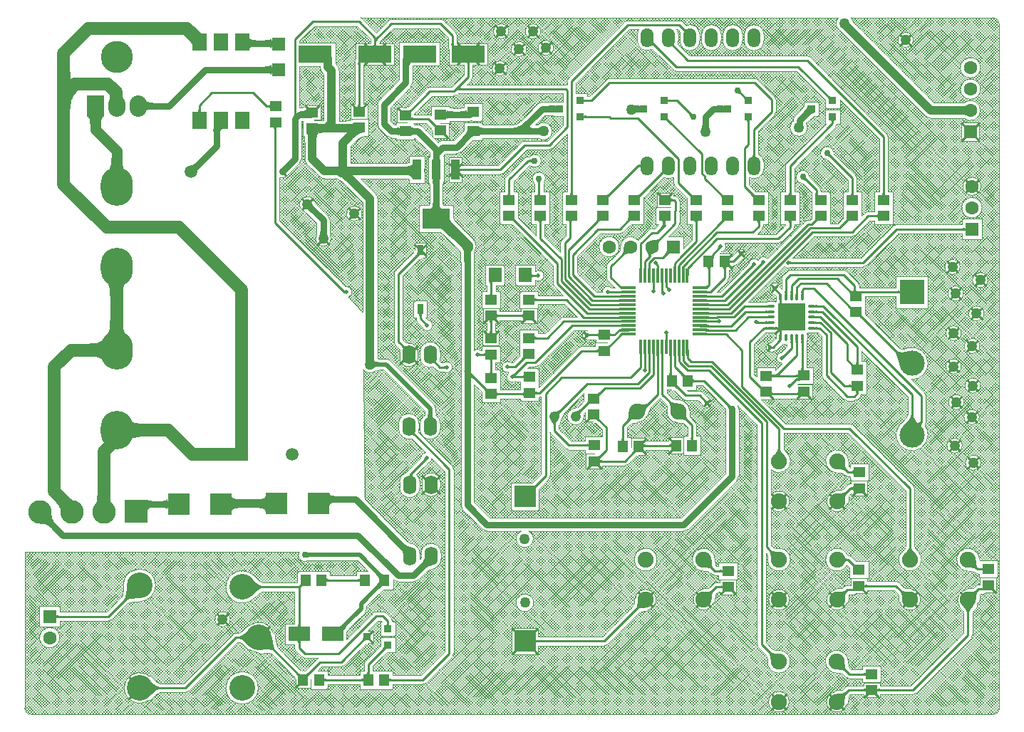
<source format=gtl>
G04*
G04 #@! TF.GenerationSoftware,Altium Limited,Altium Designer,21.2.1 (34)*
G04*
G04 Layer_Physical_Order=1*
G04 Layer_Color=255*
%FSLAX24Y24*%
%MOIN*%
G70*
G04*
G04 #@! TF.SameCoordinates,0DDDE1A0-FCF8-4535-BD96-C2C20E8F4AC2*
G04*
G04*
G04 #@! TF.FilePolarity,Positive*
G04*
G01*
G75*
%ADD14C,0.0100*%
G04:AMPARAMS|DCode=25|XSize=12.6mil|YSize=33.1mil|CornerRadius=1.6mil|HoleSize=0mil|Usage=FLASHONLY|Rotation=180.000|XOffset=0mil|YOffset=0mil|HoleType=Round|Shape=RoundedRectangle|*
%AMROUNDEDRECTD25*
21,1,0.0126,0.0299,0,0,180.0*
21,1,0.0094,0.0331,0,0,180.0*
1,1,0.0032,-0.0047,0.0150*
1,1,0.0032,0.0047,0.0150*
1,1,0.0032,0.0047,-0.0150*
1,1,0.0032,-0.0047,-0.0150*
%
%ADD25ROUNDEDRECTD25*%
G04:AMPARAMS|DCode=26|XSize=33.1mil|YSize=12.6mil|CornerRadius=1.6mil|HoleSize=0mil|Usage=FLASHONLY|Rotation=180.000|XOffset=0mil|YOffset=0mil|HoleType=Round|Shape=RoundedRectangle|*
%AMROUNDEDRECTD26*
21,1,0.0331,0.0094,0,0,180.0*
21,1,0.0299,0.0126,0,0,180.0*
1,1,0.0032,-0.0150,0.0047*
1,1,0.0032,0.0150,0.0047*
1,1,0.0032,0.0150,-0.0047*
1,1,0.0032,-0.0150,-0.0047*
%
%ADD26ROUNDEDRECTD26*%
%ADD28R,0.0394X0.0945*%
%ADD29R,0.1299X0.0945*%
%ADD30R,0.0669X0.0118*%
%ADD31R,0.0118X0.0669*%
%ADD32O,0.0630X0.0886*%
%ADD33R,0.0551X0.0472*%
%ADD34R,0.0984X0.0984*%
%ADD35R,0.1575X0.0787*%
%ADD36R,0.0472X0.0551*%
%ADD37R,0.0374X0.0354*%
%ADD38R,0.0700X0.0800*%
%ADD39R,0.1024X0.1024*%
%ADD40R,0.0630X0.0591*%
%ADD41R,0.0600X0.0650*%
%ADD42R,0.0500X0.0550*%
%ADD43R,0.0550X0.0500*%
%ADD44R,0.0984X0.0669*%
%ADD45R,0.0315X0.0472*%
%ADD46R,0.1280X0.1280*%
%ADD49O,0.1500X0.1800*%
%ADD50R,0.0800X0.1000*%
%ADD51R,0.0591X0.0591*%
%ADD52C,0.0591*%
%ADD53O,0.0600X0.0900*%
%ADD54C,0.0630*%
%ADD55R,0.0630X0.0630*%
%ADD56R,0.0630X0.0630*%
%ADD57C,0.0750*%
%ADD58R,0.1181X0.1181*%
%ADD59C,0.1181*%
%ADD60C,0.0480*%
%ADD61C,0.1500*%
%ADD62O,0.0800X0.1000*%
%ADD63C,0.1200*%
%ADD64C,0.1100*%
%ADD65R,0.1100X0.1100*%
%ADD66C,0.0200*%
%ADD67C,0.0020*%
%ADD68C,0.0300*%
%ADD69C,0.0500*%
%ADD70C,0.0600*%
%ADD71C,0.0200*%
%ADD72C,0.0400*%
%ADD73C,0.0500*%
%ADD74C,0.0300*%
G36*
X41244Y49168D02*
X41259Y49156D01*
X41272Y49145D01*
X41285Y49138D01*
X41297Y49132D01*
X41307Y49130D01*
X41317Y49129D01*
X41325Y49131D01*
X41333Y49135D01*
X41340Y49142D01*
X41217Y48983D01*
X41222Y48991D01*
X41225Y49000D01*
X41225Y49010D01*
X41224Y49021D01*
X41220Y49033D01*
X41214Y49045D01*
X41205Y49059D01*
X41195Y49073D01*
X41182Y49088D01*
X41167Y49103D01*
X41229Y49183D01*
X41244Y49168D01*
D02*
G37*
G36*
X26886Y48666D02*
X26873Y48651D01*
X26861Y48636D01*
X26850Y48621D01*
X26841Y48605D01*
X26833Y48588D01*
X26827Y48570D01*
X26822Y48552D01*
X26818Y48534D01*
X26816Y48515D01*
X26815Y48495D01*
X26715Y48616D01*
X26815Y48745D01*
X26816Y48744D01*
X26873Y48794D01*
X26886Y48807D01*
Y48666D01*
D02*
G37*
G36*
X18289Y49261D02*
X18664Y48929D01*
X18684Y48922D01*
X18695Y48924D01*
X18201Y48430D01*
X18203Y48441D01*
X18195Y48461D01*
X18178Y48489D01*
X18150Y48525D01*
X18065Y48624D01*
X17777Y48924D01*
X18201Y49348D01*
X18289Y49261D01*
D02*
G37*
G36*
X30445Y48454D02*
X30446Y48437D01*
X30449Y48422D01*
X30452Y48408D01*
X30457Y48397D01*
X30462Y48388D01*
X30469Y48381D01*
X30476Y48376D01*
X30485Y48373D01*
X30494Y48372D01*
X30346Y48373D01*
X30345Y48374D01*
X30345Y48377D01*
X30345Y48422D01*
X30344Y48473D01*
X30444D01*
X30445Y48454D01*
D02*
G37*
G36*
X26816Y48434D02*
X26817Y48417D01*
X26820Y48401D01*
X26823Y48388D01*
X26828Y48377D01*
X26833Y48368D01*
X26840Y48361D01*
X26847Y48356D01*
X26856Y48353D01*
X26865Y48352D01*
X26665D01*
X26675Y48353D01*
X26683Y48356D01*
X26691Y48361D01*
X26697Y48368D01*
X26703Y48377D01*
X26707Y48388D01*
X26711Y48401D01*
X26713Y48417D01*
X26715Y48434D01*
X26715Y48453D01*
X26815D01*
X26816Y48434D01*
D02*
G37*
G36*
X39795Y48572D02*
X39794Y48562D01*
X39796Y48550D01*
X39799Y48538D01*
X39804Y48525D01*
X39811Y48511D01*
X39821Y48497D01*
X39832Y48482D01*
X39846Y48466D01*
X39862Y48450D01*
X39819Y48351D01*
X39803Y48366D01*
X39788Y48379D01*
X39775Y48389D01*
X39763Y48396D01*
X39752Y48401D01*
X39742Y48403D01*
X39733Y48402D01*
X39726Y48398D01*
X39720Y48392D01*
X39715Y48384D01*
X39798Y48583D01*
X39795Y48572D01*
D02*
G37*
G36*
X40763Y48455D02*
X40760Y48447D01*
X40759Y48437D01*
X40760Y48427D01*
X40763Y48416D01*
X40769Y48404D01*
X40777Y48391D01*
X40787Y48377D01*
X40800Y48362D01*
X40815Y48346D01*
X40744Y48276D01*
X40729Y48291D01*
X40714Y48303D01*
X40700Y48314D01*
X40687Y48322D01*
X40675Y48328D01*
X40664Y48331D01*
X40653Y48332D01*
X40644Y48331D01*
X40636Y48327D01*
X40628Y48322D01*
X40769Y48462D01*
X40763Y48455D01*
D02*
G37*
G36*
X21936Y48178D02*
X21933Y48206D01*
X21924Y48232D01*
X21909Y48254D01*
X21888Y48274D01*
X21861Y48290D01*
X21828Y48304D01*
X21789Y48314D01*
X21744Y48322D01*
X21693Y48326D01*
X21636Y48328D01*
Y48628D01*
X21693Y48629D01*
X21789Y48637D01*
X21828Y48644D01*
X21861Y48652D01*
X21888Y48663D01*
X21909Y48676D01*
X21924Y48690D01*
X21933Y48707D01*
X21936Y48725D01*
Y48178D01*
D02*
G37*
G36*
X20901Y48749D02*
X20910Y48724D01*
X20925Y48701D01*
X20946Y48682D01*
X20973Y48665D01*
X21006Y48652D01*
X21045Y48641D01*
X21090Y48634D01*
X21142Y48629D01*
X21199Y48628D01*
Y48328D01*
X21142Y48326D01*
X21090Y48322D01*
X21045Y48314D01*
X21006Y48304D01*
X20973Y48290D01*
X20946Y48274D01*
X20925Y48254D01*
X20910Y48232D01*
X20901Y48206D01*
X20898Y48178D01*
Y48778D01*
X20901Y48749D01*
D02*
G37*
G36*
X31222Y47587D02*
X31214Y47584D01*
X31206Y47579D01*
X31200Y47572D01*
X31194Y47563D01*
X31190Y47552D01*
X31186Y47539D01*
X31184Y47524D01*
X31182Y47507D01*
X31182Y47488D01*
X31082D01*
X31081Y47507D01*
X31080Y47524D01*
X31077Y47539D01*
X31074Y47552D01*
X31069Y47563D01*
X31064Y47572D01*
X31057Y47579D01*
X31050Y47584D01*
X31041Y47587D01*
X31032Y47588D01*
X31232D01*
X31222Y47587D01*
D02*
G37*
G36*
X26119Y47567D02*
X26111Y47564D01*
X26103Y47559D01*
X26097Y47552D01*
X26091Y47543D01*
X26087Y47532D01*
X26083Y47519D01*
X26081Y47504D01*
X26079Y47487D01*
X26079Y47468D01*
X25979D01*
X25979Y47568D01*
X26129D01*
X26119Y47567D01*
D02*
G37*
G36*
X28483Y47585D02*
X28457Y47576D01*
X28435Y47561D01*
X28415Y47540D01*
X28399Y47513D01*
X28385Y47480D01*
X28375Y47441D01*
X28367Y47396D01*
X28363Y47345D01*
X28361Y47288D01*
X28061D01*
X28062Y47588D01*
X28511D01*
X28483Y47585D01*
D02*
G37*
G36*
X21936Y46956D02*
X21933Y46983D01*
X21924Y47008D01*
X21909Y47029D01*
X21888Y47048D01*
X21861Y47064D01*
X21828Y47077D01*
X21789Y47087D01*
X21744Y47094D01*
X21693Y47099D01*
X21636Y47100D01*
Y47400D01*
X21693Y47401D01*
X21744Y47406D01*
X21789Y47413D01*
X21828Y47423D01*
X21861Y47436D01*
X21888Y47452D01*
X21909Y47471D01*
X21924Y47492D01*
X21933Y47517D01*
X21936Y47544D01*
Y46956D01*
D02*
G37*
G36*
X30749Y46448D02*
X30740Y46436D01*
X30735Y46425D01*
X30732Y46416D01*
X30734Y46408D01*
X30738Y46402D01*
X30746Y46397D01*
X30758Y46393D01*
X30773Y46391D01*
X30791Y46391D01*
X30691Y46291D01*
X30671Y46290D01*
X30652Y46288D01*
X30633Y46284D01*
X30616Y46279D01*
X30598Y46273D01*
X30581Y46265D01*
X30565Y46256D01*
X30550Y46245D01*
X30535Y46233D01*
X30520Y46220D01*
X30570Y46341D01*
X30762Y46461D01*
X30749Y46448D01*
D02*
G37*
G36*
X43891Y46254D02*
X43892Y46240D01*
X43894Y46226D01*
X43898Y46212D01*
X43902Y46199D01*
X43908Y46187D01*
X43914Y46175D01*
X43921Y46163D01*
X43930Y46153D01*
X43939Y46143D01*
X43869Y46072D01*
X43858Y46081D01*
X43848Y46090D01*
X43836Y46097D01*
X43824Y46103D01*
X43812Y46109D01*
X43799Y46113D01*
X43786Y46117D01*
X43772Y46119D01*
X43757Y46120D01*
X43742Y46121D01*
X43890Y46269D01*
X43891Y46254D01*
D02*
G37*
G36*
X48007Y46011D02*
X48044Y45980D01*
X48060Y45969D01*
X48075Y45960D01*
X48089Y45954D01*
X48101Y45951D01*
X48111Y45951D01*
X48120Y45954D01*
X48128Y45959D01*
X47988Y45819D01*
X47993Y45827D01*
X47996Y45836D01*
X47996Y45846D01*
X47993Y45858D01*
X47987Y45872D01*
X47978Y45887D01*
X47967Y45903D01*
X47953Y45921D01*
X47916Y45961D01*
X47986Y46031D01*
X48007Y46011D01*
D02*
G37*
G36*
X44071D02*
X44108Y45980D01*
X44124Y45969D01*
X44139Y45960D01*
X44153Y45954D01*
X44165Y45951D01*
X44175Y45951D01*
X44184Y45954D01*
X44192Y45959D01*
X44052Y45819D01*
X44057Y45827D01*
X44060Y45836D01*
X44060Y45846D01*
X44057Y45858D01*
X44051Y45872D01*
X44043Y45887D01*
X44031Y45903D01*
X44017Y45921D01*
X43980Y45961D01*
X44051Y46031D01*
X44071Y46011D01*
D02*
G37*
G36*
X40487Y45875D02*
X40490Y45867D01*
X40495Y45859D01*
X40502Y45853D01*
X40511Y45847D01*
X40522Y45843D01*
X40535Y45839D01*
X40550Y45837D01*
X40567Y45835D01*
X40586Y45835D01*
Y45735D01*
X40567Y45734D01*
X40550Y45733D01*
X40535Y45730D01*
X40522Y45727D01*
X40511Y45722D01*
X40502Y45717D01*
X40495Y45710D01*
X40490Y45703D01*
X40487Y45694D01*
X40486Y45685D01*
Y45885D01*
X40487Y45875D01*
D02*
G37*
G36*
X36551D02*
X36554Y45867D01*
X36559Y45859D01*
X36566Y45853D01*
X36575Y45847D01*
X36586Y45843D01*
X36599Y45839D01*
X36614Y45837D01*
X36631Y45835D01*
X36650Y45835D01*
Y45735D01*
X36631Y45734D01*
X36614Y45733D01*
X36599Y45730D01*
X36586Y45727D01*
X36575Y45722D01*
X36566Y45717D01*
X36559Y45710D01*
X36554Y45703D01*
X36551Y45694D01*
X36550Y45685D01*
Y45885D01*
X36551Y45875D01*
D02*
G37*
G36*
X39130Y45235D02*
X39127Y45237D01*
X39118Y45239D01*
X39103Y45240D01*
X39059Y45243D01*
X39004Y45238D01*
X38988Y45235D01*
X38975Y45231D01*
X38964Y45227D01*
X38955Y45222D01*
X38949Y45217D01*
X38947Y45244D01*
X38830Y45246D01*
Y45546D01*
X38887Y45546D01*
X38929Y45549D01*
X38928Y45566D01*
X38934Y45562D01*
X38942Y45559D01*
X38953Y45556D01*
X38966Y45553D01*
X38971Y45552D01*
X39082Y45560D01*
X39103Y45566D01*
X39118Y45572D01*
X39127Y45579D01*
X39130Y45587D01*
Y45235D01*
D02*
G37*
G36*
X26079Y45599D02*
X26081Y45581D01*
X26083Y45566D01*
X26087Y45553D01*
X26091Y45542D01*
X26097Y45533D01*
X26103Y45526D01*
X26111Y45521D01*
X26119Y45518D01*
X26129Y45517D01*
X25929D01*
X25938Y45518D01*
X25947Y45521D01*
X25954Y45526D01*
X25961Y45533D01*
X25966Y45542D01*
X25971Y45553D01*
X25974Y45566D01*
X25977Y45581D01*
X25978Y45599D01*
X25979Y45618D01*
X26079D01*
X26079Y45599D01*
D02*
G37*
G36*
X21851Y45426D02*
X21850Y45435D01*
X21847Y45444D01*
X21842Y45451D01*
X21835Y45458D01*
X21825Y45463D01*
X21814Y45468D01*
X21801Y45471D01*
X21786Y45474D01*
X21769Y45475D01*
X21750Y45476D01*
Y45576D01*
X21769Y45576D01*
X21786Y45578D01*
X21801Y45580D01*
X21814Y45584D01*
X21825Y45588D01*
X21835Y45594D01*
X21842Y45600D01*
X21847Y45608D01*
X21850Y45616D01*
X21851Y45626D01*
Y45426D01*
D02*
G37*
G36*
X12514Y46884D02*
X12516Y46815D01*
X12518Y46798D01*
X12520Y46794D01*
X12934Y46361D01*
X12854Y46274D01*
X12782Y46184D01*
X12718Y46090D01*
X12663Y45993D01*
X12616Y45892D01*
X12578Y45788D01*
X12548Y45680D01*
X12527Y45569D01*
X12514Y45455D01*
X12510Y45336D01*
X11910Y46061D01*
X12510Y47385D01*
X12514Y46884D01*
D02*
G37*
G36*
X28527Y45341D02*
X28507Y45321D01*
X28476Y45284D01*
X28464Y45268D01*
X28456Y45253D01*
X28450Y45240D01*
X28447Y45227D01*
Y45217D01*
X28450Y45208D01*
X28456Y45200D01*
X28314Y45341D01*
X28322Y45336D01*
X28331Y45333D01*
X28342D01*
X28354Y45336D01*
X28368Y45341D01*
X28382Y45350D01*
X28399Y45361D01*
X28416Y45375D01*
X28456Y45412D01*
X28527Y45341D01*
D02*
G37*
G36*
X18600Y45355D02*
X18602Y45338D01*
X18605Y45322D01*
X18608Y45309D01*
X18613Y45298D01*
X18618Y45289D01*
X18625Y45282D01*
X18632Y45277D01*
X18641Y45274D01*
X18650Y45273D01*
X18450D01*
X18460Y45274D01*
X18468Y45277D01*
X18476Y45282D01*
X18482Y45289D01*
X18487Y45298D01*
X18492Y45309D01*
X18496Y45322D01*
X18498Y45338D01*
X18499Y45355D01*
X18500Y45374D01*
X18600D01*
X18600Y45355D01*
D02*
G37*
G36*
X16048Y45821D02*
X16058Y45796D01*
X16076Y45773D01*
X16100Y45754D01*
X16132Y45737D01*
X16171Y45724D01*
X16216Y45713D01*
X16269Y45706D01*
X16329Y45701D01*
X16396Y45700D01*
Y45400D01*
X16329Y45399D01*
X16269Y45394D01*
X16216Y45387D01*
X16171Y45376D01*
X16132Y45363D01*
X16100Y45346D01*
X16076Y45327D01*
X16058Y45304D01*
X16048Y45279D01*
X16044Y45251D01*
Y45849D01*
X16048Y45821D01*
D02*
G37*
G36*
X43066Y45235D02*
X43063Y45240D01*
X43054Y45244D01*
X43039Y45248D01*
X43018Y45251D01*
X42991Y45254D01*
X42874Y45260D01*
X42766Y45261D01*
Y45561D01*
X42823Y45561D01*
X43039Y45573D01*
X43054Y45577D01*
X43063Y45582D01*
X43066Y45587D01*
Y45235D01*
D02*
G37*
G36*
X35194D02*
X35191Y45240D01*
X35182Y45244D01*
X35167Y45248D01*
X35146Y45251D01*
X35119Y45254D01*
X35002Y45260D01*
X34894Y45261D01*
Y45561D01*
X34951Y45561D01*
X35167Y45573D01*
X35182Y45577D01*
X35191Y45582D01*
X35194Y45587D01*
Y45235D01*
D02*
G37*
G36*
X54395Y45110D02*
X54390Y45114D01*
X54381Y45117D01*
X54368Y45121D01*
X54352Y45123D01*
X54311Y45127D01*
X54256Y45130D01*
X54188Y45131D01*
Y45531D01*
X54224Y45531D01*
X54368Y45541D01*
X54381Y45544D01*
X54390Y45547D01*
X54395Y45551D01*
Y45110D01*
D02*
G37*
G36*
X47374Y45235D02*
X47341Y45232D01*
X47308Y45226D01*
X47273Y45215D01*
X47238Y45201D01*
X47201Y45182D01*
X47164Y45158D01*
X47125Y45131D01*
X47085Y45099D01*
X47002Y45022D01*
X46790Y45235D01*
X46830Y45276D01*
X46898Y45355D01*
X46926Y45393D01*
X46949Y45429D01*
X46968Y45463D01*
X46983Y45496D01*
X46994Y45528D01*
X47000Y45558D01*
X47002Y45587D01*
X47374Y45235D01*
D02*
G37*
G36*
X41532Y45210D02*
X41543Y45202D01*
X41554Y45194D01*
X41566Y45188D01*
X41578Y45182D01*
X41591Y45178D01*
X41605Y45175D01*
X41619Y45172D01*
X41634Y45171D01*
X41649Y45171D01*
X41500Y45022D01*
X41500Y45037D01*
X41498Y45052D01*
X41496Y45066D01*
X41493Y45079D01*
X41488Y45092D01*
X41483Y45105D01*
X41476Y45117D01*
X41469Y45128D01*
X41461Y45139D01*
X41451Y45149D01*
X41522Y45220D01*
X41532Y45210D01*
D02*
G37*
G36*
X23567Y45001D02*
X23564Y45001D01*
X23555Y45001D01*
X23267Y45000D01*
Y45300D01*
X23324Y45302D01*
X23375Y45306D01*
X23421Y45314D01*
X23460Y45324D01*
X23493Y45338D01*
X23520Y45354D01*
X23541Y45374D01*
X23556Y45396D01*
X23565Y45422D01*
X23568Y45450D01*
X23567Y45001D01*
D02*
G37*
G36*
X31076Y45012D02*
X31073Y45008D01*
X31064Y45004D01*
X31049Y45001D01*
X31028Y44998D01*
X30968Y44994D01*
X30776Y44991D01*
Y45291D01*
X30834Y45292D01*
X30885Y45297D01*
X30930Y45304D01*
X30969Y45315D01*
X31002Y45328D01*
X31029Y45345D01*
X31050Y45364D01*
X31065Y45387D01*
X31074Y45412D01*
X31078Y45441D01*
X31076Y45012D01*
D02*
G37*
G36*
X36551Y45127D02*
X36554Y45119D01*
X36559Y45111D01*
X36566Y45105D01*
X36575Y45099D01*
X36586Y45095D01*
X36599Y45091D01*
X36614Y45089D01*
X36631Y45087D01*
X36650Y45087D01*
Y44987D01*
X36631Y44986D01*
X36614Y44985D01*
X36599Y44982D01*
X36586Y44979D01*
X36575Y44974D01*
X36566Y44969D01*
X36559Y44962D01*
X36554Y44955D01*
X36551Y44946D01*
X36550Y44937D01*
Y45137D01*
X36551Y45127D01*
D02*
G37*
G36*
X30118Y45359D02*
X30127Y45345D01*
X30142Y45332D01*
X30163Y45321D01*
X30190Y45312D01*
X30223Y45304D01*
X30262Y45298D01*
X30307Y45294D01*
X30415Y45291D01*
Y44991D01*
X30358Y44990D01*
X30262Y44983D01*
X30223Y44977D01*
X30190Y44969D01*
X30163Y44960D01*
X30142Y44949D01*
X30127Y44936D01*
X30118Y44922D01*
X30115Y44906D01*
Y45376D01*
X30118Y45359D01*
D02*
G37*
G36*
X28457Y45031D02*
X28460Y45023D01*
X28465Y45015D01*
X28472Y45009D01*
X28481Y45003D01*
X28492Y44999D01*
X28505Y44995D01*
X28520Y44993D01*
X28537Y44991D01*
X28556Y44991D01*
Y44891D01*
X28537Y44890D01*
X28492Y44887D01*
X28481Y44886D01*
X28472Y44884D01*
X28465Y44881D01*
X28460Y44878D01*
X28457Y44875D01*
X28456Y44871D01*
Y45041D01*
X28457Y45031D01*
D02*
G37*
G36*
X40479Y44985D02*
X40476Y44976D01*
X40476Y44966D01*
X40479Y44954D01*
X40484Y44941D01*
X40493Y44926D01*
X40505Y44909D01*
X40519Y44891D01*
X40557Y44851D01*
X40476Y44790D01*
X40456Y44809D01*
X40420Y44840D01*
X40404Y44851D01*
X40389Y44860D01*
X40375Y44866D01*
X40363Y44869D01*
X40352Y44869D01*
X40343Y44867D01*
X40335Y44862D01*
X40485Y44992D01*
X40479Y44985D01*
D02*
G37*
G36*
X48263Y44861D02*
X48254Y44858D01*
X48247Y44853D01*
X48240Y44846D01*
X48235Y44836D01*
X48230Y44825D01*
X48227Y44812D01*
X48224Y44797D01*
X48223Y44780D01*
X48222Y44761D01*
X48122D01*
X48122Y44780D01*
X48120Y44797D01*
X48118Y44812D01*
X48114Y44825D01*
X48110Y44836D01*
X48104Y44846D01*
X48098Y44853D01*
X48090Y44858D01*
X48082Y44861D01*
X48072Y44862D01*
X48272D01*
X48263Y44861D01*
D02*
G37*
G36*
X44327D02*
X44318Y44858D01*
X44311Y44853D01*
X44304Y44846D01*
X44299Y44836D01*
X44294Y44825D01*
X44291Y44812D01*
X44288Y44797D01*
X44287Y44780D01*
X44286Y44761D01*
X44186D01*
X44186Y44780D01*
X44184Y44797D01*
X44182Y44812D01*
X44178Y44825D01*
X44174Y44836D01*
X44168Y44846D01*
X44162Y44853D01*
X44154Y44858D01*
X44146Y44861D01*
X44136Y44862D01*
X44336D01*
X44327Y44861D01*
D02*
G37*
G36*
X14071Y45046D02*
X14045Y45031D01*
X14023Y45006D01*
X14004Y44971D01*
X13987Y44926D01*
X13974Y44871D01*
X13963Y44806D01*
X13956Y44731D01*
X13950Y44551D01*
X13450D01*
X13449Y44646D01*
X13437Y44806D01*
X13426Y44871D01*
X13413Y44926D01*
X13396Y44971D01*
X13377Y45006D01*
X13355Y45031D01*
X13329Y45046D01*
X13301Y45051D01*
X14099D01*
X14071Y45046D01*
D02*
G37*
G36*
X42380Y44672D02*
X42386Y44584D01*
X42389Y44568D01*
X42392Y44555D01*
X42396Y44544D01*
X42400Y44535D01*
X42405Y44529D01*
X42055D01*
X42060Y44535D01*
X42064Y44544D01*
X42068Y44555D01*
X42071Y44568D01*
X42074Y44584D01*
X42078Y44623D01*
X42080Y44672D01*
X42080Y44701D01*
X42380D01*
X42380Y44672D01*
D02*
G37*
G36*
X29586Y44678D02*
X29623Y44647D01*
X29640Y44636D01*
X29654Y44627D01*
X29668Y44621D01*
X29680Y44618D01*
X29690Y44618D01*
X29700Y44621D01*
X29707Y44626D01*
X29567Y44486D01*
X29573Y44494D01*
X29575Y44503D01*
X29575Y44513D01*
X29572Y44525D01*
X29566Y44539D01*
X29558Y44554D01*
X29546Y44570D01*
X29532Y44588D01*
X29495Y44628D01*
X29566Y44698D01*
X29586Y44678D01*
D02*
G37*
G36*
X22189Y44543D02*
X22180Y44540D01*
X22173Y44535D01*
X22166Y44528D01*
X22161Y44519D01*
X22156Y44507D01*
X22153Y44494D01*
X22150Y44479D01*
X22149Y44462D01*
X22148Y44443D01*
X22048D01*
X22048Y44462D01*
X22046Y44479D01*
X22044Y44494D01*
X22040Y44507D01*
X22036Y44519D01*
X22030Y44528D01*
X22024Y44535D01*
X22016Y44540D01*
X22008Y44543D01*
X21998Y44544D01*
X22198D01*
X22189Y44543D01*
D02*
G37*
G36*
X34067Y44682D02*
X34040Y44646D01*
X34023Y44615D01*
X34017Y44587D01*
X34020Y44564D01*
X34034Y44544D01*
X34058Y44530D01*
X34093Y44519D01*
X34137Y44513D01*
X34192Y44511D01*
X33530Y44211D01*
X33168Y44511D01*
X33227Y44513D01*
X33285Y44519D01*
X33340Y44530D01*
X33394Y44544D01*
X33446Y44564D01*
X33496Y44587D01*
X33545Y44615D01*
X33592Y44646D01*
X33637Y44682D01*
X33680Y44723D01*
X34104D01*
X34067Y44682D01*
D02*
G37*
G36*
X34473Y44185D02*
X34466Y44190D01*
X34458Y44194D01*
X34447Y44198D01*
X34433Y44201D01*
X34417Y44204D01*
X34378Y44208D01*
X34329Y44210D01*
X34301Y44211D01*
X34305Y44511D01*
X34334Y44511D01*
X34422Y44517D01*
X34438Y44519D01*
X34451Y44522D01*
X34462Y44526D01*
X34471Y44530D01*
X34477Y44535D01*
X34473Y44185D01*
D02*
G37*
G36*
X19642Y44473D02*
X19616Y44464D01*
X19594Y44449D01*
X19574Y44428D01*
X19558Y44401D01*
X19544Y44368D01*
X19534Y44329D01*
X19526Y44284D01*
X19522Y44233D01*
X19520Y44176D01*
X19220D01*
X19220Y44233D01*
X19205Y44473D01*
X19201Y44476D01*
X19670D01*
X19642Y44473D01*
D02*
G37*
G36*
X28459Y44577D02*
X28468Y44563D01*
X28483Y44550D01*
X28504Y44539D01*
X28531Y44530D01*
X28564Y44522D01*
X28603Y44516D01*
X28648Y44512D01*
X28756Y44508D01*
Y44208D01*
X28699Y44207D01*
X28603Y44201D01*
X28564Y44195D01*
X28531Y44187D01*
X28504Y44178D01*
X28483Y44167D01*
X28468Y44154D01*
X28459Y44139D01*
X28456Y44123D01*
Y44593D01*
X28459Y44577D01*
D02*
G37*
G36*
X27907Y44123D02*
X27904Y44139D01*
X27895Y44154D01*
X27880Y44167D01*
X27859Y44178D01*
X27832Y44187D01*
X27799Y44195D01*
X27760Y44201D01*
X27715Y44205D01*
X27607Y44208D01*
Y44508D01*
X27664Y44509D01*
X27760Y44516D01*
X27799Y44522D01*
X27832Y44530D01*
X27859Y44539D01*
X27880Y44550D01*
X27895Y44563D01*
X27904Y44577D01*
X27907Y44593D01*
Y44123D01*
D02*
G37*
G36*
X31501Y44113D02*
X31477Y44130D01*
X31450Y44138D01*
X31418Y44138D01*
X31382Y44129D01*
X31342Y44112D01*
X31297Y44087D01*
X31248Y44053D01*
X31195Y44010D01*
X31076Y43900D01*
X30864Y44112D01*
X30924Y44173D01*
X31017Y44284D01*
X31051Y44333D01*
X31077Y44377D01*
X31094Y44418D01*
X31103Y44454D01*
X31103Y44485D01*
X31094Y44513D01*
X31078Y44536D01*
X31501Y44113D01*
D02*
G37*
G36*
X31627Y44591D02*
X31636Y44574D01*
X31651Y44559D01*
X31672Y44546D01*
X31699Y44535D01*
X31732Y44526D01*
X31771Y44519D01*
X31816Y44514D01*
X31924Y44511D01*
Y44211D01*
X31867Y44210D01*
X31771Y44202D01*
X31732Y44195D01*
X31699Y44186D01*
X31672Y44175D01*
X31651Y44162D01*
X31636Y44147D01*
X31627Y44131D01*
X31624Y44112D01*
Y44609D01*
X31627Y44591D01*
D02*
G37*
G36*
X26303Y44300D02*
X26250Y44297D01*
X26196Y44288D01*
X26142Y44274D01*
X26088Y44255D01*
X26033Y44229D01*
X25978Y44198D01*
X25923Y44161D01*
X25867Y44119D01*
X25811Y44071D01*
X25754Y44017D01*
X25482Y44289D01*
X25354Y44288D01*
Y44688D01*
X25430Y44689D01*
X25610Y44701D01*
X25654Y44709D01*
X25690Y44718D01*
X25718Y44728D01*
X25738Y44740D01*
X25750Y44754D01*
X25754Y44770D01*
X26303Y44300D01*
D02*
G37*
G36*
X24120Y44717D02*
X24131Y44711D01*
X24151Y44705D01*
X24178Y44701D01*
X24213Y44697D01*
X24364Y44690D01*
X24504Y44688D01*
Y44288D01*
X24430Y44288D01*
X24151Y44271D01*
X24131Y44266D01*
X24120Y44260D01*
X24116Y44253D01*
X24102Y44249D01*
X24089Y44237D01*
X24078Y44217D01*
X24068Y44189D01*
X24060Y44153D01*
X24053Y44109D01*
X24044Y43997D01*
X24042Y43853D01*
X23642D01*
X23641Y43929D01*
X23623Y44153D01*
X23615Y44189D01*
X23605Y44217D01*
X23594Y44237D01*
X23581Y44249D01*
X23567Y44253D01*
X24116D01*
Y44723D01*
X24120Y44717D01*
D02*
G37*
G36*
X44551Y43264D02*
X44552Y43245D01*
X44555Y43227D01*
X44558Y43213D01*
X44563Y43200D01*
X44568Y43190D01*
X44574Y43182D01*
X44582Y43176D01*
X44590Y43172D01*
X44600Y43171D01*
X44401D01*
X44410Y43172D01*
X44418Y43176D01*
X44426Y43182D01*
X44432Y43190D01*
X44438Y43200D01*
X44442Y43213D01*
X44446Y43227D01*
X44448Y43245D01*
X44450Y43264D01*
X44450Y43286D01*
X44550D01*
X44551Y43264D01*
D02*
G37*
G36*
X48071Y43324D02*
X48072Y43309D01*
X48074Y43295D01*
X48078Y43282D01*
X48082Y43269D01*
X48087Y43256D01*
X48094Y43245D01*
X48101Y43233D01*
X48110Y43222D01*
X48119Y43212D01*
X48048Y43142D01*
X48038Y43151D01*
X48027Y43159D01*
X48016Y43167D01*
X48004Y43173D01*
X47992Y43179D01*
X47979Y43183D01*
X47965Y43186D01*
X47951Y43189D01*
X47937Y43190D01*
X47922Y43191D01*
X48070Y43339D01*
X48071Y43324D01*
D02*
G37*
G36*
X34133Y42866D02*
X34122Y42876D01*
X34111Y42885D01*
X34099Y42894D01*
X34087Y42901D01*
X34075Y42907D01*
X34062Y42912D01*
X34049Y42916D01*
X34036Y42918D01*
X34023Y42920D01*
X34009Y42921D01*
Y43021D01*
X34023Y43021D01*
X34036Y43023D01*
X34049Y43025D01*
X34062Y43029D01*
X34075Y43034D01*
X34087Y43040D01*
X34099Y43047D01*
X34111Y43056D01*
X34122Y43065D01*
X34133Y43076D01*
Y42866D01*
D02*
G37*
G36*
X25463Y42702D02*
X25611Y42707D01*
X25675Y42335D01*
X25677Y42333D01*
X25676Y42332D01*
X25680Y42307D01*
X25651Y42307D01*
X25394Y42050D01*
X25260Y42175D01*
X25479Y42394D01*
X25443Y42681D01*
X25071D01*
X25022Y42291D01*
X25018Y42294D01*
X25011Y42297D01*
X25000Y42299D01*
X24986Y42301D01*
X24949Y42305D01*
X24867Y42307D01*
X24834Y42307D01*
X24903Y42707D01*
X25054Y42702D01*
X25056Y42751D01*
X25057Y42865D01*
X25457D01*
X25463Y42702D01*
D02*
G37*
G36*
X39201Y42641D02*
X39200Y42650D01*
X39197Y42659D01*
X39192Y42666D01*
X39185Y42673D01*
X39176Y42678D01*
X39165Y42683D01*
X39152Y42686D01*
X39136Y42689D01*
X39119Y42690D01*
X39100Y42691D01*
Y42791D01*
X39119Y42791D01*
X39136Y42793D01*
X39152Y42795D01*
X39165Y42799D01*
X39176Y42803D01*
X39185Y42809D01*
X39192Y42815D01*
X39197Y42823D01*
X39200Y42831D01*
X39201Y42841D01*
Y42641D01*
D02*
G37*
G36*
X18581Y42670D02*
X18559Y42647D01*
X18522Y42603D01*
X18507Y42582D01*
X18494Y42562D01*
X18484Y42543D01*
X18476Y42524D01*
X18470Y42507D01*
X18466Y42490D01*
X18465Y42474D01*
X18173Y42766D01*
X18189Y42767D01*
X18206Y42770D01*
X18224Y42776D01*
X18243Y42784D01*
X18262Y42794D01*
X18282Y42807D01*
X18303Y42822D01*
X18324Y42840D01*
X18369Y42882D01*
X18581Y42670D01*
D02*
G37*
G36*
X14943Y42993D02*
X14963Y42785D01*
X14980Y42701D01*
X15002Y42629D01*
X15030Y42571D01*
X15062Y42526D01*
X15100Y42493D01*
X15142Y42474D01*
X15189Y42467D01*
X14191D01*
X14238Y42474D01*
X14281Y42493D01*
X14318Y42526D01*
X14350Y42571D01*
X14378Y42629D01*
X14400Y42701D01*
X14418Y42785D01*
X14430Y42883D01*
X14438Y42993D01*
X14440Y43116D01*
X14940D01*
X14943Y42993D01*
D02*
G37*
G36*
X30731Y42643D02*
X30734Y42634D01*
X30739Y42627D01*
X30746Y42620D01*
X30755Y42615D01*
X30767Y42610D01*
X30780Y42607D01*
X30795Y42604D01*
X30812Y42603D01*
X30831Y42602D01*
Y42502D01*
X30812Y42502D01*
X30795Y42500D01*
X30780Y42498D01*
X30767Y42494D01*
X30755Y42490D01*
X30746Y42484D01*
X30739Y42478D01*
X30734Y42470D01*
X30731Y42462D01*
X30730Y42452D01*
Y42652D01*
X30731Y42643D01*
D02*
G37*
G36*
X40297Y42372D02*
X40292Y42381D01*
X40285Y42386D01*
X40278Y42389D01*
X40269Y42390D01*
X40259Y42388D01*
X40248Y42383D01*
X40236Y42376D01*
X40222Y42366D01*
X40208Y42353D01*
X40192Y42338D01*
X40144Y42432D01*
X40159Y42448D01*
X40184Y42478D01*
X40193Y42492D01*
X40200Y42506D01*
X40205Y42518D01*
X40208Y42530D01*
X40209Y42541D01*
X40208Y42552D01*
X40204Y42561D01*
X40297Y42372D01*
D02*
G37*
G36*
X28530Y42107D02*
X28526Y42145D01*
X28514Y42179D01*
X28494Y42209D01*
X28466Y42235D01*
X28430Y42257D01*
X28386Y42275D01*
X28334Y42289D01*
X28273Y42299D01*
X28205Y42305D01*
X28129Y42307D01*
Y42707D01*
X28205Y42709D01*
X28273Y42715D01*
X28334Y42725D01*
X28386Y42739D01*
X28430Y42757D01*
X28466Y42779D01*
X28494Y42805D01*
X28514Y42835D01*
X28526Y42869D01*
X28530Y42907D01*
Y42107D01*
D02*
G37*
G36*
X46930Y42204D02*
X46932Y42189D01*
X46934Y42175D01*
X46938Y42162D01*
X46942Y42149D01*
X46947Y42136D01*
X46954Y42125D01*
X46961Y42113D01*
X46970Y42102D01*
X46979Y42092D01*
X46908Y42022D01*
X46898Y42031D01*
X46887Y42039D01*
X46876Y42047D01*
X46864Y42053D01*
X46852Y42059D01*
X46839Y42063D01*
X46825Y42066D01*
X46811Y42069D01*
X46797Y42070D01*
X46782Y42071D01*
X46930Y42219D01*
X46930Y42204D01*
D02*
G37*
G36*
X34535Y42022D02*
X34525Y42011D01*
X34517Y42000D01*
X34510Y41988D01*
X34504Y41975D01*
X34499Y41963D01*
X34495Y41950D01*
X34492Y41937D01*
X34491Y41923D01*
X34490Y41909D01*
X34390D01*
X34390Y41923D01*
X34388Y41937D01*
X34385Y41950D01*
X34381Y41963D01*
X34376Y41975D01*
X34370Y41988D01*
X34363Y42000D01*
X34355Y42011D01*
X34346Y42022D01*
X34335Y42033D01*
X34545D01*
X34535Y42022D01*
D02*
G37*
G36*
X29817Y42078D02*
X29809Y42069D01*
X29803Y42054D01*
X29797Y42033D01*
X29792Y42006D01*
X29787Y41973D01*
X29782Y41889D01*
X29780Y41781D01*
X29480D01*
X29480Y41838D01*
X29469Y42006D01*
X29464Y42033D01*
X29458Y42054D01*
X29451Y42069D01*
X29443Y42078D01*
X29435Y42081D01*
X29826D01*
X29817Y42078D01*
D02*
G37*
G36*
X14574Y42090D02*
X14608Y42061D01*
X14625Y42049D01*
X14642Y42038D01*
X14658Y42029D01*
X14674Y42021D01*
X14690Y42016D01*
X14706Y42011D01*
X14722Y42009D01*
X14442Y41729D01*
X14439Y41745D01*
X14435Y41760D01*
X14429Y41776D01*
X14422Y41793D01*
X14413Y41809D01*
X14402Y41826D01*
X14390Y41843D01*
X14361Y41877D01*
X14344Y41894D01*
X14556Y42107D01*
X14574Y42090D01*
D02*
G37*
G36*
X50611Y41452D02*
X50612Y41435D01*
X50615Y41420D01*
X50618Y41407D01*
X50623Y41396D01*
X50628Y41387D01*
X50635Y41379D01*
X50642Y41374D01*
X50651Y41371D01*
X50660Y41370D01*
X50460D01*
X50470Y41371D01*
X50478Y41374D01*
X50486Y41379D01*
X50492Y41387D01*
X50498Y41396D01*
X50502Y41407D01*
X50506Y41420D01*
X50508Y41435D01*
X50510Y41452D01*
X50510Y41472D01*
X50610D01*
X50611Y41452D01*
D02*
G37*
G36*
X49151D02*
X49152Y41435D01*
X49155Y41420D01*
X49158Y41407D01*
X49163Y41396D01*
X49168Y41387D01*
X49175Y41379D01*
X49182Y41374D01*
X49191Y41371D01*
X49200Y41370D01*
X49000D01*
X49010Y41371D01*
X49018Y41374D01*
X49026Y41379D01*
X49032Y41387D01*
X49038Y41396D01*
X49042Y41407D01*
X49046Y41420D01*
X49048Y41435D01*
X49050Y41452D01*
X49050Y41472D01*
X49150D01*
X49151Y41452D01*
D02*
G37*
G36*
X47465Y41452D02*
X47467Y41435D01*
X47469Y41420D01*
X47473Y41407D01*
X47477Y41396D01*
X47483Y41387D01*
X47489Y41380D01*
X47497Y41375D01*
X47505Y41371D01*
X47515Y41370D01*
X47366Y41372D01*
X47366Y41373D01*
X47365Y41376D01*
X47365Y41421D01*
X47365Y41472D01*
X47465D01*
X47465Y41452D01*
D02*
G37*
G36*
X46231Y41452D02*
X46232Y41435D01*
X46235Y41420D01*
X46238Y41407D01*
X46243Y41396D01*
X46248Y41387D01*
X46255Y41379D01*
X46262Y41374D01*
X46271Y41371D01*
X46280Y41370D01*
X46080D01*
X46090Y41371D01*
X46098Y41374D01*
X46106Y41379D01*
X46112Y41387D01*
X46118Y41396D01*
X46122Y41407D01*
X46126Y41420D01*
X46128Y41435D01*
X46130Y41452D01*
X46130Y41472D01*
X46230D01*
X46231Y41452D01*
D02*
G37*
G36*
X36011D02*
X36012Y41435D01*
X36015Y41420D01*
X36018Y41407D01*
X36023Y41396D01*
X36028Y41387D01*
X36035Y41379D01*
X36042Y41374D01*
X36051Y41371D01*
X36060Y41370D01*
X35860D01*
X35870Y41371D01*
X35878Y41374D01*
X35886Y41379D01*
X35892Y41387D01*
X35898Y41396D01*
X35902Y41407D01*
X35906Y41420D01*
X35908Y41435D01*
X35910Y41452D01*
X35910Y41472D01*
X36010D01*
X36011Y41452D01*
D02*
G37*
G36*
X34491D02*
X34492Y41435D01*
X34495Y41420D01*
X34498Y41407D01*
X34503Y41396D01*
X34508Y41387D01*
X34515Y41379D01*
X34522Y41374D01*
X34531Y41371D01*
X34540Y41370D01*
X34340D01*
X34350Y41371D01*
X34358Y41374D01*
X34366Y41379D01*
X34372Y41387D01*
X34378Y41396D01*
X34382Y41407D01*
X34386Y41420D01*
X34388Y41435D01*
X34390Y41452D01*
X34390Y41472D01*
X34490D01*
X34491Y41452D01*
D02*
G37*
G36*
X33091D02*
X33092Y41435D01*
X33095Y41420D01*
X33098Y41407D01*
X33103Y41396D01*
X33108Y41387D01*
X33115Y41379D01*
X33122Y41374D01*
X33131Y41371D01*
X33140Y41370D01*
X32940D01*
X32950Y41371D01*
X32958Y41374D01*
X32966Y41379D01*
X32972Y41387D01*
X32978Y41396D01*
X32982Y41407D01*
X32986Y41420D01*
X32988Y41435D01*
X32990Y41452D01*
X32990Y41472D01*
X33090D01*
X33091Y41452D01*
D02*
G37*
G36*
X39225Y41372D02*
X39205Y41351D01*
X39174Y41314D01*
X39163Y41298D01*
X39155Y41283D01*
X39149Y41270D01*
X39146Y41258D01*
Y41247D01*
X39149Y41238D01*
X39155Y41230D01*
X39013Y41372D01*
X39021Y41366D01*
X39030Y41363D01*
X39041D01*
X39053Y41366D01*
X39066Y41372D01*
X39081Y41380D01*
X39097Y41391D01*
X39115Y41406D01*
X39155Y41442D01*
X39225Y41372D01*
D02*
G37*
G36*
X37765D02*
X37745Y41351D01*
X37714Y41314D01*
X37703Y41298D01*
X37695Y41283D01*
X37689Y41270D01*
X37686Y41258D01*
Y41247D01*
X37689Y41238D01*
X37695Y41230D01*
X37553Y41372D01*
X37561Y41366D01*
X37570Y41363D01*
X37581D01*
X37593Y41366D01*
X37606Y41372D01*
X37621Y41380D01*
X37637Y41391D01*
X37655Y41406D01*
X37695Y41442D01*
X37765Y41372D01*
D02*
G37*
G36*
X44466Y41422D02*
X44503Y41391D01*
X44520Y41380D01*
X44534Y41371D01*
X44548Y41365D01*
X44560Y41362D01*
X44570Y41362D01*
X44580Y41365D01*
X44587Y41370D01*
X44447Y41230D01*
X44453Y41238D01*
X44455Y41247D01*
X44455Y41257D01*
X44452Y41269D01*
X44446Y41283D01*
X44438Y41298D01*
X44426Y41314D01*
X44412Y41332D01*
X44375Y41372D01*
X44446Y41442D01*
X44466Y41422D01*
D02*
G37*
G36*
X43006D02*
X43043Y41391D01*
X43060Y41380D01*
X43074Y41371D01*
X43088Y41365D01*
X43100Y41362D01*
X43110Y41362D01*
X43120Y41365D01*
X43127Y41370D01*
X42987Y41230D01*
X42993Y41238D01*
X42995Y41247D01*
X42995Y41257D01*
X42992Y41269D01*
X42986Y41283D01*
X42978Y41298D01*
X42966Y41314D01*
X42952Y41332D01*
X42915Y41372D01*
X42986Y41442D01*
X43006Y41422D01*
D02*
G37*
G36*
X41546D02*
X41583Y41391D01*
X41600Y41380D01*
X41614Y41371D01*
X41628Y41365D01*
X41640Y41362D01*
X41650Y41362D01*
X41660Y41365D01*
X41667Y41370D01*
X41527Y41230D01*
X41533Y41238D01*
X41535Y41247D01*
X41535Y41257D01*
X41532Y41269D01*
X41526Y41283D01*
X41518Y41298D01*
X41506Y41314D01*
X41492Y41332D01*
X41455Y41372D01*
X41526Y41442D01*
X41546Y41422D01*
D02*
G37*
G36*
X40613Y41228D02*
X40616Y41220D01*
X40621Y41212D01*
X40628Y41206D01*
X40637Y41200D01*
X40648Y41196D01*
X40661Y41192D01*
X40676Y41190D01*
X40693Y41188D01*
X40712Y41188D01*
Y41088D01*
X40693Y41087D01*
X40676Y41086D01*
X40661Y41083D01*
X40648Y41080D01*
X40637Y41075D01*
X40628Y41070D01*
X40621Y41063D01*
X40616Y41056D01*
X40613Y41047D01*
X40612Y41038D01*
Y41238D01*
X40613Y41228D01*
D02*
G37*
G36*
X23851Y40930D02*
X23854Y40921D01*
X23859Y40911D01*
X23867Y40899D01*
X23876Y40886D01*
X23901Y40855D01*
X23934Y40819D01*
X23954Y40799D01*
X23742Y40587D01*
X23721Y40607D01*
X23655Y40665D01*
X23642Y40674D01*
X23630Y40681D01*
X23619Y40687D01*
X23610Y40690D01*
X23603Y40691D01*
X23850Y40938D01*
X23851Y40930D01*
D02*
G37*
G36*
X29782Y40983D02*
X29786Y40932D01*
X29794Y40886D01*
X29804Y40847D01*
X29818Y40814D01*
X29834Y40787D01*
X29854Y40766D01*
X29876Y40751D01*
X29902Y40742D01*
X29930Y40739D01*
X29792D01*
X29807Y40445D01*
X29453D01*
X29458Y40456D01*
X29463Y40475D01*
X29467Y40504D01*
X29473Y40590D01*
X29476Y40739D01*
X29330D01*
X29359Y40742D01*
X29384Y40751D01*
X29407Y40766D01*
X29426Y40787D01*
X29443Y40814D01*
X29456Y40847D01*
X29467Y40886D01*
X29474Y40932D01*
X29479Y40983D01*
X29480Y41040D01*
X29780D01*
X29782Y40983D01*
D02*
G37*
G36*
X50287Y40289D02*
X50286Y40298D01*
X50283Y40307D01*
X50278Y40314D01*
X50271Y40321D01*
X50262Y40326D01*
X50251Y40331D01*
X50237Y40334D01*
X50222Y40336D01*
X50205Y40338D01*
X50186Y40339D01*
Y40438D01*
X50205Y40439D01*
X50222Y40441D01*
X50237Y40443D01*
X50251Y40447D01*
X50262Y40451D01*
X50271Y40457D01*
X50278Y40463D01*
X50283Y40470D01*
X50286Y40479D01*
X50287Y40489D01*
Y40289D01*
D02*
G37*
G36*
X48967Y40155D02*
X48960Y40160D01*
X48950Y40163D01*
X48940Y40163D01*
X48928Y40160D01*
X48914Y40154D01*
X48900Y40145D01*
X48883Y40134D01*
X48866Y40120D01*
X48826Y40083D01*
X48755Y40153D01*
X48775Y40174D01*
X48806Y40211D01*
X48818Y40227D01*
X48826Y40242D01*
X48832Y40256D01*
X48835Y40268D01*
X48835Y40278D01*
X48832Y40287D01*
X48827Y40295D01*
X48967Y40155D01*
D02*
G37*
G36*
X47507D02*
X47500Y40160D01*
X47490Y40163D01*
X47480Y40163D01*
X47468Y40160D01*
X47454Y40154D01*
X47440Y40145D01*
X47423Y40134D01*
X47406Y40120D01*
X47366Y40083D01*
X47295Y40153D01*
X47315Y40174D01*
X47346Y40211D01*
X47358Y40227D01*
X47366Y40242D01*
X47372Y40256D01*
X47375Y40268D01*
X47375Y40278D01*
X47372Y40287D01*
X47367Y40295D01*
X47507Y40155D01*
D02*
G37*
G36*
X43167D02*
X43157Y40158D01*
X43145Y40158D01*
X43132Y40156D01*
X43117Y40150D01*
X43100Y40140D01*
X43082Y40128D01*
X43061Y40113D01*
X43015Y40072D01*
X42990Y40047D01*
X42915Y40114D01*
X42937Y40136D01*
X42970Y40176D01*
X42982Y40193D01*
X42991Y40208D01*
X42997Y40221D01*
X42999Y40232D01*
X42998Y40242D01*
X42994Y40250D01*
X42987Y40256D01*
X43167Y40155D01*
D02*
G37*
G36*
X38747D02*
X38740Y40160D01*
X38730Y40163D01*
X38720Y40163D01*
X38708Y40160D01*
X38694Y40154D01*
X38680Y40145D01*
X38663Y40134D01*
X38646Y40120D01*
X38606Y40083D01*
X38535Y40153D01*
X38555Y40174D01*
X38586Y40211D01*
X38598Y40227D01*
X38606Y40242D01*
X38612Y40256D01*
X38615Y40268D01*
X38615Y40278D01*
X38612Y40287D01*
X38607Y40295D01*
X38747Y40155D01*
D02*
G37*
G36*
X37327D02*
X37317Y40158D01*
X37305Y40158D01*
X37292Y40156D01*
X37277Y40150D01*
X37260Y40140D01*
X37242Y40128D01*
X37221Y40113D01*
X37175Y40072D01*
X37150Y40047D01*
X37075Y40114D01*
X37097Y40136D01*
X37130Y40176D01*
X37142Y40193D01*
X37151Y40208D01*
X37157Y40221D01*
X37159Y40232D01*
X37158Y40242D01*
X37154Y40250D01*
X37147Y40256D01*
X37327Y40155D01*
D02*
G37*
G36*
X33309Y40287D02*
X33306Y40278D01*
Y40267D01*
X33309Y40255D01*
X33315Y40242D01*
X33323Y40227D01*
X33334Y40211D01*
X33348Y40193D01*
X33385Y40153D01*
X33315Y40083D01*
X33294Y40103D01*
X33257Y40134D01*
X33241Y40145D01*
X33226Y40153D01*
X33213Y40159D01*
X33201Y40162D01*
X33190D01*
X33181Y40159D01*
X33173Y40153D01*
X33315Y40295D01*
X33309Y40287D01*
D02*
G37*
G36*
X46271Y40154D02*
X46262Y40151D01*
X46255Y40146D01*
X46248Y40138D01*
X46243Y40129D01*
X46238Y40118D01*
X46235Y40105D01*
X46232Y40090D01*
X46231Y40073D01*
X46230Y40053D01*
X46130D01*
X46130Y40073D01*
X46128Y40090D01*
X46126Y40105D01*
X46122Y40118D01*
X46118Y40129D01*
X46112Y40138D01*
X46106Y40146D01*
X46098Y40151D01*
X46090Y40154D01*
X46080Y40155D01*
X46280D01*
X46271Y40154D01*
D02*
G37*
G36*
X44811D02*
X44802Y40151D01*
X44795Y40146D01*
X44788Y40138D01*
X44783Y40129D01*
X44778Y40118D01*
X44775Y40105D01*
X44772Y40090D01*
X44771Y40073D01*
X44770Y40053D01*
X44670D01*
X44670Y40073D01*
X44668Y40090D01*
X44666Y40105D01*
X44662Y40118D01*
X44658Y40129D01*
X44652Y40138D01*
X44646Y40146D01*
X44638Y40151D01*
X44630Y40154D01*
X44620Y40155D01*
X44820D01*
X44811Y40154D01*
D02*
G37*
G36*
X41891D02*
X41882Y40151D01*
X41875Y40146D01*
X41868Y40138D01*
X41863Y40129D01*
X41858Y40118D01*
X41855Y40105D01*
X41852Y40090D01*
X41851Y40073D01*
X41850Y40053D01*
X41750D01*
X41750Y40073D01*
X41748Y40090D01*
X41746Y40105D01*
X41742Y40118D01*
X41738Y40129D01*
X41732Y40138D01*
X41726Y40146D01*
X41718Y40151D01*
X41710Y40154D01*
X41700Y40155D01*
X41900D01*
X41891Y40154D01*
D02*
G37*
G36*
X36001D02*
X35992Y40151D01*
X35985Y40146D01*
X35978Y40138D01*
X35973Y40129D01*
X35968Y40118D01*
X35965Y40105D01*
X35962Y40090D01*
X35961Y40073D01*
X35960Y40053D01*
X35860D01*
X35860Y40073D01*
X35858Y40090D01*
X35856Y40105D01*
X35852Y40118D01*
X35848Y40129D01*
X35842Y40138D01*
X35836Y40146D01*
X35828Y40151D01*
X35820Y40154D01*
X35810Y40155D01*
X36010D01*
X36001Y40154D01*
D02*
G37*
G36*
X34591D02*
X34582Y40151D01*
X34575Y40146D01*
X34568Y40138D01*
X34563Y40129D01*
X34558Y40118D01*
X34555Y40105D01*
X34552Y40090D01*
X34551Y40073D01*
X34550Y40053D01*
X34450D01*
X34450Y40073D01*
X34448Y40090D01*
X34446Y40105D01*
X34442Y40118D01*
X34438Y40129D01*
X34432Y40138D01*
X34426Y40146D01*
X34418Y40151D01*
X34410Y40154D01*
X34400Y40155D01*
X34600D01*
X34591Y40154D01*
D02*
G37*
G36*
X40371Y40155D02*
X40362Y40152D01*
X40355Y40147D01*
X40348Y40140D01*
X40343Y40130D01*
X40338Y40119D01*
X40335Y40106D01*
X40332Y40091D01*
X40331Y40074D01*
X40330Y40060D01*
X40330Y40056D01*
X40332Y40037D01*
X40333Y40028D01*
X40335Y40021D01*
X40337Y40013D01*
X40340Y40007D01*
X40343Y40001D01*
X40346Y39996D01*
X40350Y39992D01*
X40210D01*
X40214Y39996D01*
X40217Y40001D01*
X40220Y40007D01*
X40223Y40013D01*
X40225Y40021D01*
X40227Y40028D01*
X40228Y40037D01*
X40229Y40046D01*
X40230Y40062D01*
X40230Y40074D01*
X40228Y40091D01*
X40226Y40106D01*
X40222Y40119D01*
X40218Y40130D01*
X40212Y40140D01*
X40206Y40147D01*
X40198Y40152D01*
X40190Y40155D01*
X40180Y40156D01*
X40380D01*
X40371Y40155D01*
D02*
G37*
G36*
X40279Y39821D02*
X40273Y39820D01*
X40268Y39819D01*
X40261Y39817D01*
X40255Y39814D01*
X40248Y39811D01*
X40241Y39807D01*
X40234Y39802D01*
X40227Y39796D01*
X40212Y39782D01*
X40141Y39852D01*
X40149Y39860D01*
X40161Y39875D01*
X40166Y39882D01*
X40171Y39889D01*
X40174Y39895D01*
X40177Y39902D01*
X40179Y39908D01*
X40180Y39914D01*
X40180Y39920D01*
X40279Y39821D01*
D02*
G37*
G36*
X54378Y39681D02*
X54377Y39690D01*
X54374Y39699D01*
X54368Y39706D01*
X54361Y39713D01*
X54352Y39718D01*
X54341Y39723D01*
X54328Y39726D01*
X54313Y39729D01*
X54296Y39730D01*
X54276Y39731D01*
Y39831D01*
X54296Y39831D01*
X54313Y39833D01*
X54328Y39835D01*
X54341Y39839D01*
X54352Y39843D01*
X54361Y39849D01*
X54368Y39855D01*
X54374Y39863D01*
X54377Y39871D01*
X54378Y39881D01*
Y39681D01*
D02*
G37*
G36*
X24500Y39652D02*
X24506Y39564D01*
X24509Y39548D01*
X24512Y39535D01*
X24516Y39524D01*
X24520Y39515D01*
X24525Y39509D01*
X24175D01*
X24180Y39515D01*
X24184Y39524D01*
X24188Y39535D01*
X24191Y39548D01*
X24194Y39564D01*
X24198Y39603D01*
X24200Y39652D01*
X24200Y39681D01*
X24500D01*
X24500Y39652D01*
D02*
G37*
G36*
X30250Y40466D02*
X30236Y40420D01*
Y40367D01*
X30250Y40307D01*
X30279Y40240D01*
X30321Y40165D01*
X30378Y40084D01*
X30448Y39996D01*
X30632Y39798D01*
X30279Y39444D01*
X30176Y39543D01*
X29992Y39699D01*
X29911Y39755D01*
X29837Y39798D01*
X29769Y39826D01*
X29709Y39840D01*
X29656D01*
X29610Y39826D01*
X29571Y39798D01*
X30279Y40505D01*
X30250Y40466D01*
D02*
G37*
G36*
X40109Y39269D02*
X40095Y39252D01*
X40082Y39232D01*
X40070Y39208D01*
X40061Y39182D01*
X40052Y39152D01*
X40046Y39119D01*
X40041Y39082D01*
X40035Y39000D01*
X40035Y38954D01*
X39723Y39265D01*
X39769Y39266D01*
X39852Y39271D01*
X39888Y39276D01*
X39921Y39283D01*
X39951Y39291D01*
X39978Y39301D01*
X40001Y39312D01*
X40021Y39325D01*
X40038Y39339D01*
X40109Y39269D01*
D02*
G37*
G36*
X42929Y38861D02*
X42923Y38860D01*
X42917Y38859D01*
X42911Y38857D01*
X42905Y38854D01*
X42898Y38851D01*
X42891Y38847D01*
X42884Y38842D01*
X42877Y38836D01*
X42862Y38822D01*
X42791Y38892D01*
X42799Y38900D01*
X42811Y38915D01*
X42816Y38922D01*
X42821Y38929D01*
X42824Y38935D01*
X42827Y38942D01*
X42829Y38948D01*
X42830Y38954D01*
X42830Y38960D01*
X42929Y38861D01*
D02*
G37*
G36*
X40548Y38637D02*
X40540Y38642D01*
X40531Y38645D01*
X40520D01*
X40508Y38642D01*
X40495Y38637D01*
X40480Y38628D01*
X40464Y38617D01*
X40446Y38603D01*
X40406Y38566D01*
X40336Y38637D01*
X40355Y38657D01*
X40387Y38694D01*
X40398Y38710D01*
X40406Y38725D01*
X40412Y38739D01*
X40415Y38751D01*
Y38761D01*
X40412Y38770D01*
X40406Y38778D01*
X40548Y38637D01*
D02*
G37*
G36*
X38717Y38636D02*
X38671Y38635D01*
X38588Y38630D01*
X38552Y38625D01*
X38519Y38618D01*
X38489Y38610D01*
X38462Y38600D01*
X38439Y38589D01*
X38419Y38576D01*
X38402Y38562D01*
X38331Y38632D01*
X38346Y38649D01*
X38359Y38669D01*
X38370Y38693D01*
X38380Y38719D01*
X38388Y38749D01*
X38395Y38782D01*
X38400Y38819D01*
X38405Y38901D01*
X38405Y38947D01*
X38717Y38636D01*
D02*
G37*
G36*
X28875Y38553D02*
X28868Y38559D01*
X28858Y38562D01*
X28848D01*
X28836Y38559D01*
X28822Y38553D01*
X28807Y38545D01*
X28791Y38534D01*
X28773Y38520D01*
X28734Y38483D01*
X28663Y38553D01*
X28683Y38574D01*
X28714Y38611D01*
X28725Y38627D01*
X28734Y38642D01*
X28740Y38655D01*
X28742Y38667D01*
Y38678D01*
X28740Y38687D01*
X28734Y38695D01*
X28875Y38553D01*
D02*
G37*
G36*
X43899Y38531D02*
X43893Y38530D01*
X43888Y38529D01*
X43881Y38527D01*
X43875Y38524D01*
X43868Y38521D01*
X43861Y38517D01*
X43854Y38512D01*
X43847Y38506D01*
X43832Y38492D01*
X43761Y38562D01*
X43769Y38570D01*
X43781Y38585D01*
X43786Y38592D01*
X43791Y38599D01*
X43794Y38605D01*
X43797Y38612D01*
X43799Y38618D01*
X43800Y38624D01*
X43800Y38630D01*
X43899Y38531D01*
D02*
G37*
G36*
X39820Y38652D02*
X39791Y38641D01*
X39765Y38629D01*
X39743Y38616D01*
X39723Y38602D01*
X39706Y38586D01*
X39693Y38569D01*
X39682Y38551D01*
X39675Y38532D01*
X39670Y38511D01*
X39669Y38489D01*
X39569D01*
X39568Y38514D01*
X39564Y38540D01*
X39559Y38566D01*
X39551Y38594D01*
X39541Y38622D01*
X39529Y38651D01*
X39499Y38711D01*
X39480Y38742D01*
X39459Y38774D01*
X39820Y38652D01*
D02*
G37*
G36*
X31262Y38764D02*
X31257Y38744D01*
X31253Y38715D01*
X31247Y38630D01*
X31240Y38251D01*
X30940D01*
X30913Y38774D01*
X31267D01*
X31262Y38764D01*
D02*
G37*
G36*
X43351Y38350D02*
X43354Y38341D01*
X43359Y38334D01*
X43366Y38327D01*
X43375Y38322D01*
X43386Y38317D01*
X43399Y38314D01*
X43414Y38311D01*
X43432Y38310D01*
X43451Y38309D01*
Y38209D01*
X43432Y38209D01*
X43414Y38207D01*
X43399Y38205D01*
X43386Y38201D01*
X43375Y38197D01*
X43366Y38191D01*
X43359Y38185D01*
X43354Y38177D01*
X43351Y38169D01*
X43350Y38159D01*
Y38359D01*
X43351Y38350D01*
D02*
G37*
G36*
X46159Y38274D02*
X46164Y38271D01*
X46170Y38269D01*
X46176Y38267D01*
X46183Y38265D01*
X46191Y38263D01*
X46200Y38262D01*
X46219Y38261D01*
X46230Y38261D01*
X46242Y38161D01*
X46231Y38160D01*
X46212Y38159D01*
X46203Y38157D01*
X46196Y38155D01*
X46189Y38152D01*
X46182Y38150D01*
X46177Y38146D01*
X46172Y38142D01*
X46168Y38138D01*
X46154Y38277D01*
X46159Y38274D01*
D02*
G37*
G36*
X41230Y38022D02*
X41235Y37950D01*
X41236Y37947D01*
X41238Y37946D01*
X41122D01*
X41123Y37947D01*
X41125Y37950D01*
X41126Y37954D01*
X41127Y37961D01*
X41128Y37980D01*
X41130Y38022D01*
X41130Y38040D01*
X41230D01*
X41230Y38022D01*
D02*
G37*
G36*
X41033Y38027D02*
X41038Y37950D01*
X41039Y37947D01*
X41041Y37946D01*
X40925D01*
X40927Y37947D01*
X40928Y37950D01*
X40929Y37955D01*
X40930Y37962D01*
X40932Y37982D01*
X40933Y38046D01*
X41033D01*
X41033Y38027D01*
D02*
G37*
G36*
X40836D02*
X40841Y37950D01*
X40842Y37947D01*
X40844Y37946D01*
X40728D01*
X40730Y37947D01*
X40731Y37950D01*
X40732Y37955D01*
X40733Y37962D01*
X40735Y37982D01*
X40736Y38046D01*
X40836D01*
X40836Y38027D01*
D02*
G37*
G36*
X39655D02*
X39660Y37950D01*
X39661Y37947D01*
X39663Y37946D01*
X39547D01*
X39549Y37947D01*
X39550Y37950D01*
X39551Y37955D01*
X39552Y37962D01*
X39554Y37982D01*
X39555Y38046D01*
X39655D01*
X39655Y38027D01*
D02*
G37*
G36*
X39458D02*
X39463Y37950D01*
X39464Y37947D01*
X39466Y37946D01*
X39350D01*
X39352Y37947D01*
X39353Y37950D01*
X39354Y37955D01*
X39355Y37962D01*
X39357Y37982D01*
X39358Y38046D01*
X39458D01*
X39458Y38027D01*
D02*
G37*
G36*
X39261D02*
X39266Y37950D01*
X39268Y37947D01*
X39269Y37946D01*
X39153D01*
X39155Y37947D01*
X39156Y37950D01*
X39157Y37955D01*
X39158Y37962D01*
X39160Y37982D01*
X39161Y38046D01*
X39261D01*
X39261Y38027D01*
D02*
G37*
G36*
X43206Y37984D02*
X43198Y37981D01*
X43190Y37976D01*
X43184Y37969D01*
X43178Y37960D01*
X43174Y37949D01*
X43170Y37936D01*
X43168Y37921D01*
X43166Y37904D01*
X43166Y37885D01*
X43066D01*
X43065Y37904D01*
X43064Y37921D01*
X43061Y37936D01*
X43058Y37949D01*
X43053Y37960D01*
X43048Y37969D01*
X43041Y37976D01*
X43034Y37981D01*
X43025Y37984D01*
X43016Y37985D01*
X43216D01*
X43206Y37984D01*
D02*
G37*
G36*
X42479D02*
X42470Y37981D01*
X42463Y37976D01*
X42456Y37969D01*
X42451Y37960D01*
X42446Y37949D01*
X42443Y37936D01*
X42440Y37921D01*
X42439Y37904D01*
X42438Y37885D01*
X42338D01*
X42338Y37904D01*
X42336Y37921D01*
X42334Y37936D01*
X42330Y37949D01*
X42326Y37960D01*
X42320Y37969D01*
X42314Y37976D01*
X42306Y37981D01*
X42298Y37984D01*
X42288Y37985D01*
X42488D01*
X42479Y37984D01*
D02*
G37*
G36*
X34339Y37521D02*
X34334Y37524D01*
X34329Y37528D01*
X34324Y37531D01*
X34317Y37533D01*
X34310Y37536D01*
X34302Y37537D01*
X34294Y37539D01*
X34284Y37540D01*
X34264Y37541D01*
Y37641D01*
X34274Y37641D01*
X34294Y37642D01*
X34302Y37644D01*
X34310Y37646D01*
X34317Y37648D01*
X34324Y37650D01*
X34329Y37653D01*
X34334Y37657D01*
X34339Y37661D01*
Y37521D01*
D02*
G37*
G36*
X34099Y37681D02*
X34102Y37673D01*
X34107Y37665D01*
X34114Y37659D01*
X34123Y37653D01*
X34134Y37649D01*
X34147Y37645D01*
X34163Y37643D01*
X34180Y37641D01*
X34199Y37641D01*
Y37541D01*
X34180Y37540D01*
X34163Y37539D01*
X34147Y37536D01*
X34134Y37533D01*
X34123Y37528D01*
X34114Y37523D01*
X34107Y37516D01*
X34102Y37509D01*
X34099Y37500D01*
X34098Y37491D01*
Y37691D01*
X34099Y37681D01*
D02*
G37*
G36*
X32295Y37297D02*
X32286Y37294D01*
X32279Y37289D01*
X32272Y37282D01*
X32267Y37273D01*
X32262Y37262D01*
X32259Y37248D01*
X32256Y37233D01*
X32255Y37216D01*
X32254Y37197D01*
X32154D01*
X32154Y37216D01*
X32152Y37233D01*
X32150Y37248D01*
X32146Y37262D01*
X32142Y37273D01*
X32136Y37282D01*
X32130Y37289D01*
X32122Y37294D01*
X32114Y37297D01*
X32104Y37298D01*
X32304D01*
X32295Y37297D01*
D02*
G37*
G36*
X42367Y37084D02*
X42353Y37071D01*
X42330Y37044D01*
X42321Y37032D01*
X42314Y37020D01*
X42307Y37009D01*
X42302Y36998D01*
X42299Y36988D01*
X42297Y36978D01*
X42296Y36969D01*
X42154Y37084D01*
X42163Y37079D01*
X42173Y37077D01*
X42183Y37077D01*
X42196Y37080D01*
X42209Y37086D01*
X42224Y37095D01*
X42240Y37106D01*
X42257Y37120D01*
X42276Y37136D01*
X42296Y37155D01*
X42367Y37084D01*
D02*
G37*
G36*
X49261Y36966D02*
X49263Y36949D01*
X49265Y36933D01*
X49269Y36920D01*
X49273Y36909D01*
X49279Y36900D01*
X49285Y36893D01*
X49293Y36888D01*
X49301Y36885D01*
X49311Y36884D01*
X49117D01*
X48977Y36744D01*
X48982Y36751D01*
X48985Y36760D01*
X48985Y36771D01*
X48982Y36783D01*
X48976Y36796D01*
X48968Y36811D01*
X48956Y36827D01*
X48942Y36845D01*
X48905Y36885D01*
X48976Y36956D01*
X48996Y36936D01*
X49033Y36904D01*
X49049Y36893D01*
X49064Y36884D01*
X49078Y36879D01*
X49090Y36876D01*
X49100Y36876D01*
X49109Y36878D01*
X49117Y36884D01*
X49111D01*
X49120Y36885D01*
X49129Y36888D01*
X49136Y36893D01*
X49143Y36900D01*
X49148Y36909D01*
X49153Y36920D01*
X49156Y36933D01*
X49159Y36949D01*
X49160Y36966D01*
X49161Y36985D01*
X49261D01*
X49261Y36966D01*
D02*
G37*
G36*
X45560Y36988D02*
X45561Y36982D01*
X45563Y36976D01*
X45565Y36969D01*
X45568Y36963D01*
X45572Y36956D01*
X45577Y36949D01*
X45583Y36941D01*
X45597Y36926D01*
X45522Y36860D01*
X45514Y36868D01*
X45499Y36880D01*
X45492Y36885D01*
X45486Y36890D01*
X45479Y36894D01*
X45473Y36896D01*
X45467Y36899D01*
X45461Y36900D01*
X45455Y36901D01*
X45560Y36994D01*
X45560Y36988D01*
D02*
G37*
G36*
X46811Y36858D02*
X46816Y36779D01*
X46817Y36776D01*
X46819Y36774D01*
X46702D01*
X46704Y36776D01*
X46705Y36779D01*
X46707Y36785D01*
X46708Y36792D01*
X46709Y36813D01*
X46711Y36858D01*
X46711Y36878D01*
X46811D01*
X46811Y36858D01*
D02*
G37*
G36*
X46555D02*
X46560Y36779D01*
X46562Y36776D01*
X46563Y36774D01*
X46446D01*
X46448Y36776D01*
X46449Y36779D01*
X46451Y36785D01*
X46452Y36792D01*
X46453Y36813D01*
X46455Y36858D01*
X46455Y36878D01*
X46555D01*
X46555Y36858D01*
D02*
G37*
G36*
X46310Y36867D02*
X46307Y36774D01*
X46190D01*
X46194Y36777D01*
X46198Y36781D01*
X46200Y36787D01*
X46203Y36795D01*
X46205Y36804D01*
X46207Y36816D01*
X46209Y36844D01*
X46210Y36879D01*
X46310Y36867D01*
D02*
G37*
G36*
X46043Y36858D02*
X46048Y36779D01*
X46050Y36776D01*
X46051Y36774D01*
X45935D01*
X45936Y36776D01*
X45938Y36779D01*
X45939Y36785D01*
X45940Y36792D01*
X45942Y36813D01*
X45943Y36858D01*
X45943Y36878D01*
X46043D01*
X46043Y36858D01*
D02*
G37*
G36*
X42297Y36886D02*
X42300Y36885D01*
X42305Y36884D01*
X42312Y36883D01*
X42332Y36881D01*
X42396Y36880D01*
Y36780D01*
X42377Y36780D01*
X42300Y36775D01*
X42297Y36773D01*
X42296Y36772D01*
Y36888D01*
X42297Y36886D01*
D02*
G37*
G36*
X51302Y36733D02*
X51301Y36743D01*
X51298Y36751D01*
X51293Y36759D01*
X51286Y36765D01*
X51277Y36771D01*
X51266Y36775D01*
X51252Y36779D01*
X51237Y36781D01*
X51220Y36783D01*
X51201Y36783D01*
Y36883D01*
X51220Y36884D01*
X51237Y36885D01*
X51252Y36888D01*
X51266Y36891D01*
X51277Y36896D01*
X51286Y36901D01*
X51293Y36908D01*
X51298Y36915D01*
X51301Y36924D01*
X51302Y36933D01*
Y36733D01*
D02*
G37*
G36*
X49525Y36885D02*
X49528Y36884D01*
X49549Y36884D01*
X49624Y36883D01*
Y36783D01*
X49605Y36783D01*
X49588Y36781D01*
X49573Y36779D01*
X49560Y36775D01*
X49549Y36771D01*
X49540Y36765D01*
X49533Y36759D01*
X49528Y36751D01*
X49525Y36743D01*
X49524Y36733D01*
Y36885D01*
X49525Y36885D01*
D02*
G37*
G36*
X32255Y36792D02*
X32256Y36775D01*
X32259Y36760D01*
X32262Y36747D01*
X32267Y36735D01*
X32272Y36726D01*
X32279Y36719D01*
X32286Y36714D01*
X32295Y36711D01*
X32304Y36710D01*
X32104D01*
X32114Y36711D01*
X32122Y36714D01*
X32130Y36719D01*
X32136Y36726D01*
X32142Y36735D01*
X32146Y36747D01*
X32150Y36760D01*
X32152Y36775D01*
X32154Y36792D01*
X32154Y36811D01*
X32254D01*
X32255Y36792D01*
D02*
G37*
G36*
X38292Y36575D02*
X38291Y36577D01*
X38288Y36578D01*
X38283Y36579D01*
X38276Y36580D01*
X38256Y36582D01*
X38192Y36583D01*
Y36683D01*
X38211Y36683D01*
X38288Y36688D01*
X38291Y36689D01*
X38292Y36691D01*
Y36575D01*
D02*
G37*
G36*
X15279Y37398D02*
X15222Y37391D01*
X15172Y37367D01*
X15127Y37327D01*
X15088Y37269D01*
X15055Y37194D01*
X15028Y37103D01*
X15007Y36995D01*
X14992Y36870D01*
X14983Y36728D01*
X14980Y36569D01*
X14380Y36579D01*
X14377Y36738D01*
X14353Y37008D01*
X14332Y37118D01*
X14305Y37211D01*
X14273Y37287D01*
X14234Y37347D01*
X14189Y37390D01*
X14138Y37417D01*
X14081Y37426D01*
X15279Y37398D01*
D02*
G37*
G36*
X38292Y36378D02*
X38291Y36380D01*
X38288Y36381D01*
X38283Y36382D01*
X38276Y36383D01*
X38256Y36385D01*
X38192Y36386D01*
Y36486D01*
X38211Y36486D01*
X38288Y36491D01*
X38291Y36492D01*
X38292Y36494D01*
Y36378D01*
D02*
G37*
G36*
X34240Y36563D02*
X34243Y36555D01*
X34249Y36547D01*
X34256Y36541D01*
X34265Y36535D01*
X34276Y36531D01*
X34289Y36527D01*
X34304Y36525D01*
X34321Y36523D01*
X34341Y36523D01*
Y36423D01*
X34321Y36422D01*
X34304Y36421D01*
X34289Y36418D01*
X34276Y36415D01*
X34265Y36410D01*
X34256Y36405D01*
X34249Y36398D01*
X34243Y36391D01*
X34240Y36382D01*
X34239Y36373D01*
Y36573D01*
X34240Y36563D01*
D02*
G37*
G36*
X42297Y36296D02*
X42300Y36294D01*
X42305Y36293D01*
X42312Y36292D01*
X42332Y36290D01*
X42396Y36289D01*
Y36189D01*
X42377Y36189D01*
X42300Y36184D01*
X42297Y36183D01*
X42296Y36181D01*
Y36297D01*
X42297Y36296D01*
D02*
G37*
G36*
X38292Y36181D02*
X38291Y36183D01*
X38288Y36184D01*
X38283Y36185D01*
X38276Y36186D01*
X38256Y36188D01*
X38192Y36189D01*
Y36289D01*
X38211Y36289D01*
X38288Y36294D01*
X38291Y36296D01*
X38292Y36297D01*
Y36181D01*
D02*
G37*
G36*
X47370Y36224D02*
X47373Y36223D01*
X47378Y36223D01*
X47395Y36222D01*
X47470Y36221D01*
X47473Y36121D01*
X47454Y36120D01*
X47387Y36116D01*
X47380Y36114D01*
X47374Y36113D01*
X47370Y36110D01*
X47368Y36108D01*
Y36225D01*
X47370Y36224D01*
D02*
G37*
G36*
X45129Y36108D02*
X45128Y36110D01*
X45124Y36111D01*
X45119Y36112D01*
X45111Y36113D01*
X45090Y36115D01*
X45045Y36116D01*
X45026Y36116D01*
Y36216D01*
X45045Y36217D01*
X45124Y36222D01*
X45128Y36223D01*
X45129Y36225D01*
Y36108D01*
D02*
G37*
G36*
X48996Y36188D02*
X49033Y36156D01*
X49049Y36145D01*
X49064Y36136D01*
X49078Y36131D01*
X49090Y36128D01*
X49100Y36128D01*
X49109Y36130D01*
X49117Y36136D01*
X48977Y35996D01*
X48982Y36003D01*
X48985Y36012D01*
X48985Y36023D01*
X48982Y36035D01*
X48976Y36048D01*
X48968Y36063D01*
X48956Y36079D01*
X48942Y36097D01*
X48905Y36137D01*
X48976Y36208D01*
X48996Y36188D01*
D02*
G37*
G36*
X42297Y36099D02*
X42300Y36097D01*
X42305Y36096D01*
X42312Y36095D01*
X42332Y36094D01*
X42396Y36092D01*
Y35992D01*
X42377Y35992D01*
X42300Y35987D01*
X42297Y35986D01*
X42296Y35984D01*
Y36100D01*
X42297Y36099D01*
D02*
G37*
G36*
X38292Y35984D02*
X38291Y35986D01*
X38288Y35987D01*
X38283Y35988D01*
X38276Y35989D01*
X38256Y35991D01*
X38192Y35992D01*
Y36092D01*
X38211Y36092D01*
X38288Y36097D01*
X38291Y36099D01*
X38292Y36100D01*
Y35984D01*
D02*
G37*
G36*
X47370Y35967D02*
X47373Y35966D01*
X47379Y35965D01*
X47386Y35964D01*
X47407Y35962D01*
X47453Y35961D01*
X47472Y35961D01*
Y35861D01*
X47453Y35860D01*
X47373Y35855D01*
X47370Y35854D01*
X47368Y35852D01*
Y35969D01*
X47370Y35967D01*
D02*
G37*
G36*
X45129Y35852D02*
X45128Y35854D01*
X45124Y35855D01*
X45119Y35856D01*
X45111Y35858D01*
X45090Y35859D01*
X45045Y35860D01*
X45026Y35861D01*
Y35961D01*
X45045Y35961D01*
X45124Y35966D01*
X45128Y35967D01*
X45129Y35969D01*
Y35852D01*
D02*
G37*
G36*
X42297Y35902D02*
X42300Y35900D01*
X42305Y35899D01*
X42312Y35898D01*
X42332Y35897D01*
X42396Y35895D01*
Y35795D01*
X42377Y35795D01*
X42300Y35790D01*
X42297Y35789D01*
X42296Y35788D01*
Y35903D01*
X42297Y35902D01*
D02*
G37*
G36*
X38292Y35788D02*
X38291Y35789D01*
X38288Y35790D01*
X38283Y35792D01*
X38276Y35793D01*
X38256Y35794D01*
X38192Y35795D01*
Y35895D01*
X38211Y35896D01*
X38288Y35900D01*
X38291Y35902D01*
X38292Y35903D01*
Y35788D01*
D02*
G37*
G36*
X28981Y35798D02*
X28972Y35795D01*
X28965Y35790D01*
X28958Y35783D01*
X28953Y35773D01*
X28948Y35762D01*
X28945Y35749D01*
X28942Y35734D01*
X28941Y35717D01*
X28940Y35698D01*
X28840D01*
X28840Y35717D01*
X28838Y35734D01*
X28836Y35749D01*
X28832Y35762D01*
X28828Y35773D01*
X28822Y35783D01*
X28816Y35790D01*
X28808Y35795D01*
X28800Y35798D01*
X28790Y35799D01*
X28990D01*
X28981Y35798D01*
D02*
G37*
G36*
X33692Y35625D02*
X33691Y35634D01*
X33688Y35643D01*
X33683Y35650D01*
X33676Y35657D01*
X33667Y35662D01*
X33656Y35667D01*
X33643Y35670D01*
X33628Y35673D01*
X33611Y35674D01*
X33592Y35675D01*
Y35775D01*
X33611Y35775D01*
X33628Y35777D01*
X33643Y35779D01*
X33656Y35783D01*
X33667Y35787D01*
X33676Y35793D01*
X33683Y35799D01*
X33688Y35807D01*
X33691Y35815D01*
X33692Y35825D01*
Y35625D01*
D02*
G37*
G36*
X32479Y35815D02*
X32482Y35807D01*
X32487Y35799D01*
X32494Y35793D01*
X32503Y35787D01*
X32514Y35783D01*
X32527Y35779D01*
X32542Y35777D01*
X32559Y35775D01*
X32578Y35775D01*
Y35675D01*
X32559Y35674D01*
X32542Y35673D01*
X32527Y35670D01*
X32514Y35667D01*
X32503Y35662D01*
X32494Y35657D01*
X32487Y35650D01*
X32482Y35643D01*
X32479Y35634D01*
X32478Y35625D01*
Y35825D01*
X32479Y35815D01*
D02*
G37*
G36*
X47370Y35711D02*
X47373Y35710D01*
X47379Y35709D01*
X47386Y35708D01*
X47407Y35706D01*
X47453Y35705D01*
X47472Y35705D01*
Y35605D01*
X47453Y35605D01*
X47373Y35599D01*
X47370Y35598D01*
X47368Y35596D01*
Y35713D01*
X47370Y35711D01*
D02*
G37*
G36*
X45129Y35596D02*
X45128Y35598D01*
X45124Y35599D01*
X45119Y35601D01*
X45111Y35602D01*
X45090Y35603D01*
X45045Y35605D01*
X45026Y35605D01*
Y35705D01*
X45045Y35705D01*
X45124Y35710D01*
X45128Y35711D01*
X45129Y35713D01*
Y35596D01*
D02*
G37*
G36*
X49519Y35801D02*
X49516Y35791D01*
Y35781D01*
X49519Y35769D01*
X49524Y35755D01*
X49533Y35740D01*
X49544Y35724D01*
X49558Y35707D01*
X49595Y35667D01*
X49524Y35596D01*
X49504Y35616D01*
X49467Y35647D01*
X49451Y35658D01*
X49436Y35667D01*
X49423Y35673D01*
X49411Y35675D01*
X49400D01*
X49391Y35673D01*
X49383Y35667D01*
X49524Y35808D01*
X49519Y35801D01*
D02*
G37*
G36*
X42297Y35705D02*
X42300Y35704D01*
X42305Y35702D01*
X42312Y35701D01*
X42332Y35700D01*
X42396Y35699D01*
Y35599D01*
X42377Y35599D01*
X42300Y35594D01*
X42297Y35592D01*
X42296Y35591D01*
Y35706D01*
X42297Y35705D01*
D02*
G37*
G36*
X38292Y35591D02*
X38291Y35592D01*
X38288Y35594D01*
X38283Y35595D01*
X38276Y35596D01*
X38256Y35597D01*
X38192Y35599D01*
Y35699D01*
X38211Y35699D01*
X38288Y35704D01*
X38291Y35705D01*
X38292Y35706D01*
Y35591D01*
D02*
G37*
G36*
Y35394D02*
X38291Y35395D01*
X38288Y35397D01*
X38283Y35398D01*
X38276Y35399D01*
X38256Y35401D01*
X38192Y35402D01*
Y35502D01*
X38211Y35502D01*
X38288Y35507D01*
X38291Y35508D01*
X38292Y35510D01*
Y35394D01*
D02*
G37*
G36*
X32282Y35493D02*
X32273Y35490D01*
X32266Y35485D01*
X32260Y35478D01*
X32254Y35469D01*
X32250Y35458D01*
X32246Y35445D01*
X32243Y35430D01*
X32242Y35412D01*
X32241Y35393D01*
X32141D01*
X32141Y35412D01*
X32139Y35430D01*
X32137Y35445D01*
X32134Y35458D01*
X32129Y35469D01*
X32123Y35478D01*
X32117Y35485D01*
X32109Y35490D01*
X32101Y35493D01*
X32092Y35494D01*
X32292D01*
X32282Y35493D01*
D02*
G37*
G36*
X44677Y35481D02*
X44681Y35477D01*
X44687Y35474D01*
X44693Y35470D01*
X44699Y35468D01*
X44707Y35466D01*
X44715Y35464D01*
X44724Y35463D01*
X44734Y35462D01*
X44745Y35462D01*
X44723Y35362D01*
X44712Y35362D01*
X44684Y35360D01*
X44676Y35358D01*
X44662Y35355D01*
X44656Y35353D01*
X44651Y35351D01*
X44647Y35348D01*
X44673Y35486D01*
X44677Y35481D01*
D02*
G37*
G36*
X47370Y35456D02*
X47373Y35454D01*
X47379Y35453D01*
X47386Y35452D01*
X47407Y35450D01*
X47453Y35449D01*
X47472Y35449D01*
Y35349D01*
X47453Y35349D01*
X47373Y35343D01*
X47370Y35342D01*
X47368Y35340D01*
Y35457D01*
X47370Y35456D01*
D02*
G37*
G36*
X45129Y35457D02*
Y35340D01*
X45127Y35344D01*
X45122Y35348D01*
X45116Y35351D01*
X45108Y35354D01*
X45099Y35356D01*
X45088Y35358D01*
X45074Y35360D01*
X45043Y35362D01*
X45025Y35362D01*
X45041Y35462D01*
X45129Y35457D01*
D02*
G37*
G36*
X29150Y35402D02*
X29164Y35390D01*
X29171Y35384D01*
X29178Y35380D01*
X29185Y35377D01*
X29191Y35374D01*
X29197Y35372D01*
X29203Y35371D01*
X29209Y35371D01*
X29110Y35272D01*
X29110Y35277D01*
X29109Y35283D01*
X29107Y35289D01*
X29104Y35296D01*
X29101Y35302D01*
X29096Y35309D01*
X29091Y35316D01*
X29085Y35324D01*
X29071Y35339D01*
X29142Y35410D01*
X29150Y35402D01*
D02*
G37*
G36*
X42297Y35310D02*
X42300Y35308D01*
X42305Y35307D01*
X42312Y35305D01*
X42321Y35304D01*
X42345Y35302D01*
X42396Y35301D01*
Y35201D01*
X42296Y35197D01*
Y35313D01*
X42297Y35310D01*
D02*
G37*
G36*
X38292Y35197D02*
X38291Y35199D01*
X38288Y35200D01*
X38283Y35201D01*
X38276Y35202D01*
X38256Y35204D01*
X38192Y35205D01*
Y35305D01*
X38211Y35305D01*
X38288Y35310D01*
X38291Y35311D01*
X38292Y35313D01*
Y35197D01*
D02*
G37*
G36*
X45611Y35043D02*
X45610Y35052D01*
X45607Y35061D01*
X45602Y35068D01*
X45595Y35075D01*
X45586Y35080D01*
X45575Y35085D01*
X45562Y35088D01*
X45547Y35091D01*
X45529Y35092D01*
X45529Y35092D01*
X45456Y35087D01*
X45453Y35086D01*
X45451Y35084D01*
Y35201D01*
X45453Y35200D01*
X45456Y35198D01*
X45462Y35197D01*
X45469Y35196D01*
X45490Y35194D01*
X45525Y35193D01*
X45529Y35193D01*
X45547Y35195D01*
X45562Y35197D01*
X45575Y35201D01*
X45586Y35205D01*
X45595Y35211D01*
X45602Y35217D01*
X45607Y35225D01*
X45610Y35233D01*
X45611Y35243D01*
Y35043D01*
D02*
G37*
G36*
X47370Y35200D02*
X47373Y35198D01*
X47379Y35197D01*
X47386Y35196D01*
X47407Y35194D01*
X47453Y35193D01*
X47472Y35193D01*
Y35093D01*
X47453Y35093D01*
X47373Y35087D01*
X47370Y35086D01*
X47368Y35084D01*
Y35201D01*
X47370Y35200D01*
D02*
G37*
G36*
X45129Y35084D02*
X45128Y35086D01*
X45124Y35087D01*
X45119Y35089D01*
X45111Y35090D01*
X45090Y35091D01*
X45045Y35093D01*
X45026Y35093D01*
Y35193D01*
X45045Y35193D01*
X45124Y35198D01*
X45128Y35200D01*
X45129Y35201D01*
Y35084D01*
D02*
G37*
G36*
X42297Y35113D02*
X42300Y35110D01*
X42305Y35108D01*
X42312Y35106D01*
X42321Y35104D01*
X42332Y35103D01*
X42360Y35101D01*
X42396Y35101D01*
Y35001D01*
X42296Y35000D01*
Y35116D01*
X42297Y35113D01*
D02*
G37*
G36*
X38292Y35000D02*
X38291Y35000D01*
X38288Y35000D01*
X38258Y34999D01*
X38199Y34999D01*
Y35099D01*
X38216Y35099D01*
X38269Y35103D01*
X38277Y35105D01*
X38284Y35107D01*
X38288Y35110D01*
X38291Y35113D01*
X38292Y35116D01*
Y35000D01*
D02*
G37*
G36*
X32242Y34982D02*
X32243Y34965D01*
X32246Y34950D01*
X32250Y34937D01*
X32254Y34925D01*
X32260Y34916D01*
X32266Y34909D01*
X32273Y34904D01*
X32282Y34901D01*
X32292Y34900D01*
X32092D01*
X32101Y34901D01*
X32109Y34904D01*
X32117Y34909D01*
X32123Y34916D01*
X32129Y34925D01*
X32134Y34937D01*
X32137Y34950D01*
X32139Y34965D01*
X32141Y34982D01*
X32141Y35001D01*
X32241D01*
X32242Y34982D01*
D02*
G37*
G36*
X45828Y35016D02*
X45819Y35013D01*
X45812Y35008D01*
X45805Y35001D01*
X45800Y34992D01*
X45795Y34981D01*
X45792Y34968D01*
X45789Y34953D01*
X45788Y34935D01*
X45788Y34935D01*
X45792Y34862D01*
X45794Y34858D01*
X45795Y34857D01*
X45679D01*
X45680Y34858D01*
X45682Y34862D01*
X45683Y34867D01*
X45684Y34875D01*
X45686Y34896D01*
X45687Y34931D01*
X45687Y34935D01*
X45685Y34953D01*
X45683Y34968D01*
X45679Y34981D01*
X45675Y34992D01*
X45669Y35001D01*
X45663Y35008D01*
X45655Y35013D01*
X45647Y35016D01*
X45637Y35017D01*
X45837D01*
X45828Y35016D01*
D02*
G37*
G36*
X38397Y34805D02*
X38390Y34810D01*
X38381Y34813D01*
X38371Y34813D01*
X38359Y34810D01*
X38345Y34805D01*
X38330Y34796D01*
X38314Y34785D01*
X38296Y34770D01*
X38256Y34733D01*
X38186Y34804D01*
X38292Y34919D01*
X38397Y34805D01*
D02*
G37*
G36*
X42297Y34917D02*
X42300Y34916D01*
X42305Y34915D01*
X42312Y34914D01*
X42321Y34913D01*
X42360Y34911D01*
X42396Y34911D01*
Y34811D01*
X42377Y34810D01*
X42300Y34806D01*
X42297Y34805D01*
X42296Y34803D01*
Y34919D01*
X42297Y34917D01*
D02*
G37*
G36*
X36744Y34888D02*
X36749Y34886D01*
X36755Y34883D01*
X36761Y34882D01*
X36769Y34880D01*
X36776Y34879D01*
X36795Y34877D01*
X36805Y34876D01*
X36816Y34876D01*
X36834Y34776D01*
X36823Y34776D01*
X36804Y34774D01*
X36796Y34773D01*
X36788Y34770D01*
X36781Y34768D01*
X36775Y34765D01*
X36770Y34761D01*
X36765Y34757D01*
X36762Y34753D01*
X36740Y34891D01*
X36744Y34888D01*
D02*
G37*
G36*
X37767Y34917D02*
X37770Y34908D01*
X37775Y34901D01*
X37782Y34894D01*
X37791Y34889D01*
X37802Y34884D01*
X37815Y34881D01*
X37830Y34878D01*
X37847Y34877D01*
X37866Y34876D01*
Y34776D01*
X37847Y34776D01*
X37830Y34774D01*
X37815Y34772D01*
X37802Y34768D01*
X37791Y34764D01*
X37782Y34758D01*
X37775Y34752D01*
X37770Y34744D01*
X37767Y34736D01*
X37766Y34726D01*
Y34926D01*
X37767Y34917D01*
D02*
G37*
G36*
X37218Y34726D02*
X37217Y34736D01*
X37214Y34744D01*
X37209Y34752D01*
X37202Y34758D01*
X37193Y34764D01*
X37182Y34768D01*
X37169Y34772D01*
X37154Y34774D01*
X37136Y34776D01*
X37117Y34776D01*
Y34876D01*
X37136Y34877D01*
X37154Y34878D01*
X37169Y34881D01*
X37182Y34884D01*
X37193Y34889D01*
X37202Y34894D01*
X37209Y34901D01*
X37214Y34908D01*
X37217Y34917D01*
X37218Y34926D01*
Y34726D01*
D02*
G37*
G36*
X14983Y35393D02*
X15007Y35125D01*
X15028Y35016D01*
X15055Y34924D01*
X15088Y34849D01*
X15127Y34790D01*
X15172Y34748D01*
X15222Y34723D01*
X15279Y34715D01*
X14081D01*
Y33516D01*
X14074Y33573D01*
X14052Y33624D01*
X14015Y33669D01*
X13964Y33708D01*
X13898Y33741D01*
X13817Y33768D01*
X13721Y33789D01*
X13611Y33804D01*
X13486Y33813D01*
X13347Y33816D01*
Y34416D01*
X13486Y34419D01*
X13721Y34442D01*
X13817Y34463D01*
X13898Y34490D01*
X13964Y34523D01*
X14015Y34562D01*
X14052Y34607D01*
X14074Y34658D01*
X14081Y34715D01*
X14081D01*
X14081Y34715D01*
X14081Y34715D01*
Y34715D01*
X14138Y34723D01*
X14189Y34748D01*
X14234Y34790D01*
X14273Y34849D01*
X14305Y34924D01*
X14332Y35016D01*
X14353Y35125D01*
X14368Y35251D01*
X14377Y35393D01*
X14380Y35553D01*
X14980D01*
X14983Y35393D01*
D02*
G37*
G36*
X34240Y34773D02*
X34243Y34765D01*
X34249Y34757D01*
X34256Y34751D01*
X34265Y34745D01*
X34276Y34741D01*
X34289Y34737D01*
X34304Y34735D01*
X34321Y34733D01*
X34341Y34733D01*
Y34633D01*
X34321Y34632D01*
X34304Y34631D01*
X34289Y34628D01*
X34276Y34625D01*
X34265Y34620D01*
X34256Y34615D01*
X34249Y34608D01*
X34243Y34601D01*
X34240Y34592D01*
X34239Y34583D01*
Y34783D01*
X34240Y34773D01*
D02*
G37*
G36*
X45784Y34531D02*
X45776Y34530D01*
X45767Y34528D01*
X45758Y34524D01*
X45748Y34519D01*
X45737Y34513D01*
X45726Y34505D01*
X45714Y34496D01*
X45688Y34473D01*
X45674Y34460D01*
X45603Y34531D01*
X45622Y34550D01*
X45652Y34586D01*
X45663Y34602D01*
X45672Y34617D01*
X45678Y34630D01*
X45681Y34643D01*
X45681Y34654D01*
X45679Y34663D01*
X45674Y34672D01*
X45784Y34531D01*
D02*
G37*
G36*
X46817Y34534D02*
X46816Y34530D01*
X46815Y34524D01*
X46814Y34517D01*
X46812Y34496D01*
X46811Y34451D01*
X46811Y34432D01*
X46711D01*
X46711Y34451D01*
X46705Y34530D01*
X46704Y34534D01*
X46702Y34535D01*
X46819D01*
X46817Y34534D01*
D02*
G37*
G36*
X46306D02*
X46304Y34530D01*
X46303Y34524D01*
X46302Y34517D01*
X46300Y34496D01*
X46299Y34451D01*
X46299Y34432D01*
X46199D01*
X46199Y34451D01*
X46193Y34530D01*
X46192Y34534D01*
X46190Y34535D01*
X46307D01*
X46306Y34534D01*
D02*
G37*
G36*
X46561Y34533D02*
X46558Y34529D01*
X46557Y34524D01*
X46555Y34516D01*
X46553Y34506D01*
X46551Y34482D01*
X46550Y34431D01*
X46450Y34434D01*
X46446Y34535D01*
X46563D01*
X46561Y34533D01*
D02*
G37*
G36*
X37837Y34313D02*
X37817Y34293D01*
X37786Y34256D01*
X37774Y34240D01*
X37766Y34225D01*
X37760Y34211D01*
X37757Y34199D01*
Y34189D01*
X37760Y34180D01*
X37766Y34172D01*
X37624Y34313D01*
X37632Y34308D01*
X37641Y34305D01*
X37652D01*
X37664Y34308D01*
X37678Y34313D01*
X37692Y34322D01*
X37709Y34333D01*
X37726Y34347D01*
X37766Y34384D01*
X37837Y34313D01*
D02*
G37*
G36*
X28111Y34332D02*
X28126Y34320D01*
X28140Y34309D01*
X28153Y34301D01*
X28165Y34296D01*
X28176Y34292D01*
X28186Y34291D01*
X28195Y34292D01*
X28204Y34296D01*
X28211Y34302D01*
X28070Y34161D01*
X28076Y34168D01*
X28080Y34177D01*
X28081Y34186D01*
X28080Y34196D01*
X28076Y34207D01*
X28071Y34219D01*
X28063Y34232D01*
X28052Y34246D01*
X28040Y34261D01*
X28025Y34277D01*
X28095Y34347D01*
X28111Y34332D01*
D02*
G37*
G36*
X37218Y33978D02*
X37217Y33988D01*
X37214Y33996D01*
X37209Y34004D01*
X37202Y34010D01*
X37193Y34016D01*
X37182Y34020D01*
X37169Y34024D01*
X37154Y34026D01*
X37136Y34028D01*
X37117Y34028D01*
Y34128D01*
X37136Y34129D01*
X37154Y34130D01*
X37169Y34133D01*
X37182Y34136D01*
X37193Y34141D01*
X37202Y34146D01*
X37209Y34153D01*
X37214Y34160D01*
X37217Y34169D01*
X37218Y34178D01*
Y33978D01*
D02*
G37*
G36*
X41436Y33842D02*
X41336D01*
X41335Y33861D01*
X41331Y33917D01*
X41330Y33926D01*
X41327Y33933D01*
X41325Y33938D01*
X41322Y33941D01*
X41319Y33942D01*
X41434D01*
X41436Y33842D01*
D02*
G37*
G36*
X41239D02*
X41139D01*
X41139Y33861D01*
X41135Y33917D01*
X41133Y33926D01*
X41130Y33933D01*
X41128Y33938D01*
X41125Y33941D01*
X41122Y33942D01*
X41238D01*
X41239Y33842D01*
D02*
G37*
G36*
X41039Y33941D02*
X41038Y33938D01*
X41037Y33933D01*
X41036Y33926D01*
X41034Y33906D01*
X41033Y33842D01*
X40933D01*
X40933Y33861D01*
X40928Y33938D01*
X40927Y33941D01*
X40925Y33942D01*
X41041D01*
X41039Y33941D01*
D02*
G37*
G36*
X40842D02*
X40841Y33938D01*
X40840Y33933D01*
X40839Y33926D01*
X40837Y33906D01*
X40836Y33842D01*
X40736D01*
X40736Y33861D01*
X40731Y33938D01*
X40730Y33941D01*
X40728Y33942D01*
X40844D01*
X40842Y33941D01*
D02*
G37*
G36*
X40646D02*
X40644Y33938D01*
X40643Y33933D01*
X40642Y33926D01*
X40640Y33906D01*
X40639Y33842D01*
X40539D01*
X40539Y33861D01*
X40534Y33938D01*
X40533Y33941D01*
X40531Y33942D01*
X40647D01*
X40646Y33941D01*
D02*
G37*
G36*
X40253Y33842D02*
X40153D01*
X40153Y33861D01*
X40149Y33917D01*
X40148Y33926D01*
X40146Y33933D01*
X40143Y33938D01*
X40141Y33941D01*
X40138Y33942D01*
X40253D01*
Y33842D01*
D02*
G37*
G36*
X40054Y33941D02*
X40051Y33938D01*
X40048Y33933D01*
X40046Y33926D01*
X40045Y33917D01*
X40043Y33906D01*
X40041Y33878D01*
X40041Y33842D01*
X39941D01*
Y33942D01*
X40056D01*
X40054Y33941D01*
D02*
G37*
G36*
X39858D02*
X39857Y33938D01*
X39856Y33933D01*
X39855Y33926D01*
X39853Y33906D01*
X39852Y33842D01*
X39752D01*
X39752Y33861D01*
X39747Y33938D01*
X39745Y33941D01*
X39744Y33942D01*
X39860D01*
X39858Y33941D01*
D02*
G37*
G36*
X39660D02*
X39658Y33938D01*
X39656Y33933D01*
X39655Y33926D01*
X39653Y33917D01*
X39651Y33893D01*
X39650Y33861D01*
X39650Y33842D01*
X39550D01*
X39547Y33942D01*
X39663D01*
X39660Y33941D01*
D02*
G37*
G36*
X39267D02*
X39266Y33938D01*
X39265Y33933D01*
X39263Y33926D01*
X39262Y33917D01*
X39261Y33878D01*
X39260Y33842D01*
X39160D01*
X39160Y33861D01*
X39155Y33941D01*
X39153Y33942D01*
X39269D01*
X39267Y33941D01*
D02*
G37*
G36*
X31626Y33967D02*
X31631Y33963D01*
X31637Y33960D01*
X31643Y33958D01*
X31650Y33956D01*
X31658Y33954D01*
X31667Y33952D01*
X31676Y33951D01*
X31697Y33951D01*
Y33851D01*
X31686Y33850D01*
X31667Y33849D01*
X31658Y33847D01*
X31650Y33846D01*
X31643Y33843D01*
X31637Y33841D01*
X31631Y33838D01*
X31626Y33834D01*
X31622Y33831D01*
Y33971D01*
X31626Y33967D01*
D02*
G37*
G36*
X31918Y33801D02*
X31917Y33810D01*
X31914Y33819D01*
X31909Y33826D01*
X31902Y33833D01*
X31893Y33838D01*
X31882Y33843D01*
X31869Y33846D01*
X31854Y33849D01*
X31836Y33850D01*
X31817Y33851D01*
Y33951D01*
X31836Y33951D01*
X31854Y33953D01*
X31869Y33955D01*
X31882Y33959D01*
X31893Y33963D01*
X31902Y33969D01*
X31909Y33975D01*
X31914Y33983D01*
X31917Y33991D01*
X31918Y34001D01*
Y33801D01*
D02*
G37*
G36*
X45939Y33819D02*
X45932Y33811D01*
X45919Y33796D01*
X45914Y33789D01*
X45910Y33782D01*
X45906Y33776D01*
X45904Y33769D01*
X45902Y33763D01*
X45900Y33757D01*
X45900Y33752D01*
X45801Y33851D01*
X45807Y33851D01*
X45813Y33852D01*
X45819Y33854D01*
X45825Y33857D01*
X45832Y33860D01*
X45839Y33864D01*
X45846Y33870D01*
X45853Y33875D01*
X45868Y33890D01*
X45939Y33819D01*
D02*
G37*
G36*
X33833Y33700D02*
X33825Y33705D01*
X33816Y33708D01*
X33806D01*
X33794Y33705D01*
X33780Y33700D01*
X33765Y33691D01*
X33749Y33680D01*
X33731Y33666D01*
X33692Y33629D01*
X33621Y33700D01*
X33641Y33720D01*
X33672Y33757D01*
X33683Y33773D01*
X33692Y33788D01*
X33697Y33802D01*
X33700Y33814D01*
Y33824D01*
X33697Y33833D01*
X33692Y33841D01*
X33833Y33700D01*
D02*
G37*
G36*
X32291Y33683D02*
X32282Y33680D01*
X32275Y33675D01*
X32268Y33668D01*
X32263Y33659D01*
X32258Y33648D01*
X32255Y33635D01*
X32252Y33620D01*
X32251Y33602D01*
X32250Y33583D01*
X32150D01*
X32150Y33602D01*
X32148Y33620D01*
X32146Y33635D01*
X32142Y33648D01*
X32138Y33659D01*
X32132Y33668D01*
X32126Y33675D01*
X32118Y33680D01*
X32110Y33683D01*
X32100Y33684D01*
X32300D01*
X32291Y33683D01*
D02*
G37*
G36*
X26734Y33611D02*
X26750Y33599D01*
X26768Y33587D01*
X26786Y33578D01*
X26806Y33569D01*
X26826Y33563D01*
X26843Y33559D01*
X26857Y33557D01*
X27039Y33551D01*
X27113Y33551D01*
Y33351D01*
X27039Y33350D01*
X26817Y33335D01*
X26806Y33332D01*
X26786Y33324D01*
X26768Y33314D01*
X26750Y33303D01*
X26734Y33290D01*
X26719Y33276D01*
Y33326D01*
X26712Y33324D01*
X26693Y33317D01*
X26681Y33309D01*
Y33592D01*
X26693Y33584D01*
X26712Y33577D01*
X26719Y33576D01*
Y33626D01*
X26734Y33611D01*
D02*
G37*
G36*
X29624Y33619D02*
X29621Y33611D01*
X29620Y33602D01*
X29621Y33591D01*
X29624Y33580D01*
X29630Y33568D01*
X29638Y33555D01*
X29648Y33541D01*
X29661Y33527D01*
X29676Y33511D01*
X29605Y33440D01*
X29589Y33455D01*
X29575Y33468D01*
X29561Y33478D01*
X29548Y33486D01*
X29536Y33492D01*
X29525Y33495D01*
X29514Y33496D01*
X29505Y33495D01*
X29497Y33492D01*
X29489Y33486D01*
X29630Y33627D01*
X29624Y33619D01*
D02*
G37*
G36*
X51199Y34068D02*
X51236Y34048D01*
X51279Y34032D01*
X51329Y34022D01*
X51384Y34016D01*
X51445Y34015D01*
X51513Y34020D01*
X51587Y34029D01*
X51753Y34061D01*
X51313Y33361D01*
X51289Y33470D01*
X51163Y33917D01*
X51146Y33957D01*
X51129Y33987D01*
X51114Y34007D01*
X51168Y34094D01*
X51199Y34068D01*
D02*
G37*
G36*
X49075Y33505D02*
X49142Y33449D01*
X49160Y33437D01*
X49177Y33428D01*
X49192Y33422D01*
X49205Y33419D01*
X49217Y33419D01*
X49227Y33422D01*
X49220D01*
X49230Y33423D01*
X49238Y33426D01*
X49246Y33432D01*
X49252Y33439D01*
X49258Y33448D01*
X49262Y33459D01*
X49266Y33472D01*
X49268Y33487D01*
X49270Y33504D01*
X49270Y33524D01*
X49370D01*
X49371Y33504D01*
X49372Y33487D01*
X49375Y33472D01*
X49378Y33459D01*
X49383Y33448D01*
X49388Y33439D01*
X49395Y33432D01*
X49402Y33426D01*
X49411Y33423D01*
X49420Y33422D01*
X49227D01*
X49047Y33322D01*
X49054Y33327D01*
X49058Y33335D01*
X49059Y33345D01*
X49057Y33356D01*
X49051Y33369D01*
X49042Y33384D01*
X49030Y33401D01*
X49015Y33420D01*
X48975Y33463D01*
X49050Y33530D01*
X49075Y33505D01*
D02*
G37*
G36*
X33046Y33387D02*
X33051Y33383D01*
X33057Y33380D01*
X33063Y33378D01*
X33070Y33376D01*
X33078Y33374D01*
X33087Y33372D01*
X33096Y33371D01*
X33117Y33371D01*
Y33271D01*
X33106Y33270D01*
X33087Y33269D01*
X33078Y33267D01*
X33070Y33266D01*
X33063Y33263D01*
X33057Y33261D01*
X33051Y33258D01*
X33046Y33254D01*
X33042Y33251D01*
Y33391D01*
X33046Y33387D01*
D02*
G37*
G36*
X30059Y33241D02*
X30054Y33244D01*
X30049Y33248D01*
X30044Y33251D01*
X30037Y33253D01*
X30030Y33256D01*
X30022Y33257D01*
X30014Y33259D01*
X30004Y33260D01*
X29984Y33261D01*
Y33361D01*
X29994Y33361D01*
X30014Y33362D01*
X30022Y33364D01*
X30030Y33366D01*
X30037Y33368D01*
X30044Y33370D01*
X30049Y33373D01*
X30054Y33377D01*
X30059Y33381D01*
Y33241D01*
D02*
G37*
G36*
X46811Y33234D02*
X46813Y33217D01*
X46815Y33202D01*
X46819Y33189D01*
X46823Y33178D01*
X46829Y33169D01*
X46835Y33162D01*
X46843Y33156D01*
X46851Y33153D01*
X46861Y33152D01*
X46661D01*
X46670Y33153D01*
X46679Y33156D01*
X46686Y33162D01*
X46693Y33169D01*
X46698Y33178D01*
X46703Y33189D01*
X46706Y33202D01*
X46709Y33217D01*
X46710Y33234D01*
X46711Y33254D01*
X46811D01*
X46811Y33234D01*
D02*
G37*
G36*
X31242Y33106D02*
X31248Y33087D01*
X31258Y33065D01*
X31272Y33041D01*
X31290Y33014D01*
X31311Y32985D01*
X31367Y32921D01*
X31438Y32846D01*
X31367Y32776D01*
X31329Y32813D01*
X31310Y32829D01*
X31293Y32843D01*
X31285Y32845D01*
X31275Y32841D01*
X31266Y32829D01*
X31258Y32810D01*
X31251Y32783D01*
X31241Y32659D01*
X31240Y32602D01*
X30940Y33123D01*
X31090D01*
X31155Y33038D01*
X31240Y33123D01*
X31242Y33106D01*
D02*
G37*
G36*
X32251Y33116D02*
X32252Y33099D01*
X32255Y33084D01*
X32258Y33071D01*
X32263Y33060D01*
X32268Y33051D01*
X32275Y33043D01*
X32282Y33038D01*
X32291Y33035D01*
X32300Y33034D01*
X32100D01*
X32110Y33035D01*
X32118Y33038D01*
X32126Y33043D01*
X32132Y33051D01*
X32138Y33060D01*
X32142Y33071D01*
X32146Y33084D01*
X32148Y33099D01*
X32150Y33116D01*
X32150Y33136D01*
X32250D01*
X32251Y33116D01*
D02*
G37*
G36*
X45709Y33018D02*
X45700Y33006D01*
X45695Y32995D01*
X45692Y32986D01*
X45694Y32978D01*
X45698Y32972D01*
X45706Y32967D01*
X45718Y32963D01*
X45733Y32961D01*
X45751Y32961D01*
X45530Y32861D01*
X45425Y32948D01*
Y32861D01*
X45405Y32860D01*
X45388Y32859D01*
X45373Y32856D01*
X45360Y32853D01*
X45349Y32848D01*
X45340Y32843D01*
X45332Y32836D01*
X45327Y32829D01*
X45324Y32820D01*
X45323Y32811D01*
Y33011D01*
X45324Y33001D01*
X45327Y32993D01*
X45332Y32985D01*
X45340Y32979D01*
X45349Y32973D01*
X45360Y32969D01*
X45373Y32965D01*
X45388Y32963D01*
X45405Y32961D01*
X45416Y32961D01*
X45429Y32961D01*
X45448Y32963D01*
X45467Y32967D01*
X45485Y32972D01*
X45502Y32978D01*
X45519Y32986D01*
X45535Y32995D01*
X45551Y33006D01*
X45566Y33018D01*
X45580Y33031D01*
X45722D01*
X45709Y33018D01*
D02*
G37*
G36*
X40640Y33017D02*
X40641Y33000D01*
X40644Y32985D01*
X40647Y32972D01*
X40652Y32961D01*
X40657Y32952D01*
X40664Y32945D01*
X40671Y32940D01*
X40680Y32937D01*
X40689Y32936D01*
X40489D01*
X40499Y32937D01*
X40507Y32940D01*
X40515Y32945D01*
X40521Y32952D01*
X40527Y32961D01*
X40531Y32972D01*
X40535Y32985D01*
X40537Y33000D01*
X40539Y33017D01*
X40539Y33036D01*
X40639D01*
X40640Y33017D01*
D02*
G37*
G36*
X41198Y32987D02*
X41235Y32956D01*
X41251Y32945D01*
X41266Y32936D01*
X41279Y32931D01*
X41291Y32928D01*
X41302D01*
X41311Y32931D01*
X41319Y32936D01*
X41177Y32795D01*
X41183Y32803D01*
X41186Y32812D01*
Y32822D01*
X41183Y32834D01*
X41177Y32848D01*
X41169Y32863D01*
X41158Y32879D01*
X41143Y32897D01*
X41107Y32936D01*
X41177Y33007D01*
X41198Y32987D01*
D02*
G37*
G36*
X33329Y32929D02*
X33322Y32921D01*
X33314Y32912D01*
X33316Y32911D01*
X33337Y32911D01*
Y32811D01*
X33326Y32810D01*
X33307Y32809D01*
X33298Y32807D01*
X33290Y32806D01*
X33283Y32803D01*
X33277Y32801D01*
X33271Y32798D01*
X33266Y32794D01*
X33262Y32791D01*
Y32890D01*
X33191Y32961D01*
X33197Y32961D01*
X33203Y32962D01*
X33209Y32964D01*
X33215Y32967D01*
X33222Y32970D01*
X33229Y32974D01*
X33236Y32980D01*
X33243Y32985D01*
X33258Y33000D01*
X33329Y32929D01*
D02*
G37*
G36*
X33722Y32761D02*
X33721Y32770D01*
X33718Y32779D01*
X33713Y32786D01*
X33706Y32793D01*
X33697Y32798D01*
X33686Y32803D01*
X33673Y32806D01*
X33658Y32809D01*
X33641Y32810D01*
X33622Y32811D01*
Y32911D01*
X33641Y32911D01*
X33658Y32913D01*
X33673Y32915D01*
X33686Y32919D01*
X33697Y32923D01*
X33706Y32929D01*
X33713Y32935D01*
X33718Y32943D01*
X33721Y32951D01*
X33722Y32961D01*
Y32761D01*
D02*
G37*
G36*
X46556Y32811D02*
Y32684D01*
X46555Y32686D01*
X46553Y32689D01*
X46549Y32691D01*
X46543Y32693D01*
X46536Y32694D01*
X46527Y32695D01*
X46505Y32697D01*
X46477Y32698D01*
Y32798D01*
X46492Y32798D01*
X46517Y32800D01*
X46527Y32802D01*
X46536Y32805D01*
X46543Y32808D01*
X46549Y32812D01*
X46553Y32816D01*
X46555Y32820D01*
X46552Y32829D01*
X46547Y32836D01*
X46540Y32843D01*
X46531Y32848D01*
X46520Y32853D01*
X46507Y32856D01*
X46492Y32859D01*
X46475Y32860D01*
X46456Y32861D01*
Y32961D01*
X46475Y32961D01*
X46492Y32963D01*
X46507Y32965D01*
X46520Y32969D01*
X46531Y32973D01*
X46540Y32979D01*
X46547Y32985D01*
X46552Y32993D01*
X46555Y33001D01*
X46556Y33011D01*
Y32811D01*
D02*
G37*
G36*
X41647Y32752D02*
X41650Y32744D01*
X41655Y32736D01*
X41662Y32730D01*
X41672Y32724D01*
X41683Y32720D01*
X41696Y32716D01*
X41711Y32714D01*
X41728Y32712D01*
X41747Y32712D01*
Y32612D01*
X41728Y32611D01*
X41711Y32610D01*
X41696Y32607D01*
X41683Y32604D01*
X41672Y32599D01*
X41662Y32594D01*
X41655Y32587D01*
X41650Y32580D01*
X41647Y32571D01*
X41646Y32562D01*
Y32762D01*
X41647Y32752D01*
D02*
G37*
G36*
X46299Y32499D02*
X46292Y32491D01*
X46279Y32476D01*
X46274Y32469D01*
X46270Y32462D01*
X46266Y32456D01*
X46264Y32449D01*
X46262Y32443D01*
X46260Y32437D01*
X46260Y32432D01*
X46161Y32531D01*
X46167Y32531D01*
X46173Y32532D01*
X46179Y32534D01*
X46185Y32537D01*
X46192Y32540D01*
X46199Y32544D01*
X46206Y32550D01*
X46213Y32555D01*
X46228Y32570D01*
X46299Y32499D01*
D02*
G37*
G36*
X49046Y32341D02*
X49045Y32350D01*
X49042Y32359D01*
X49037Y32366D01*
X49030Y32373D01*
X49021Y32378D01*
X49010Y32383D01*
X48997Y32386D01*
X48982Y32389D01*
X48965Y32390D01*
X48946Y32391D01*
Y32491D01*
X48965Y32491D01*
X48982Y32493D01*
X48997Y32495D01*
X49010Y32499D01*
X49021Y32503D01*
X49030Y32509D01*
X49037Y32515D01*
X49042Y32523D01*
X49045Y32531D01*
X49046Y32541D01*
Y32341D01*
D02*
G37*
G36*
X40893Y32521D02*
X40890Y32512D01*
X40890Y32502D01*
X40893Y32490D01*
X40899Y32476D01*
X40907Y32461D01*
X40919Y32445D01*
X40933Y32427D01*
X40970Y32387D01*
X40899Y32317D01*
X40879Y32337D01*
X40842Y32368D01*
X40826Y32380D01*
X40811Y32388D01*
X40797Y32394D01*
X40785Y32397D01*
X40775Y32397D01*
X40766Y32394D01*
X40758Y32389D01*
X40898Y32529D01*
X40893Y32521D01*
D02*
G37*
G36*
X44796Y32448D02*
X44833Y32417D01*
X44849Y32406D01*
X44864Y32398D01*
X44878Y32392D01*
X44890Y32389D01*
X44900D01*
X44909Y32392D01*
X44917Y32398D01*
X44776Y32256D01*
X44781Y32264D01*
X44784Y32273D01*
Y32284D01*
X44781Y32296D01*
X44776Y32309D01*
X44767Y32324D01*
X44756Y32340D01*
X44742Y32358D01*
X44705Y32398D01*
X44776Y32468D01*
X44796Y32448D01*
D02*
G37*
G36*
X31946Y32338D02*
X31983Y32307D01*
X31999Y32296D01*
X32014Y32288D01*
X32028Y32282D01*
X32040Y32279D01*
X32050D01*
X32059Y32282D01*
X32067Y32288D01*
X31926Y32146D01*
X31931Y32154D01*
X31934Y32163D01*
Y32174D01*
X31931Y32186D01*
X31926Y32199D01*
X31917Y32214D01*
X31906Y32230D01*
X31892Y32248D01*
X31855Y32288D01*
X31926Y32358D01*
X31946Y32338D01*
D02*
G37*
G36*
X49411Y32206D02*
X49402Y32203D01*
X49395Y32198D01*
X49388Y32191D01*
X49383Y32181D01*
X49378Y32170D01*
X49375Y32157D01*
X49372Y32142D01*
X49371Y32125D01*
X49370Y32106D01*
X49270D01*
X49270Y32125D01*
X49268Y32142D01*
X49266Y32157D01*
X49262Y32170D01*
X49258Y32181D01*
X49252Y32191D01*
X49246Y32198D01*
X49238Y32203D01*
X49230Y32206D01*
X49220Y32207D01*
X49420D01*
X49411Y32206D01*
D02*
G37*
G36*
X37325Y32084D02*
X37305Y32063D01*
X37274Y32026D01*
X37263Y32010D01*
X37254Y31995D01*
X37248Y31981D01*
X37245Y31970D01*
X37245Y31959D01*
X37248Y31950D01*
X37253Y31942D01*
X37113Y32082D01*
X37121Y32077D01*
X37130Y32074D01*
X37140Y32074D01*
X37152Y32077D01*
X37166Y32083D01*
X37181Y32092D01*
X37197Y32103D01*
X37215Y32117D01*
X37255Y32154D01*
X37325Y32084D01*
D02*
G37*
G36*
X34270Y32205D02*
X34273Y32197D01*
X34279Y32189D01*
X34286Y32183D01*
X34295Y32177D01*
X34306Y32173D01*
X34319Y32169D01*
X34334Y32167D01*
X34351Y32165D01*
X34371Y32165D01*
Y32065D01*
X34351Y32064D01*
X34334Y32063D01*
X34319Y32060D01*
X34306Y32057D01*
X34295Y32052D01*
X34286Y32047D01*
X34279Y32040D01*
X34273Y32033D01*
X34270Y32024D01*
X34269Y32015D01*
Y32215D01*
X34270Y32205D01*
D02*
G37*
G36*
X46556Y31961D02*
X46555Y31970D01*
X46552Y31979D01*
X46547Y31986D01*
X46540Y31993D01*
X46531Y31998D01*
X46520Y32003D01*
X46507Y32006D01*
X46492Y32009D01*
X46475Y32010D01*
X46456Y32011D01*
Y32111D01*
X46475Y32111D01*
X46492Y32113D01*
X46507Y32115D01*
X46520Y32119D01*
X46531Y32123D01*
X46540Y32129D01*
X46547Y32135D01*
X46552Y32143D01*
X46555Y32151D01*
X46556Y32161D01*
Y31961D01*
D02*
G37*
G36*
X45324Y32151D02*
X45327Y32143D01*
X45332Y32135D01*
X45340Y32129D01*
X45349Y32123D01*
X45360Y32119D01*
X45373Y32115D01*
X45388Y32113D01*
X45405Y32111D01*
X45425Y32111D01*
Y32011D01*
X45405Y32010D01*
X45388Y32009D01*
X45373Y32006D01*
X45360Y32003D01*
X45349Y31998D01*
X45340Y31993D01*
X45332Y31986D01*
X45327Y31979D01*
X45324Y31970D01*
X45323Y31961D01*
Y32161D01*
X45324Y32151D01*
D02*
G37*
G36*
X33722Y31953D02*
X33721Y31962D01*
X33718Y31971D01*
X33713Y31978D01*
X33706Y31985D01*
X33697Y31990D01*
X33686Y31995D01*
X33673Y31998D01*
X33658Y32001D01*
X33641Y32002D01*
X33622Y32003D01*
Y32103D01*
X33641Y32103D01*
X33658Y32105D01*
X33673Y32107D01*
X33686Y32111D01*
X33697Y32115D01*
X33706Y32121D01*
X33713Y32127D01*
X33718Y32135D01*
X33721Y32143D01*
X33722Y32153D01*
Y31953D01*
D02*
G37*
G36*
X32474Y32143D02*
X32477Y32135D01*
X32482Y32127D01*
X32490Y32121D01*
X32499Y32115D01*
X32510Y32111D01*
X32523Y32107D01*
X32538Y32105D01*
X32555Y32103D01*
X32575Y32103D01*
Y32003D01*
X32555Y32002D01*
X32538Y32001D01*
X32523Y31998D01*
X32510Y31995D01*
X32499Y31990D01*
X32490Y31985D01*
X32482Y31978D01*
X32477Y31971D01*
X32474Y31962D01*
X32473Y31953D01*
Y32153D01*
X32474Y32143D01*
D02*
G37*
G36*
X42247Y31765D02*
X42268Y31747D01*
X42275Y31742D01*
X42281Y31738D01*
X42287Y31735D01*
X42293Y31732D01*
X42298Y31731D01*
X42303Y31730D01*
X42191Y31646D01*
X42192Y31652D01*
X42191Y31658D01*
X42190Y31664D01*
X42188Y31670D01*
X42185Y31677D01*
X42181Y31684D01*
X42176Y31691D01*
X42170Y31698D01*
X42164Y31706D01*
X42156Y31714D01*
X42239Y31773D01*
X42247Y31765D01*
D02*
G37*
G36*
X36847Y31614D02*
X36839Y31619D01*
X36830Y31622D01*
X36820D01*
X36808Y31619D01*
X36794Y31614D01*
X36779Y31605D01*
X36763Y31594D01*
X36745Y31580D01*
X36706Y31543D01*
X36635Y31614D01*
X36655Y31634D01*
X36686Y31671D01*
X36697Y31687D01*
X36706Y31702D01*
X36711Y31715D01*
X36714Y31727D01*
Y31738D01*
X36711Y31747D01*
X36706Y31755D01*
X36847Y31614D01*
D02*
G37*
G36*
X39536Y31526D02*
X39526Y31514D01*
X39515Y31495D01*
X39502Y31471D01*
X39473Y31405D01*
X39420Y31260D01*
X39378Y31134D01*
X39144Y31604D01*
X39191Y31589D01*
X39236Y31578D01*
X39278Y31570D01*
X39316Y31566D01*
X39353Y31566D01*
X39386Y31569D01*
X39416Y31577D01*
X39443Y31588D01*
X39468Y31602D01*
X39490Y31621D01*
X39536Y31526D01*
D02*
G37*
G36*
X43232Y31671D02*
X43361Y31560D01*
X43388Y31542D01*
X43412Y31528D01*
X43434Y31518D01*
X43453Y31513D01*
X43470Y31511D01*
X43320Y31360D01*
X43318Y31378D01*
X43312Y31397D01*
X43302Y31419D01*
X43289Y31443D01*
X43271Y31469D01*
X43249Y31498D01*
X43194Y31563D01*
X43123Y31637D01*
X43193Y31708D01*
X43232Y31671D01*
D02*
G37*
G36*
X40608Y31711D02*
X40631Y31697D01*
X40658Y31684D01*
X40690Y31672D01*
X40726Y31661D01*
X40768Y31651D01*
X40864Y31636D01*
X40978Y31624D01*
X40577Y31286D01*
X40581Y31341D01*
X40582Y31439D01*
X40580Y31483D01*
X40575Y31522D01*
X40567Y31558D01*
X40557Y31589D01*
X40545Y31617D01*
X40530Y31641D01*
X40513Y31661D01*
X40590Y31726D01*
X40608Y31711D01*
D02*
G37*
G36*
X36428Y31265D02*
X36415Y31251D01*
X36404Y31234D01*
X36395Y31216D01*
X36388Y31196D01*
X36383Y31175D01*
X36380Y31152D01*
X36378Y31127D01*
X36379Y31101D01*
X36382Y31073D01*
X36386Y31044D01*
X36112Y31237D01*
X36146Y31243D01*
X36233Y31265D01*
X36258Y31273D01*
X36280Y31282D01*
X36300Y31292D01*
X36317Y31302D01*
X36332Y31312D01*
X36345Y31324D01*
X36428Y31265D01*
D02*
G37*
G36*
X35453Y31233D02*
X35441Y31219D01*
X35430Y31203D01*
X35420Y31185D01*
X35412Y31165D01*
X35405Y31143D01*
X35399Y31119D01*
X35395Y31093D01*
X35392Y31065D01*
X35390Y31003D01*
X35153Y31241D01*
X35185Y31241D01*
X35243Y31246D01*
X35269Y31250D01*
X35293Y31256D01*
X35315Y31262D01*
X35335Y31271D01*
X35353Y31280D01*
X35369Y31291D01*
X35383Y31304D01*
X35453Y31233D01*
D02*
G37*
G36*
X29451Y31124D02*
X29459Y31042D01*
X29466Y31009D01*
X29475Y30980D01*
X29486Y30957D01*
X29499Y30939D01*
X29514Y30926D01*
X29531Y30919D01*
X29549Y30916D01*
X29151D01*
X29170Y30919D01*
X29187Y30926D01*
X29202Y30939D01*
X29214Y30957D01*
X29225Y30980D01*
X29234Y31009D01*
X29241Y31042D01*
X29246Y31080D01*
X29249Y31124D01*
X29250Y31173D01*
X29450D01*
X29451Y31124D01*
D02*
G37*
G36*
X41325Y31189D02*
X41331Y31087D01*
X41337Y31042D01*
X41344Y31002D01*
X41353Y30966D01*
X41364Y30934D01*
X41377Y30906D01*
X41391Y30883D01*
X41407Y30863D01*
X41337Y30793D01*
X41317Y30809D01*
X41294Y30823D01*
X41266Y30836D01*
X41234Y30847D01*
X41198Y30856D01*
X41158Y30863D01*
X41113Y30869D01*
X41011Y30875D01*
X40954Y30875D01*
X41325Y31246D01*
X41325Y31189D01*
D02*
G37*
G36*
X39017Y30875D02*
X38960Y30875D01*
X38858Y30869D01*
X38813Y30863D01*
X38773Y30856D01*
X38737Y30847D01*
X38705Y30836D01*
X38677Y30823D01*
X38654Y30809D01*
X38634Y30793D01*
X38564Y30863D01*
X38580Y30883D01*
X38594Y30906D01*
X38607Y30934D01*
X38618Y30966D01*
X38627Y31002D01*
X38634Y31042D01*
X38640Y31087D01*
X38646Y31189D01*
X38646Y31246D01*
X39017Y30875D01*
D02*
G37*
G36*
X37246Y30962D02*
X37242Y30954D01*
X37241Y30944D01*
X37243Y30933D01*
X37249Y30920D01*
X37258Y30905D01*
X37270Y30888D01*
X37285Y30869D01*
X37325Y30826D01*
X37251Y30759D01*
X37225Y30784D01*
X37159Y30840D01*
X37140Y30852D01*
X37123Y30862D01*
X37108Y30868D01*
X37095Y30870D01*
X37084Y30870D01*
X37074Y30867D01*
X37253Y30968D01*
X37246Y30962D01*
D02*
G37*
G36*
X35296Y30806D02*
X35258Y30762D01*
X35243Y30740D01*
X35230Y30719D01*
X35219Y30699D01*
X35211Y30679D01*
X35205Y30659D01*
X35201Y30640D01*
X35200Y30622D01*
X35100D01*
X35099Y30640D01*
X35095Y30659D01*
X35090Y30679D01*
X35081Y30699D01*
X35071Y30719D01*
X35058Y30740D01*
X35042Y30762D01*
X35025Y30784D01*
X34982Y30829D01*
X35318D01*
X35296Y30806D01*
D02*
G37*
G36*
X51944Y31048D02*
X51955Y31010D01*
X51973Y30967D01*
X51998Y30921D01*
X52031Y30871D01*
X52071Y30817D01*
X52164Y30708D01*
X52176Y30710D01*
X52201Y30719D01*
X52226Y30731D01*
X52250Y30745D01*
X52273Y30763D01*
X52295Y30783D01*
X52366Y30712D01*
X52348Y30693D01*
X52334Y30673D01*
X52324Y30653D01*
X52318Y30633D01*
X52315Y30612D01*
X52316Y30591D01*
X52320Y30569D01*
X52329Y30548D01*
X52341Y30526D01*
X52356Y30503D01*
X52267Y30562D01*
X51477D01*
X51546Y30632D01*
X51709Y30817D01*
X51749Y30871D01*
X51782Y30921D01*
X51807Y30967D01*
X51826Y31010D01*
X51837Y31048D01*
X51840Y31083D01*
X51940D01*
X51944Y31048D01*
D02*
G37*
G36*
X28624Y30273D02*
X28621Y30264D01*
X28620Y30255D01*
X28621Y30245D01*
X28624Y30234D01*
X28630Y30222D01*
X28638Y30209D01*
X28648Y30195D01*
X28661Y30180D01*
X28676Y30165D01*
X28605Y30094D01*
X28589Y30109D01*
X28575Y30121D01*
X28561Y30132D01*
X28548Y30140D01*
X28536Y30146D01*
X28525Y30149D01*
X28514Y30150D01*
X28505Y30149D01*
X28497Y30145D01*
X28489Y30139D01*
X28630Y30280D01*
X28624Y30273D01*
D02*
G37*
G36*
X41649Y30005D02*
X41650Y29988D01*
X41653Y29973D01*
X41656Y29960D01*
X41661Y29949D01*
X41666Y29940D01*
X41673Y29933D01*
X41680Y29928D01*
X41689Y29925D01*
X41698Y29924D01*
X41498D01*
X41508Y29925D01*
X41516Y29928D01*
X41524Y29933D01*
X41530Y29940D01*
X41536Y29949D01*
X41540Y29960D01*
X41544Y29973D01*
X41546Y29988D01*
X41548Y30005D01*
X41548Y30024D01*
X41648D01*
X41649Y30005D01*
D02*
G37*
G36*
X38402Y29955D02*
X38404Y29938D01*
X38406Y29923D01*
X38410Y29910D01*
X38414Y29898D01*
X38420Y29889D01*
X38426Y29882D01*
X38434Y29877D01*
X38442Y29874D01*
X38452Y29873D01*
X38252D01*
X38261Y29874D01*
X38270Y29877D01*
X38277Y29882D01*
X38284Y29889D01*
X38289Y29898D01*
X38294Y29910D01*
X38297Y29923D01*
X38300Y29938D01*
X38301Y29955D01*
X38302Y29974D01*
X38402D01*
X38402Y29955D01*
D02*
G37*
G36*
X15286Y30908D02*
X15308Y30857D01*
X15345Y30812D01*
X15397Y30773D01*
X15463Y30740D01*
X15544Y30713D01*
X15639Y30692D01*
X15749Y30678D01*
X15874Y30669D01*
X16014Y30666D01*
Y30066D01*
X15874Y30063D01*
X15639Y30039D01*
X15544Y30018D01*
X15463Y29991D01*
X15397Y29958D01*
X15345Y29919D01*
X15308Y29874D01*
X15286Y29823D01*
X15279Y29766D01*
Y30965D01*
X15286Y30908D01*
D02*
G37*
G36*
X36746Y29561D02*
X36745Y29570D01*
X36742Y29579D01*
X36737Y29586D01*
X36730Y29593D01*
X36721Y29598D01*
X36710Y29603D01*
X36697Y29606D01*
X36682Y29609D01*
X36665Y29610D01*
X36646Y29611D01*
Y29711D01*
X36665Y29711D01*
X36682Y29713D01*
X36697Y29715D01*
X36710Y29719D01*
X36721Y29723D01*
X36730Y29729D01*
X36737Y29735D01*
X36742Y29743D01*
X36745Y29751D01*
X36746Y29761D01*
Y29561D01*
D02*
G37*
G36*
X40616Y29550D02*
X40615Y29560D01*
X40612Y29568D01*
X40607Y29576D01*
X40600Y29582D01*
X40591Y29588D01*
X40580Y29592D01*
X40567Y29595D01*
X40551Y29598D01*
X40534Y29599D01*
X40515Y29600D01*
Y29700D01*
X40534Y29701D01*
X40551Y29702D01*
X40567Y29704D01*
X40580Y29708D01*
X40591Y29713D01*
X40600Y29718D01*
X40607Y29725D01*
X40612Y29732D01*
X40615Y29741D01*
X40616Y29750D01*
Y29550D01*
D02*
G37*
G36*
X39335Y29741D02*
X39338Y29732D01*
X39343Y29725D01*
X39350Y29718D01*
X39359Y29713D01*
X39370Y29708D01*
X39383Y29704D01*
X39399Y29702D01*
X39416Y29701D01*
X39435Y29700D01*
Y29600D01*
X39416Y29599D01*
X39399Y29598D01*
X39383Y29595D01*
X39370Y29592D01*
X39359Y29588D01*
X39350Y29582D01*
X39343Y29576D01*
X39338Y29568D01*
X39335Y29560D01*
X39334Y29550D01*
Y29750D01*
X39335Y29741D01*
D02*
G37*
G36*
X39006Y29326D02*
X38999Y29331D01*
X38989Y29334D01*
X38979D01*
X38967Y29331D01*
X38953Y29326D01*
X38939Y29317D01*
X38922Y29306D01*
X38905Y29292D01*
X38865Y29255D01*
X38794Y29326D01*
X38814Y29346D01*
X38845Y29383D01*
X38856Y29399D01*
X38865Y29414D01*
X38871Y29427D01*
X38873Y29439D01*
Y29450D01*
X38871Y29459D01*
X38865Y29467D01*
X39006Y29326D01*
D02*
G37*
G36*
X45722Y29482D02*
X45729Y29455D01*
X45739Y29427D01*
X45754Y29397D01*
X45773Y29365D01*
X45797Y29331D01*
X45824Y29295D01*
X45892Y29219D01*
X45933Y29178D01*
X45408D01*
X45448Y29219D01*
X45516Y29295D01*
X45544Y29331D01*
X45567Y29365D01*
X45586Y29397D01*
X45601Y29427D01*
X45612Y29455D01*
X45618Y29482D01*
X45620Y29507D01*
X45720D01*
X45722Y29482D01*
D02*
G37*
G36*
X14591Y29472D02*
X14590Y29468D01*
X14582Y29458D01*
X14568Y29442D01*
X14292Y29160D01*
X13868Y29584D01*
X14074Y29778D01*
X14591Y29472D01*
D02*
G37*
G36*
X37365Y29148D02*
X37345Y29127D01*
X37314Y29090D01*
X37303Y29074D01*
X37294Y29059D01*
X37288Y29045D01*
X37285Y29033D01*
X37285Y29023D01*
X37288Y29014D01*
X37293Y29006D01*
X37153Y29146D01*
X37161Y29141D01*
X37170Y29138D01*
X37180Y29138D01*
X37192Y29141D01*
X37206Y29147D01*
X37221Y29156D01*
X37237Y29167D01*
X37255Y29181D01*
X37295Y29218D01*
X37365Y29148D01*
D02*
G37*
G36*
X29186Y28971D02*
X29181Y28970D01*
X29175Y28969D01*
X29169Y28966D01*
X29163Y28963D01*
X29156Y28960D01*
X29150Y28955D01*
X29143Y28950D01*
X29128Y28937D01*
X29120Y28930D01*
X29044Y28995D01*
X29051Y29002D01*
X29063Y29017D01*
X29068Y29024D01*
X29072Y29031D01*
X29076Y29038D01*
X29078Y29044D01*
X29080Y29051D01*
X29081Y29057D01*
X29080Y29062D01*
X29186Y28971D01*
D02*
G37*
G36*
X37294Y29003D02*
X37297Y28995D01*
X37302Y28987D01*
X37310Y28981D01*
X37319Y28975D01*
X37330Y28971D01*
X37343Y28967D01*
X37358Y28965D01*
X37375Y28963D01*
X37395Y28963D01*
Y28863D01*
X37375Y28862D01*
X37358Y28861D01*
X37343Y28858D01*
X37330Y28855D01*
X37319Y28850D01*
X37310Y28845D01*
X37302Y28838D01*
X37297Y28831D01*
X37294Y28822D01*
X37293Y28813D01*
Y29013D01*
X37294Y29003D01*
D02*
G37*
G36*
X48755Y28849D02*
X48761Y28747D01*
X48767Y28703D01*
X48774Y28662D01*
X48783Y28626D01*
X48794Y28594D01*
X48807Y28567D01*
X48821Y28543D01*
X48837Y28524D01*
X48767Y28453D01*
X48748Y28469D01*
X48724Y28484D01*
X48696Y28497D01*
X48665Y28507D01*
X48628Y28516D01*
X48588Y28524D01*
X48543Y28529D01*
X48441Y28535D01*
X48384Y28536D01*
X48755Y28907D01*
X48755Y28849D01*
D02*
G37*
G36*
X49147Y28299D02*
X49146Y28308D01*
X49143Y28317D01*
X49138Y28324D01*
X49131Y28331D01*
X49122Y28336D01*
X49111Y28341D01*
X49097Y28344D01*
X49082Y28347D01*
X49065Y28348D01*
X49046Y28349D01*
Y28449D01*
X49065Y28449D01*
X49082Y28451D01*
X49097Y28453D01*
X49111Y28457D01*
X49122Y28461D01*
X49131Y28467D01*
X49138Y28473D01*
X49143Y28481D01*
X49146Y28489D01*
X49147Y28499D01*
Y28299D01*
D02*
G37*
G36*
X28505Y28314D02*
X28508Y28278D01*
X28510Y28263D01*
X28513Y28250D01*
X28517Y28239D01*
X28521Y28230D01*
X28526Y28224D01*
X28532Y28219D01*
X28539Y28217D01*
X28370Y28254D01*
X28376Y28253D01*
X28382Y28255D01*
X28388Y28258D01*
X28392Y28263D01*
X28396Y28270D01*
X28399Y28279D01*
X28401Y28290D01*
X28403Y28303D01*
X28404Y28318D01*
X28405Y28335D01*
X28505D01*
X28505Y28314D01*
D02*
G37*
G36*
X34342Y27747D02*
X34322Y27727D01*
X34291Y27690D01*
X34280Y27674D01*
X34271Y27659D01*
X34265Y27645D01*
X34263Y27633D01*
Y27623D01*
X34265Y27614D01*
X34271Y27606D01*
X34130Y27747D01*
X34137Y27742D01*
X34147Y27739D01*
X34157D01*
X34169Y27742D01*
X34183Y27747D01*
X34198Y27756D01*
X34214Y27767D01*
X34231Y27781D01*
X34271Y27818D01*
X34342Y27747D01*
D02*
G37*
G36*
X49147Y27551D02*
X49146Y27560D01*
X49143Y27569D01*
X49138Y27576D01*
X49131Y27583D01*
X49122Y27588D01*
X49111Y27593D01*
X49097Y27596D01*
X49082Y27599D01*
X49065Y27600D01*
X49046Y27601D01*
Y27701D01*
X49065Y27701D01*
X49082Y27703D01*
X49097Y27705D01*
X49111Y27709D01*
X49122Y27713D01*
X49131Y27719D01*
X49138Y27725D01*
X49143Y27733D01*
X49146Y27741D01*
X49147Y27751D01*
Y27551D01*
D02*
G37*
G36*
X48837Y27417D02*
X48821Y27398D01*
X48807Y27374D01*
X48794Y27347D01*
X48783Y27315D01*
X48774Y27279D01*
X48767Y27238D01*
X48761Y27194D01*
X48755Y27092D01*
X48755Y27034D01*
X48384Y27406D01*
X48441Y27406D01*
X48543Y27412D01*
X48588Y27417D01*
X48628Y27425D01*
X48665Y27434D01*
X48696Y27445D01*
X48724Y27457D01*
X48748Y27472D01*
X48767Y27488D01*
X48837Y27417D01*
D02*
G37*
G36*
X14381Y27261D02*
X14394Y27107D01*
X14401Y27065D01*
X14411Y27027D01*
X14422Y26994D01*
X14435Y26966D01*
X14449Y26942D01*
X14465Y26923D01*
X13695D01*
X13711Y26942D01*
X13726Y26966D01*
X13739Y26994D01*
X13750Y27027D01*
X13759Y27065D01*
X13767Y27107D01*
X13773Y27153D01*
X13779Y27261D01*
X13780Y27322D01*
X14380D01*
X14381Y27261D01*
D02*
G37*
G36*
X24647Y27402D02*
X24656Y27377D01*
X24671Y27354D01*
X24692Y27335D01*
X24719Y27318D01*
X24752Y27305D01*
X24791Y27294D01*
X24836Y27287D01*
X24888Y27282D01*
X24945Y27281D01*
Y26981D01*
X24888Y26979D01*
X24836Y26975D01*
X24791Y26967D01*
X24752Y26957D01*
X24719Y26943D01*
X24692Y26927D01*
X24671Y26907D01*
X24656Y26885D01*
X24647Y26859D01*
X24644Y26831D01*
Y27431D01*
X24647Y27402D01*
D02*
G37*
G36*
X12410Y27271D02*
X12558Y27141D01*
X12588Y27119D01*
X12615Y27101D01*
X12640Y27087D01*
X12661Y27078D01*
X12680Y27073D01*
X12050Y26632D01*
X12052Y26658D01*
X12049Y26686D01*
X12042Y26716D01*
X12029Y26748D01*
X12012Y26782D01*
X11990Y26818D01*
X11962Y26856D01*
X11930Y26895D01*
X11851Y26980D01*
X12366Y27314D01*
X12410Y27271D01*
D02*
G37*
G36*
X17072Y26600D02*
X17069Y26628D01*
X17060Y26654D01*
X17045Y26676D01*
X17024Y26696D01*
X16997Y26713D01*
X16964Y26726D01*
X16925Y26737D01*
X16879Y26744D01*
X16828Y26748D01*
X16771Y26750D01*
Y27050D01*
X16828Y27051D01*
X16879Y27056D01*
X16925Y27064D01*
X16964Y27074D01*
X16997Y27088D01*
X17024Y27104D01*
X17045Y27123D01*
X17060Y27146D01*
X17069Y27171D01*
X17072Y27200D01*
Y26600D01*
D02*
G37*
G36*
X16142Y27098D02*
X16151Y27088D01*
X16166Y27079D01*
X16187Y27071D01*
X16214Y27065D01*
X16247Y27060D01*
X16286Y27055D01*
X16382Y27051D01*
X16439Y27050D01*
Y26750D01*
X16382Y26748D01*
X16331Y26744D01*
X16285Y26737D01*
X16246Y26726D01*
X16213Y26713D01*
X16186Y26696D01*
X16165Y26676D01*
X16150Y26654D01*
X16141Y26628D01*
X16138Y26600D01*
X16139Y27109D01*
X16142Y27098D01*
D02*
G37*
G36*
X21656Y26525D02*
X21652Y26563D01*
X21640Y26597D01*
X21620Y26627D01*
X21592Y26653D01*
X21556Y26675D01*
X21512Y26693D01*
X21460Y26707D01*
X21400Y26717D01*
X21331Y26723D01*
X21255Y26725D01*
Y27125D01*
X21331Y27127D01*
X21400Y27133D01*
X21460Y27143D01*
X21512Y27157D01*
X21556Y27175D01*
X21592Y27197D01*
X21620Y27223D01*
X21640Y27253D01*
X21652Y27287D01*
X21656Y27325D01*
Y26525D01*
D02*
G37*
G36*
X20063Y27287D02*
X20075Y27253D01*
X20096Y27223D01*
X20124Y27197D01*
X20160Y27175D01*
X20204Y27157D01*
X20256Y27143D01*
X20316Y27133D01*
X20384Y27127D01*
X20461Y27125D01*
Y26725D01*
X20384Y26723D01*
X20316Y26717D01*
X20256Y26707D01*
X20204Y26693D01*
X20160Y26675D01*
X20124Y26653D01*
X20096Y26627D01*
X20075Y26597D01*
X20063Y26563D01*
X20059Y26525D01*
Y27325D01*
X20063Y27287D01*
D02*
G37*
G36*
X11641Y26461D02*
X11646Y26400D01*
X11653Y26342D01*
X11665Y26288D01*
X11679Y26237D01*
X11697Y26189D01*
X11719Y26144D01*
X11744Y26102D01*
X11772Y26064D01*
X11804Y26029D01*
X11592Y25817D01*
X11557Y25849D01*
X11518Y25877D01*
X11477Y25902D01*
X11432Y25923D01*
X11384Y25941D01*
X11333Y25956D01*
X11278Y25967D01*
X11221Y25975D01*
X11160Y25980D01*
X11096Y25981D01*
X11640Y26525D01*
X11641Y26461D01*
D02*
G37*
G36*
X51853Y24875D02*
X51859Y24848D01*
X51870Y24819D01*
X51885Y24789D01*
X51904Y24757D01*
X51927Y24723D01*
X51955Y24688D01*
X52023Y24611D01*
X52063Y24571D01*
X51538D01*
X51579Y24611D01*
X51647Y24688D01*
X51674Y24723D01*
X51698Y24757D01*
X51717Y24789D01*
X51732Y24819D01*
X51742Y24848D01*
X51749Y24875D01*
X51751Y24900D01*
X51851D01*
X51853Y24875D01*
D02*
G37*
G36*
X28126Y25073D02*
X28200Y25012D01*
X28237Y24986D01*
X28273Y24964D01*
X28309Y24945D01*
X28345Y24930D01*
X28381Y24918D01*
X28416Y24910D01*
X28452Y24904D01*
X28076Y24486D01*
X28092Y24510D01*
X28100Y24538D01*
X28100Y24570D01*
X28092Y24605D01*
X28076Y24644D01*
X28052Y24687D01*
X28020Y24734D01*
X27981Y24784D01*
X27933Y24838D01*
X27877Y24896D01*
X28089Y25108D01*
X28126Y25073D01*
D02*
G37*
G36*
X23599Y24625D02*
X23603Y24624D01*
X23608Y24623D01*
X23623Y24622D01*
X23675Y24621D01*
X23692Y24621D01*
Y24421D01*
X23597Y24416D01*
Y24626D01*
X23599Y24625D01*
D02*
G37*
G36*
X45303Y24744D02*
X45326Y24730D01*
X45354Y24717D01*
X45386Y24706D01*
X45422Y24697D01*
X45462Y24690D01*
X45507Y24684D01*
X45609Y24678D01*
X45666Y24678D01*
X45295Y24307D01*
X45295Y24364D01*
X45289Y24466D01*
X45283Y24511D01*
X45276Y24551D01*
X45267Y24587D01*
X45256Y24619D01*
X45243Y24647D01*
X45229Y24670D01*
X45213Y24689D01*
X45283Y24760D01*
X45303Y24744D01*
D02*
G37*
G36*
X48729Y24446D02*
X48744Y24424D01*
X48759Y24405D01*
X48776Y24389D01*
X48794Y24375D01*
X48814Y24364D01*
X48835Y24355D01*
X48857Y24348D01*
X48880Y24345D01*
X48905Y24343D01*
Y24243D01*
X48880Y24242D01*
X48856Y24238D01*
X48833Y24232D01*
X48812Y24224D01*
X48791Y24212D01*
X48772Y24199D01*
X48754Y24183D01*
X48737Y24164D01*
X48722Y24143D01*
X48707Y24119D01*
X48716Y24470D01*
X48729Y24446D01*
D02*
G37*
G36*
X49158Y24112D02*
X49195Y24081D01*
X49211Y24069D01*
X49226Y24061D01*
X49239Y24055D01*
X49251Y24052D01*
X49262Y24052D01*
X49271Y24055D01*
X49279Y24060D01*
X49138Y23920D01*
X49144Y23928D01*
X49147Y23937D01*
X49146Y23947D01*
X49143Y23959D01*
X49138Y23973D01*
X49129Y23987D01*
X49118Y24004D01*
X49103Y24022D01*
X49066Y24061D01*
X49137Y24132D01*
X49158Y24112D01*
D02*
G37*
G36*
X54886Y24242D02*
X54892Y24140D01*
X54897Y24095D01*
X54905Y24055D01*
X54914Y24019D01*
X54925Y23987D01*
X54937Y23959D01*
X54952Y23936D01*
X54968Y23916D01*
X54897Y23846D01*
X54878Y23862D01*
X54855Y23876D01*
X54827Y23889D01*
X54795Y23900D01*
X54759Y23909D01*
X54719Y23916D01*
X54674Y23922D01*
X54572Y23928D01*
X54515Y23928D01*
X54886Y24299D01*
X54886Y24242D01*
D02*
G37*
G36*
X42515D02*
X42521Y24140D01*
X42527Y24095D01*
X42534Y24055D01*
X42543Y24019D01*
X42554Y23987D01*
X42567Y23959D01*
X42581Y23936D01*
X42597Y23916D01*
X42527Y23846D01*
X42508Y23862D01*
X42484Y23876D01*
X42456Y23889D01*
X42425Y23900D01*
X42388Y23909D01*
X42348Y23916D01*
X42303Y23922D01*
X42201Y23928D01*
X42144Y23928D01*
X42515Y24299D01*
X42515Y24242D01*
D02*
G37*
G36*
X29452Y24030D02*
X29406Y24024D01*
X29361Y24015D01*
X29318Y24003D01*
X29275Y23989D01*
X29235Y23971D01*
X29195Y23951D01*
X29157Y23927D01*
X29120Y23901D01*
X29085Y23872D01*
X29051Y23840D01*
X28867Y24081D01*
X28924Y24139D01*
X29013Y24245D01*
X29046Y24293D01*
X29071Y24337D01*
X29088Y24377D01*
X29097Y24413D01*
X29098Y24446D01*
X29091Y24475D01*
X29076Y24500D01*
X29452Y24030D01*
D02*
G37*
G36*
X55178Y23756D02*
X55177Y23766D01*
X55174Y23774D01*
X55169Y23782D01*
X55162Y23788D01*
X55153Y23794D01*
X55142Y23798D01*
X55129Y23802D01*
X55114Y23804D01*
X55096Y23806D01*
X55077Y23806D01*
Y23906D01*
X55096Y23907D01*
X55114Y23908D01*
X55129Y23911D01*
X55142Y23914D01*
X55153Y23919D01*
X55162Y23924D01*
X55169Y23931D01*
X55174Y23938D01*
X55177Y23947D01*
X55178Y23956D01*
Y23756D01*
D02*
G37*
G36*
X43008Y23676D02*
X43007Y23686D01*
X43004Y23694D01*
X42999Y23702D01*
X42992Y23708D01*
X42983Y23714D01*
X42972Y23718D01*
X42959Y23722D01*
X42944Y23724D01*
X42926Y23726D01*
X42907Y23726D01*
Y23826D01*
X42926Y23827D01*
X42944Y23828D01*
X42959Y23831D01*
X42972Y23834D01*
X42983Y23839D01*
X42992Y23844D01*
X42999Y23851D01*
X43004Y23858D01*
X43007Y23867D01*
X43008Y23876D01*
Y23676D01*
D02*
G37*
G36*
X26997Y23722D02*
X27070Y23660D01*
X27103Y23637D01*
X27133Y23620D01*
X27160Y23609D01*
X27184Y23603D01*
X27205D01*
X27223Y23609D01*
X27239Y23620D01*
X26966Y23347D01*
X27239Y23074D01*
X27223Y23085D01*
X27205Y23091D01*
X27184Y23090D01*
X27160Y23085D01*
X27133Y23073D01*
X27103Y23056D01*
X27071Y23033D01*
X27035Y23005D01*
X26956Y22931D01*
X26814Y23073D01*
X26854Y23114D01*
X26917Y23187D01*
X26939Y23220D01*
X26957Y23250D01*
X26968Y23277D01*
X26974Y23301D01*
X26974Y23322D01*
X26968Y23340D01*
X26964Y23346D01*
X26956Y23337D01*
X26963Y23347D01*
X26957Y23356D01*
X26964Y23349D01*
X26967Y23353D01*
X26973Y23371D01*
Y23393D01*
X26967Y23417D01*
X26956Y23443D01*
X26939Y23473D01*
X26916Y23506D01*
X26888Y23541D01*
X26814Y23620D01*
X26956Y23762D01*
X26997Y23722D01*
D02*
G37*
G36*
X26057Y23246D02*
X26056Y23256D01*
X26053Y23264D01*
X26048Y23272D01*
X26041Y23278D01*
X26032Y23284D01*
X26021Y23288D01*
X26008Y23292D01*
X25992Y23294D01*
X25975Y23296D01*
X25956Y23296D01*
Y23396D01*
X25975Y23397D01*
X25992Y23398D01*
X26008Y23401D01*
X26021Y23404D01*
X26032Y23409D01*
X26041Y23414D01*
X26048Y23421D01*
X26053Y23428D01*
X26056Y23437D01*
X26057Y23446D01*
Y23246D01*
D02*
G37*
G36*
X24506Y23437D02*
X24510Y23428D01*
X24515Y23421D01*
X24522Y23414D01*
X24531Y23409D01*
X24542Y23404D01*
X24555Y23401D01*
X24570Y23398D01*
X24587Y23397D01*
X24607Y23396D01*
Y23296D01*
X24587Y23296D01*
X24570Y23294D01*
X24555Y23292D01*
X24542Y23288D01*
X24531Y23284D01*
X24522Y23278D01*
X24515Y23272D01*
X24510Y23264D01*
X24506Y23256D01*
X24505Y23246D01*
Y23446D01*
X24506Y23437D01*
D02*
G37*
G36*
X23384Y23073D02*
X23381Y23075D01*
X23376Y23074D01*
X23370Y23072D01*
X23363Y23067D01*
X23354Y23061D01*
X23344Y23053D01*
X23319Y23031D01*
X23289Y23001D01*
X23218Y23072D01*
X23234Y23088D01*
X23278Y23138D01*
X23284Y23147D01*
X23288Y23154D01*
X23291Y23160D01*
X23291Y23164D01*
X23290Y23167D01*
X23384Y23073D01*
D02*
G37*
G36*
X49687Y23169D02*
X49690Y23160D01*
X49695Y23153D01*
X49702Y23146D01*
X49711Y23141D01*
X49722Y23136D01*
X49735Y23133D01*
X49750Y23130D01*
X49767Y23129D01*
X49786Y23128D01*
Y23028D01*
X49767Y23028D01*
X49750Y23026D01*
X49735Y23024D01*
X49722Y23020D01*
X49711Y23016D01*
X49702Y23010D01*
X49695Y23004D01*
X49690Y22996D01*
X49687Y22988D01*
X49686Y22978D01*
Y23178D01*
X49687Y23169D01*
D02*
G37*
G36*
X43008Y22928D02*
X43007Y22938D01*
X43004Y22946D01*
X42999Y22954D01*
X42992Y22960D01*
X42983Y22966D01*
X42972Y22970D01*
X42959Y22974D01*
X42944Y22976D01*
X42926Y22978D01*
X42907Y22978D01*
Y23078D01*
X42926Y23079D01*
X42944Y23080D01*
X42959Y23083D01*
X42972Y23086D01*
X42983Y23091D01*
X42992Y23096D01*
X42999Y23103D01*
X43004Y23110D01*
X43007Y23119D01*
X43008Y23128D01*
Y22928D01*
D02*
G37*
G36*
X55177Y22873D02*
X55176Y22873D01*
X55173Y22873D01*
X55128Y22872D01*
X55077Y22872D01*
Y22972D01*
X55096Y22973D01*
X55113Y22974D01*
X55129Y22977D01*
X55142Y22980D01*
X55153Y22985D01*
X55162Y22990D01*
X55169Y22997D01*
X55174Y23004D01*
X55177Y23013D01*
X55178Y23022D01*
X55177Y22873D01*
D02*
G37*
G36*
X49137Y22843D02*
X49136Y22843D01*
X49133Y22843D01*
X49088Y22842D01*
X49037Y22842D01*
Y22942D01*
X49056Y22943D01*
X49073Y22944D01*
X49089Y22947D01*
X49102Y22950D01*
X49113Y22955D01*
X49122Y22960D01*
X49129Y22967D01*
X49134Y22974D01*
X49137Y22983D01*
X49138Y22992D01*
X49137Y22843D01*
D02*
G37*
G36*
X21052Y23374D02*
X21240Y23208D01*
X21295Y23167D01*
X21346Y23134D01*
X21393Y23108D01*
X21437Y23089D01*
X21476Y23078D01*
X21511Y23074D01*
Y22974D01*
X21476Y22971D01*
X21437Y22960D01*
X21393Y22941D01*
X21346Y22915D01*
X21295Y22882D01*
X21240Y22841D01*
X21119Y22738D01*
X20982Y22604D01*
Y23444D01*
X21052Y23374D01*
D02*
G37*
G36*
X54968Y22809D02*
X54952Y22790D01*
X54937Y22767D01*
X54925Y22739D01*
X54914Y22707D01*
X54905Y22671D01*
X54897Y22631D01*
X54892Y22586D01*
X54886Y22484D01*
X54886Y22427D01*
X54515Y22798D01*
X54572Y22798D01*
X54674Y22804D01*
X54719Y22810D01*
X54759Y22817D01*
X54795Y22826D01*
X54827Y22837D01*
X54855Y22850D01*
X54878Y22864D01*
X54897Y22880D01*
X54968Y22809D01*
D02*
G37*
G36*
X51433Y22864D02*
X51457Y22850D01*
X51484Y22837D01*
X51516Y22826D01*
X51553Y22817D01*
X51593Y22810D01*
X51638Y22804D01*
X51740Y22798D01*
X51797Y22798D01*
X51426Y22427D01*
X51426Y22484D01*
X51420Y22586D01*
X51414Y22631D01*
X51407Y22671D01*
X51398Y22707D01*
X51387Y22739D01*
X51374Y22767D01*
X51360Y22790D01*
X51344Y22809D01*
X51414Y22880D01*
X51433Y22864D01*
D02*
G37*
G36*
X48837Y22809D02*
X48821Y22790D01*
X48807Y22767D01*
X48794Y22739D01*
X48783Y22707D01*
X48774Y22671D01*
X48767Y22631D01*
X48761Y22586D01*
X48755Y22484D01*
X48755Y22427D01*
X48384Y22798D01*
X48441Y22798D01*
X48543Y22804D01*
X48588Y22810D01*
X48628Y22817D01*
X48664Y22826D01*
X48696Y22837D01*
X48724Y22850D01*
X48747Y22864D01*
X48767Y22880D01*
X48837Y22809D01*
D02*
G37*
G36*
X42597D02*
X42581Y22790D01*
X42567Y22767D01*
X42554Y22739D01*
X42543Y22707D01*
X42534Y22671D01*
X42527Y22631D01*
X42521Y22586D01*
X42515Y22484D01*
X42515Y22427D01*
X42144Y22798D01*
X42201Y22798D01*
X42303Y22804D01*
X42348Y22810D01*
X42388Y22817D01*
X42425Y22826D01*
X42456Y22837D01*
X42484Y22850D01*
X42508Y22864D01*
X42527Y22880D01*
X42597Y22809D01*
D02*
G37*
G36*
X15744Y22500D02*
X15644Y22500D01*
X15394Y22484D01*
X15326Y22474D01*
X15266Y22462D01*
X15215Y22447D01*
X15171Y22430D01*
X15136Y22410D01*
X15108Y22387D01*
X15037Y22458D01*
X15060Y22486D01*
X15080Y22521D01*
X15097Y22565D01*
X15112Y22616D01*
X15124Y22676D01*
X15134Y22744D01*
X15147Y22903D01*
X15150Y23094D01*
X15744Y22500D01*
D02*
G37*
G36*
X39426Y22048D02*
X39369Y22048D01*
X39267Y22042D01*
X39222Y22036D01*
X39182Y22029D01*
X39146Y22020D01*
X39114Y22009D01*
X39086Y21996D01*
X39063Y21982D01*
X39044Y21966D01*
X38973Y22036D01*
X38989Y22056D01*
X39003Y22079D01*
X39016Y22107D01*
X39027Y22139D01*
X39036Y22175D01*
X39043Y22215D01*
X39049Y22260D01*
X39055Y22362D01*
X39055Y22419D01*
X39426Y22048D01*
D02*
G37*
G36*
X54733Y22114D02*
X54665Y22038D01*
X54637Y22003D01*
X54614Y21969D01*
X54595Y21937D01*
X54580Y21906D01*
X54569Y21878D01*
X54563Y21851D01*
X54561Y21826D01*
X54461D01*
X54459Y21851D01*
X54452Y21878D01*
X54442Y21906D01*
X54427Y21937D01*
X54408Y21969D01*
X54384Y22003D01*
X54357Y22038D01*
X54289Y22114D01*
X54248Y22155D01*
X54773D01*
X54733Y22114D01*
D02*
G37*
G36*
X11864Y21741D02*
X11867Y21732D01*
X11872Y21725D01*
X11879Y21718D01*
X11888Y21713D01*
X11899Y21708D01*
X11912Y21704D01*
X11927Y21702D01*
X11945Y21700D01*
X11964Y21700D01*
Y21600D01*
X11945Y21600D01*
X11927Y21598D01*
X11912Y21595D01*
X11899Y21592D01*
X11888Y21588D01*
X11879Y21582D01*
X11872Y21576D01*
X11867Y21568D01*
X11864Y21560D01*
X11863Y21550D01*
Y21750D01*
X11864Y21741D01*
D02*
G37*
G36*
X27423Y21321D02*
X27424Y21304D01*
X27427Y21289D01*
X27430Y21276D01*
X27435Y21265D01*
X27440Y21256D01*
X27447Y21248D01*
X27454Y21243D01*
X27463Y21240D01*
X27472Y21239D01*
X27272D01*
X27282Y21240D01*
X27290Y21243D01*
X27298Y21248D01*
X27304Y21256D01*
X27310Y21265D01*
X27314Y21276D01*
X27318Y21289D01*
X27320Y21304D01*
X27322Y21321D01*
X27322Y21341D01*
X27422D01*
X27423Y21321D01*
D02*
G37*
G36*
X23263Y21235D02*
X23265Y21218D01*
X23267Y21202D01*
X23271Y21189D01*
X23275Y21178D01*
X23281Y21169D01*
X23287Y21162D01*
X23295Y21157D01*
X23303Y21154D01*
X23313Y21153D01*
X23113D01*
X23122Y21154D01*
X23131Y21157D01*
X23138Y21162D01*
X23145Y21169D01*
X23150Y21178D01*
X23155Y21189D01*
X23158Y21202D01*
X23161Y21218D01*
X23162Y21235D01*
X23163Y21254D01*
X23263D01*
X23263Y21235D01*
D02*
G37*
G36*
X25420Y21154D02*
X25380Y21113D01*
X25318Y21039D01*
X25295Y21007D01*
X25278Y20977D01*
X25267Y20950D01*
X25262Y20926D01*
Y20905D01*
X25267Y20887D01*
X25278Y20871D01*
X24996Y21154D01*
X25011Y21143D01*
X25030Y21137D01*
X25051D01*
X25075Y21143D01*
X25102Y21154D01*
X25131Y21171D01*
X25164Y21194D01*
X25199Y21222D01*
X25278Y21295D01*
X25420Y21154D01*
D02*
G37*
G36*
X26344Y20516D02*
X26336Y20521D01*
X26327Y20524D01*
X26316Y20524D01*
X26304Y20521D01*
X26291Y20515D01*
X26276Y20507D01*
X26260Y20495D01*
X26242Y20481D01*
X26202Y20444D01*
X26132Y20515D01*
X26151Y20535D01*
X26183Y20572D01*
X26194Y20588D01*
X26203Y20603D01*
X26209Y20617D01*
X26212Y20629D01*
X26212Y20639D01*
X26209Y20648D01*
X26203Y20656D01*
X26344Y20516D01*
D02*
G37*
G36*
X23303Y20487D02*
X23295Y20484D01*
X23287Y20479D01*
X23281Y20472D01*
X23275Y20463D01*
X23271Y20452D01*
X23267Y20439D01*
X23265Y20424D01*
X23263Y20406D01*
X23263Y20387D01*
X23163D01*
X23162Y20406D01*
X23161Y20424D01*
X23158Y20439D01*
X23155Y20452D01*
X23150Y20463D01*
X23145Y20472D01*
X23138Y20479D01*
X23131Y20484D01*
X23122Y20487D01*
X23113Y20488D01*
X23313D01*
X23303Y20487D01*
D02*
G37*
G36*
X34271Y20575D02*
X34274Y20567D01*
X34279Y20559D01*
X34286Y20553D01*
X34295Y20547D01*
X34306Y20543D01*
X34319Y20539D01*
X34335Y20537D01*
X34352Y20535D01*
X34371Y20535D01*
Y20435D01*
X34352Y20434D01*
X34335Y20433D01*
X34319Y20430D01*
X34306Y20427D01*
X34295Y20422D01*
X34286Y20417D01*
X34279Y20410D01*
X34274Y20403D01*
X34271Y20394D01*
X34270Y20385D01*
Y20585D01*
X34271Y20575D01*
D02*
G37*
G36*
X20912Y20242D02*
X20841Y20313D01*
X20653Y20479D01*
X20598Y20520D01*
X20547Y20553D01*
X20500Y20579D01*
X20457Y20597D01*
X20418Y20609D01*
X20383Y20612D01*
Y20712D01*
X20418Y20716D01*
X20457Y20727D01*
X20500Y20745D01*
X20547Y20771D01*
X20598Y20805D01*
X20653Y20845D01*
X20775Y20949D01*
X20912Y21082D01*
Y20242D01*
D02*
G37*
G36*
X27328Y20142D02*
X27320Y20147D01*
X27311Y20150D01*
X27301Y20150D01*
X27289Y20147D01*
X27275Y20141D01*
X27260Y20133D01*
X27244Y20121D01*
X27226Y20107D01*
X27186Y20070D01*
X27116Y20141D01*
X27136Y20161D01*
X27167Y20198D01*
X27178Y20214D01*
X27187Y20229D01*
X27193Y20243D01*
X27196Y20255D01*
X27196Y20265D01*
X27193Y20274D01*
X27188Y20282D01*
X27328Y20142D01*
D02*
G37*
G36*
X21950Y20635D02*
X22032Y20240D01*
X22049Y20189D01*
X22067Y20147D01*
X22086Y20114D01*
X22104Y20090D01*
X22044Y20009D01*
X22014Y20034D01*
X21977Y20055D01*
X21933Y20071D01*
X21882Y20083D01*
X21824Y20091D01*
X21759Y20095D01*
X21688Y20095D01*
X21610Y20090D01*
X21432Y20069D01*
X21935Y20742D01*
X21950Y20635D01*
D02*
G37*
G36*
X45293Y19972D02*
X45316Y19957D01*
X45344Y19945D01*
X45376Y19934D01*
X45412Y19925D01*
X45452Y19917D01*
X45497Y19912D01*
X45599Y19906D01*
X45656Y19906D01*
X45285Y19534D01*
X45285Y19592D01*
X45279Y19694D01*
X45273Y19738D01*
X45266Y19779D01*
X45257Y19815D01*
X45246Y19847D01*
X45233Y19875D01*
X45219Y19898D01*
X45203Y19917D01*
X45274Y19988D01*
X45293Y19972D01*
D02*
G37*
G36*
X48745Y19469D02*
X48751Y19367D01*
X48757Y19323D01*
X48764Y19282D01*
X48773Y19246D01*
X48784Y19214D01*
X48797Y19187D01*
X48811Y19163D01*
X48827Y19144D01*
X48757Y19073D01*
X48738Y19089D01*
X48714Y19104D01*
X48686Y19117D01*
X48655Y19127D01*
X48618Y19136D01*
X48578Y19144D01*
X48533Y19149D01*
X48431Y19155D01*
X48374Y19156D01*
X48745Y19527D01*
X48745Y19469D01*
D02*
G37*
G36*
X26508Y19032D02*
X26510Y19015D01*
X26512Y18999D01*
X26516Y18986D01*
X26520Y18975D01*
X26526Y18966D01*
X26532Y18959D01*
X26540Y18954D01*
X26548Y18951D01*
X26558Y18950D01*
X26358D01*
X26367Y18951D01*
X26376Y18954D01*
X26383Y18959D01*
X26390Y18966D01*
X26395Y18975D01*
X26400Y18986D01*
X26403Y18999D01*
X26406Y19015D01*
X26407Y19032D01*
X26408Y19051D01*
X26508D01*
X26508Y19032D01*
D02*
G37*
G36*
X23714Y18951D02*
X23694Y18930D01*
X23662Y18893D01*
X23651Y18877D01*
X23642Y18862D01*
X23637Y18849D01*
X23634Y18837D01*
X23633Y18826D01*
X23636Y18817D01*
X23642Y18810D01*
X23501Y18950D01*
X23509Y18944D01*
X23518Y18942D01*
X23529Y18942D01*
X23541Y18945D01*
X23554Y18950D01*
X23569Y18959D01*
X23585Y18970D01*
X23603Y18985D01*
X23643Y19022D01*
X23714Y18951D01*
D02*
G37*
G36*
X49737Y18851D02*
X49736Y18860D01*
X49733Y18869D01*
X49728Y18876D01*
X49721Y18883D01*
X49712Y18888D01*
X49701Y18893D01*
X49687Y18896D01*
X49672Y18899D01*
X49655Y18900D01*
X49636Y18901D01*
Y19001D01*
X49655Y19001D01*
X49672Y19003D01*
X49687Y19005D01*
X49701Y19009D01*
X49712Y19013D01*
X49721Y19019D01*
X49728Y19025D01*
X49733Y19033D01*
X49736Y19041D01*
X49737Y19051D01*
Y18851D01*
D02*
G37*
G36*
X23193Y19002D02*
X23230Y18970D01*
X23247Y18959D01*
X23262Y18950D01*
X23275Y18945D01*
X23287Y18942D01*
X23298Y18942D01*
X23307Y18944D01*
X23314Y18950D01*
X23174Y18810D01*
X23180Y18817D01*
X23182Y18826D01*
X23182Y18837D01*
X23179Y18849D01*
X23173Y18862D01*
X23165Y18877D01*
X23153Y18893D01*
X23139Y18911D01*
X23102Y18951D01*
X23173Y19022D01*
X23193Y19002D01*
D02*
G37*
G36*
X27441Y18767D02*
X27444Y18759D01*
X27449Y18751D01*
X27456Y18745D01*
X27465Y18739D01*
X27476Y18735D01*
X27489Y18731D01*
X27504Y18729D01*
X27522Y18727D01*
X27541Y18727D01*
Y18627D01*
X27522Y18626D01*
X27504Y18625D01*
X27489Y18622D01*
X27476Y18619D01*
X27465Y18614D01*
X27456Y18609D01*
X27449Y18602D01*
X27444Y18595D01*
X27441Y18586D01*
X27440Y18577D01*
Y18777D01*
X27441Y18767D01*
D02*
G37*
G36*
X26224Y18577D02*
X26223Y18586D01*
X26220Y18595D01*
X26215Y18602D01*
X26208Y18609D01*
X26199Y18614D01*
X26188Y18619D01*
X26174Y18622D01*
X26159Y18625D01*
X26142Y18626D01*
X26123Y18627D01*
Y18727D01*
X26142Y18727D01*
X26159Y18729D01*
X26174Y18731D01*
X26188Y18735D01*
X26199Y18739D01*
X26208Y18745D01*
X26215Y18751D01*
X26220Y18759D01*
X26223Y18767D01*
X26224Y18777D01*
Y18577D01*
D02*
G37*
G36*
X24391Y18767D02*
X24394Y18759D01*
X24399Y18751D01*
X24406Y18745D01*
X24415Y18739D01*
X24426Y18735D01*
X24439Y18731D01*
X24454Y18729D01*
X24472Y18727D01*
X24491Y18727D01*
Y18627D01*
X24472Y18626D01*
X24454Y18625D01*
X24439Y18622D01*
X24426Y18619D01*
X24415Y18614D01*
X24406Y18609D01*
X24399Y18602D01*
X24394Y18595D01*
X24391Y18586D01*
X24390Y18577D01*
Y18777D01*
X24391Y18767D01*
D02*
G37*
G36*
X50286Y18293D02*
X50289Y18285D01*
X50294Y18277D01*
X50301Y18271D01*
X50310Y18265D01*
X50321Y18261D01*
X50334Y18257D01*
X50349Y18255D01*
X50366Y18253D01*
X50385Y18253D01*
Y18153D01*
X50366Y18152D01*
X50349Y18151D01*
X50334Y18148D01*
X50321Y18145D01*
X50310Y18140D01*
X50301Y18135D01*
X50294Y18128D01*
X50289Y18121D01*
X50286Y18112D01*
X50285Y18103D01*
Y18303D01*
X50286Y18293D01*
D02*
G37*
G36*
X49737Y18103D02*
X49736Y18112D01*
X49733Y18121D01*
X49728Y18128D01*
X49721Y18135D01*
X49712Y18140D01*
X49701Y18145D01*
X49687Y18148D01*
X49672Y18151D01*
X49655Y18152D01*
X49636Y18153D01*
Y18253D01*
X49655Y18253D01*
X49672Y18255D01*
X49687Y18257D01*
X49701Y18261D01*
X49712Y18265D01*
X49721Y18271D01*
X49728Y18277D01*
X49733Y18285D01*
X49736Y18293D01*
X49737Y18303D01*
Y18103D01*
D02*
G37*
G36*
X16249Y18650D02*
X16437Y18483D01*
X16492Y18442D01*
X16543Y18409D01*
X16590Y18383D01*
X16633Y18365D01*
X16673Y18354D01*
X16708Y18350D01*
Y18250D01*
X16673Y18246D01*
X16633Y18235D01*
X16590Y18217D01*
X16543Y18191D01*
X16492Y18158D01*
X16437Y18117D01*
X16316Y18013D01*
X16178Y17880D01*
Y18720D01*
X16249Y18650D01*
D02*
G37*
G36*
X48827Y18037D02*
X48811Y18018D01*
X48797Y17995D01*
X48784Y17967D01*
X48773Y17935D01*
X48764Y17899D01*
X48757Y17858D01*
X48751Y17814D01*
X48745Y17712D01*
X48745Y17654D01*
X48374Y18026D01*
X48431Y18026D01*
X48533Y18032D01*
X48578Y18037D01*
X48618Y18045D01*
X48655Y18054D01*
X48686Y18065D01*
X48714Y18077D01*
X48738Y18092D01*
X48757Y18108D01*
X48827Y18037D01*
D02*
G37*
D14*
X37527Y34791D02*
X37562Y34826D01*
X51343Y48878D02*
X51590Y48631D01*
X51838Y48878D01*
X51590Y48631D02*
X51838Y48383D01*
X51343D02*
X51590Y48631D01*
X54620Y44331D02*
X55035Y44746D01*
X54205D02*
X54620Y44331D01*
X55035Y43916D01*
X54205D02*
X54620Y44331D01*
X54397Y42074D02*
X54690Y41781D01*
X54984Y42074D01*
X54397Y41487D02*
X54690Y41781D01*
X54984Y41487D01*
X55080Y37391D02*
X55328Y37638D01*
X54833D02*
X55080Y37391D01*
X55328Y37143D01*
X54833D02*
X55080Y37391D01*
X53780Y38011D02*
X54028Y38258D01*
X53533D02*
X53780Y38011D01*
X53533Y37763D02*
X53780Y38011D01*
X54028Y37763D01*
X54900Y35821D02*
X55148Y36068D01*
X54900Y35821D02*
X55148Y35573D01*
X54700Y34301D02*
X54948Y34053D01*
X54653Y36068D02*
X54900Y35821D01*
X54653Y35573D02*
X54900Y35821D01*
X54700Y34301D02*
X54948Y34548D01*
X54453Y34053D02*
X54700Y34301D01*
X54453Y34548D02*
X54700Y34301D01*
X53683Y37008D02*
X53930Y36761D01*
X54178Y37008D01*
X53930Y36761D02*
X54178Y36513D01*
X53683D02*
X53930Y36761D01*
X53583Y35148D02*
X53830Y34901D01*
X54078Y35148D01*
X53830Y34901D02*
X54078Y34653D01*
X53583D02*
X53830Y34901D01*
X40338Y41138D02*
X40674Y41474D01*
X40001D02*
X40338Y41138D01*
X43900Y38631D02*
X44042Y38489D01*
X43900Y38631D02*
X44042Y38772D01*
X43759D02*
X43900Y38631D01*
X45460Y37001D02*
X45602Y37142D01*
X45509Y34915D02*
X46249Y35655D01*
X45319Y37142D02*
X45460Y37001D01*
X45319Y36859D02*
X45460Y37001D01*
X45129Y34109D02*
X45270Y34251D01*
X45129Y34392D02*
X45270Y34251D01*
X43116Y38259D02*
X43452Y38595D01*
X43116Y38259D02*
X43452Y37923D01*
X36539Y34952D02*
X36680Y34811D01*
X36539Y34669D02*
X36680Y34811D01*
X54730Y32451D02*
X54978Y32698D01*
X54483D02*
X54730Y32451D01*
X54978Y32203D01*
X54680Y30981D02*
X54928Y30733D01*
X54483Y32203D02*
X54730Y32451D01*
X54680Y30981D02*
X54928Y31228D01*
X54433D02*
X54680Y30981D01*
X54433Y30733D02*
X54680Y30981D01*
X53583Y33598D02*
X53830Y33351D01*
X54078Y33598D01*
X53830Y33351D02*
X54078Y33103D01*
X53583D02*
X53830Y33351D01*
X53960Y31681D02*
X54208Y31928D01*
X53960Y31681D02*
X54208Y31433D01*
X53713Y31928D02*
X53960Y31681D01*
X53713Y31433D02*
X53960Y31681D01*
X53880Y29641D02*
X54128Y29888D01*
X53633D02*
X53880Y29641D01*
X53633Y29393D02*
X53880Y29641D01*
X54128Y29393D01*
X54503Y29088D02*
X54750Y28841D01*
X54998Y29088D01*
X54503Y28593D02*
X54750Y28841D01*
X54998Y28593D01*
X49420Y27651D02*
X49756Y27314D01*
X49084D02*
X49420Y27651D01*
X48044Y26695D02*
X48380Y27031D01*
X48716Y26695D01*
X48044Y27366D02*
X48380Y27031D01*
X55451Y23108D02*
X55788Y22772D01*
X54175Y22759D02*
X54511Y22423D01*
X51801D02*
X52137Y22759D01*
X51465Y22087D02*
X51801Y22423D01*
X52137Y22087D01*
X49412Y23078D02*
X49748Y22742D01*
X48044Y22087D02*
X48380Y22423D01*
X48044Y22759D02*
X48380Y22423D01*
X48716Y22087D01*
X50010Y18203D02*
X50346Y17866D01*
X49674D02*
X50010Y18203D01*
X48034Y17315D02*
X48370Y17651D01*
X48034Y17986D02*
X48370Y17651D01*
X48706Y17315D01*
X46494Y31834D02*
X46830Y32171D01*
X47166Y31834D01*
X45050Y32163D02*
X45386Y31826D01*
X42290Y31631D02*
X42432Y31772D01*
X42290Y31631D02*
X42432Y31489D01*
X42149D02*
X42290Y31631D01*
X36644Y30764D02*
X36980Y31101D01*
X40514Y29986D02*
X40850Y29650D01*
X40514Y29314D02*
X40850Y29650D01*
X39100Y29600D02*
X39436Y29936D01*
X39100Y29600D02*
X39436Y29264D01*
X37020Y28913D02*
X37356Y28576D01*
X36684D02*
X37020Y28913D01*
X45670Y27031D02*
X46006Y27366D01*
X45334Y26695D02*
X45670Y27031D01*
X45334Y27366D02*
X45670Y27031D01*
X46006Y26695D01*
X45670Y22423D02*
X46006Y22759D01*
X45670Y22423D02*
X46006Y22087D01*
X45660Y17651D02*
X45996Y17315D01*
X45660Y17651D02*
X45996Y17986D01*
X45334Y22759D02*
X45670Y22423D01*
X45334Y22087D02*
X45670Y22423D01*
X42945Y22692D02*
X43281Y23028D01*
X43618Y22692D01*
X45324Y17315D02*
X45660Y17651D01*
X45324Y17986D02*
X45660Y17651D01*
X41804Y22759D02*
X42140Y22423D01*
X39094Y22759D02*
X39430Y22423D01*
X39766Y22759D01*
X41804Y22087D02*
X42140Y22423D01*
X42476Y22087D01*
X39430Y22423D02*
X39766Y22087D01*
X34760Y48261D02*
X35008Y48013D01*
X34760Y48261D02*
X35008Y48508D01*
X34513D02*
X34760Y48261D01*
X34513Y48013D02*
X34760Y48261D01*
X33913Y49278D02*
X34160Y49031D01*
X34408Y49278D01*
X34160Y49031D02*
X34408Y48783D01*
X33913D02*
X34160Y49031D01*
X32423Y49288D02*
X32670Y49041D01*
X32918Y49288D01*
X32423Y48793D02*
X32670Y49041D01*
X32918Y48793D01*
X33500Y48201D02*
X33748Y48448D01*
X33253D02*
X33500Y48201D01*
X33748Y47953D01*
X33253D02*
X33500Y48201D01*
X32363Y47548D02*
X32610Y47301D01*
X32858Y47548D01*
X32363Y47053D02*
X32610Y47301D01*
X32858Y47053D01*
X31132Y47981D02*
X31626Y48474D01*
X31132Y47981D02*
X31626Y47487D01*
X30638Y48474D02*
X31132Y47981D01*
X30638Y47487D02*
X31132Y47981D01*
X33966Y35725D02*
X34302Y35389D01*
X33630D02*
X33966Y35725D01*
X30536Y42552D02*
X30833Y42849D01*
X30536Y42552D02*
X30833Y42255D01*
X30239D02*
X30536Y42552D01*
X30239Y42849D02*
X30536Y42552D01*
X32204Y35728D02*
X32540Y35392D01*
X31868D02*
X32204Y35728D01*
X26765Y47961D02*
X27259Y47467D01*
X26765Y47961D02*
X27259Y48454D01*
X29840Y44393D02*
X30176Y44056D01*
X27845Y45443D02*
X28182Y45106D01*
X26272Y48454D02*
X26765Y47961D01*
X26272Y47467D02*
X26765Y47961D01*
X26029Y45283D02*
X26365Y45619D01*
X25693D02*
X26029Y45283D01*
X23505Y45573D02*
X23842Y45236D01*
X24178Y45573D01*
X28890Y38788D02*
X29148Y38531D01*
X28890Y38788D02*
X29148Y39046D01*
X28633D02*
X28890Y38788D01*
X25800Y40501D02*
X26048Y40748D01*
X25553D02*
X25800Y40501D01*
X22420Y42481D02*
X22597Y42304D01*
X23353Y41188D02*
X23600Y40941D01*
X23848Y41188D01*
X23353Y40693D02*
X23600Y40941D01*
X25553Y40253D02*
X25800Y40501D01*
X26048Y40253D01*
X24350Y39331D02*
X24598Y39083D01*
X24103D02*
X24350Y39331D01*
X32192Y34666D02*
X32528Y35003D01*
X31855D02*
X32192Y34666D01*
X28350Y33894D02*
X28765Y34309D01*
X27935Y33479D02*
X28350Y33894D01*
X28765Y33479D01*
X33780Y20485D02*
X34372Y21077D01*
X33188D02*
X33780Y20485D01*
X34372Y19893D01*
X33188D02*
X33780Y20485D01*
X28975Y28229D02*
X29390Y27814D01*
X29805Y28229D01*
X29390Y27814D02*
X29805Y27399D01*
X28975D02*
X29390Y27814D01*
X19640Y21511D02*
X19888Y21263D01*
X19640Y21511D02*
X19888Y21758D01*
X19393Y21263D02*
X19640Y21511D01*
X19393Y21758D02*
X19640Y21511D01*
X26388Y20691D02*
X26665Y20413D01*
X26388Y20691D02*
X26665Y20968D01*
X23072Y18340D02*
X23408Y18677D01*
X21341Y20662D02*
X21836Y21157D01*
X15255Y17805D02*
X15750Y18300D01*
X15255Y18795D02*
X15750Y18300D01*
X46249Y35655D02*
X46260Y35666D01*
X45950Y35991D02*
X46260Y35681D01*
X45980Y35386D02*
X46260Y35666D01*
Y35671D02*
Y35681D01*
X45980Y35361D02*
Y35386D01*
X45737Y36166D02*
X45932Y35972D01*
X45737Y36166D02*
Y36716D01*
X45270Y34251D02*
X45394D01*
X45737Y34594D02*
Y34696D01*
X45394Y34251D02*
X45737Y34594D01*
X45460Y37001D02*
Y37051D01*
Y36993D02*
Y37001D01*
Y36993D02*
X45737Y36716D01*
X44952Y35143D02*
X45290D01*
X44300Y34491D02*
X44952Y35143D01*
X44300Y32873D02*
Y34491D01*
Y32873D02*
X45011Y32163D01*
X45050D01*
X43940Y32401D02*
X45890Y30451D01*
X43190Y34861D02*
X43940Y34111D01*
Y32401D02*
Y34111D01*
X30570Y46341D02*
X31132Y46902D01*
X30450Y46221D02*
X30570Y46341D01*
X35712D01*
X35770Y44561D02*
Y46282D01*
X35712Y46341D02*
X35770Y46282D01*
X35960Y41137D02*
Y46701D01*
X38590Y49331D01*
X34917Y43707D02*
X35770Y44561D01*
X33777Y43707D02*
X34917D01*
X30536Y42552D02*
X32622D01*
X33777Y43707D01*
X28005Y45283D02*
X28182Y45106D01*
X40530Y36921D02*
Y36948D01*
X40392Y37085D02*
Y37612D01*
Y37085D02*
X40530Y36948D01*
X41180Y38040D02*
X42760Y39621D01*
X41180Y37612D02*
Y38040D01*
X42760Y39621D02*
X44440D01*
X41386Y37621D02*
Y37946D01*
X42770Y39331D01*
X41377Y37612D02*
X41386Y37621D01*
X42770Y39331D02*
X45630D01*
X43332Y36042D02*
X47120Y39831D01*
X41962Y36042D02*
X43332D01*
X47120Y39831D02*
X48503D01*
X41962Y36239D02*
X43269D01*
X47020Y39991D02*
X47203D01*
X43269Y36239D02*
X47020Y39991D01*
X47203D02*
X47601Y40388D01*
X43415Y35845D02*
X47220Y39651D01*
X41962Y35845D02*
X43415D01*
X47220Y39651D02*
X49090D01*
X43560Y35671D02*
X44054Y36164D01*
X42782Y35671D02*
X43560D01*
X44054Y36164D02*
X44808D01*
X43430Y35251D02*
X44090Y35911D01*
X41962Y35649D02*
X42760D01*
X42862Y35453D02*
X42869Y35461D01*
X42760Y35649D02*
X42782Y35671D01*
X41964Y35453D02*
X42862D01*
X41967Y35251D02*
X43430D01*
X41962Y35255D02*
X41967Y35251D01*
X41962Y34861D02*
X41963Y34861D01*
X43190D01*
X40589Y33163D02*
X40589Y33163D01*
Y32698D02*
Y33163D01*
Y32698D02*
X41296Y31991D01*
X40589Y33163D02*
Y34275D01*
X40786Y33328D02*
Y34275D01*
Y33328D02*
X41226Y32887D01*
X41029Y33538D02*
X41396Y33171D01*
X41226Y32848D02*
Y32887D01*
X41396Y33171D02*
X42380D01*
X41422Y33371D02*
X42480D01*
X40983Y33598D02*
X41029Y33552D01*
X41189Y33604D02*
Y34266D01*
Y33604D02*
X41422Y33371D01*
X41029Y33538D02*
Y33552D01*
X41560Y33561D02*
X42540D01*
X41386Y33735D02*
Y34129D01*
Y33735D02*
X41560Y33561D01*
X39600Y33071D02*
Y34271D01*
X39605Y34275D01*
X38733Y32821D02*
X39210Y33298D01*
X35490Y32821D02*
X38733D01*
X39060Y32531D02*
X39600Y33071D01*
X39210Y33298D02*
Y34274D01*
X39408Y33198D02*
Y34275D01*
X39390Y33181D02*
X39408Y33198D01*
X37020Y31849D02*
X37522Y32351D01*
X39170D02*
X39802Y32982D01*
X37522Y32351D02*
X39170D01*
X36680Y32531D02*
X39060D01*
X35150Y31001D02*
X36680Y32531D01*
X34270Y33541D02*
X35985Y35255D01*
X38625D01*
X33870Y33541D02*
X34270D01*
X33192Y32863D02*
X33870Y33541D01*
X36020Y37641D02*
X37029Y36631D01*
X37953Y36633D02*
X38625D01*
X37651Y36841D02*
X37662Y36830D01*
X38625D01*
X37029Y36631D02*
X37952D01*
X37953Y36633D01*
X35480Y37345D02*
Y38371D01*
Y37345D02*
X36783Y36042D01*
X34500Y39351D02*
X35480Y38371D01*
X35310Y37237D02*
Y38158D01*
X33266Y40202D02*
X35310Y38158D01*
Y37237D02*
X36702Y35845D01*
X36020Y37641D02*
Y38581D01*
X37210Y39771D01*
X22098Y40083D02*
Y44752D01*
X22124Y44778D01*
X22098Y40083D02*
X25331Y36850D01*
X26765Y48616D02*
Y48745D01*
Y47961D02*
Y48616D01*
X23033Y45097D02*
Y48673D01*
X23850Y49491D01*
X23033Y45097D02*
X23105Y45025D01*
X23850Y49491D02*
X26020D01*
X26765Y48745D01*
X43116Y38259D02*
X43529D01*
X43900Y38631D01*
X42290Y31631D02*
Y31651D01*
X41950Y31991D02*
X42290Y31651D01*
X41296Y31991D02*
X41950D01*
X33040Y42091D02*
X33920Y42971D01*
X33040Y41137D02*
Y42091D01*
X33920Y42971D02*
X34240D01*
X37492Y34756D02*
X37527Y34791D01*
X39900Y38201D02*
X39919Y38181D01*
X40195Y36839D02*
X40249Y36786D01*
X44512Y38135D02*
Y38135D01*
X44917Y38227D02*
X44934D01*
X40195Y36839D02*
Y37612D01*
X43012Y36633D02*
X44401Y38021D01*
X43126Y36436D02*
X44917Y38227D01*
X41962Y36633D02*
X43012D01*
X40249Y36774D02*
Y36786D01*
X40389Y34279D02*
X40392Y34275D01*
X41962Y35452D02*
X41964Y35453D01*
X39800Y36861D02*
X39801Y36861D01*
X40385Y34925D02*
X40389Y34922D01*
X41962Y36436D02*
X43126D01*
X40389Y34279D02*
Y34922D01*
X44401Y38024D02*
X44512Y38135D01*
X44401Y38021D02*
Y38024D01*
X39801Y36861D02*
Y37612D01*
X39919Y38146D02*
Y38181D01*
X39801Y37612D02*
X39802Y37612D01*
X39919Y38146D02*
X40000Y38065D01*
Y37614D02*
Y38065D01*
X39999Y37612D02*
X40000Y37614D01*
X44808Y36164D02*
X44810Y36166D01*
X45290D01*
X44090Y35911D02*
X45290D01*
X42225Y35061D02*
X42235Y35051D01*
X43620D01*
X44224Y35655D01*
X45290D01*
X45277Y35412D02*
X45290Y35399D01*
X44609Y35412D02*
X45277D01*
X44590Y35431D02*
X44609Y35412D01*
X46761Y36613D02*
Y36942D01*
X46819Y37001D02*
X47300D01*
X46761Y36942D02*
X46819Y37001D01*
X51890Y30141D02*
Y30308D01*
X52330Y30748D01*
Y31971D01*
X47300Y37001D02*
X52330Y31971D01*
X47882Y37231D02*
X49211Y35902D01*
X46505Y36613D02*
Y37055D01*
X46680Y37231D02*
X47882D01*
X46505Y37055D02*
X46680Y37231D01*
X46249Y36613D02*
X46260Y36625D01*
Y37131D01*
X46600Y37471D01*
X48390D01*
X49211Y36650D01*
X45993Y36613D02*
Y37443D01*
X46200Y37651D02*
X48690D01*
X45993Y37443D02*
X46200Y37651D01*
X49211Y36650D02*
Y37130D01*
X48690Y37651D02*
X49211Y37130D01*
X47207Y36166D02*
X47212Y36171D01*
X51890Y30308D02*
Y32021D01*
X47212Y36171D02*
X47740D01*
X51890Y32021D01*
X47680Y35911D02*
X49320Y34271D01*
X47207Y35911D02*
X47680D01*
X49320Y33189D02*
Y34271D01*
X47612Y35399D02*
X48090Y34921D01*
X47207Y35399D02*
X47612D01*
X48090Y33081D02*
X48730Y32441D01*
X48090Y33081D02*
Y34921D01*
X48730Y32441D02*
X49320D01*
X47578Y35143D02*
X47880Y34841D01*
X47207Y35143D02*
X47578D01*
X47880Y32931D02*
X48860Y31951D01*
X49180D01*
X49320Y32091D01*
X47880Y32931D02*
Y34841D01*
X49320Y32091D02*
Y32441D01*
X46761Y32988D02*
Y34696D01*
X47604Y35655D02*
X48850Y34409D01*
X47207Y35655D02*
X47604D01*
X49095Y33375D02*
X49281Y33189D01*
X49320D01*
X48850Y33659D02*
Y34409D01*
Y33659D02*
X49095Y33414D01*
X45050Y32911D02*
X45530D01*
X46640D01*
X46500Y33881D02*
Y34691D01*
X45530Y32911D02*
X46500Y33881D01*
Y34691D02*
X46505Y34696D01*
X45800Y33751D02*
X46249Y34199D01*
Y34696D01*
X45737D02*
Y35143D01*
X45290D02*
X45737D01*
X46239Y34687D02*
X46249Y34696D01*
X36680Y34811D02*
X36696Y34826D01*
X37492D01*
X43035Y40202D02*
X43221Y40388D01*
X40983Y37612D02*
Y38111D01*
X43221Y40388D02*
X43260D01*
X43035Y40163D02*
Y40202D01*
X40983Y38111D02*
X43035Y40163D01*
X40786Y37612D02*
Y38174D01*
X41097Y38486D02*
X41097D01*
X40786Y38174D02*
X41097Y38486D01*
X41097D02*
X41800Y39188D01*
Y40388D01*
X37531Y34078D02*
X38305Y34852D01*
X37492Y34078D02*
X37531D01*
X38305Y34852D02*
X38616D01*
X38625Y34861D01*
X34474Y32115D02*
X36438Y34078D01*
X37492D01*
X37562Y34826D02*
X37678Y34943D01*
X37562Y34826D02*
X37976D01*
X37492D02*
X37562D01*
X37976D02*
X38199Y35049D01*
X38616D02*
X38625Y35058D01*
X38199Y35049D02*
X38616D01*
X39720Y38951D02*
X40810Y40041D01*
X39619Y38849D02*
X39720Y38951D01*
X34500Y39351D02*
Y40388D01*
X33266Y40202D02*
Y40202D01*
X33080Y40388D02*
X33266Y40202D01*
X33040Y40388D02*
X33080D01*
X35653Y37451D02*
X36865Y36239D01*
X35653Y39123D02*
X35910Y39381D01*
X35653Y37451D02*
Y39123D01*
X35910Y39381D02*
Y40339D01*
X35960Y40388D01*
X37195Y40202D02*
X37381Y40388D01*
X35826Y38794D02*
X37195Y40163D01*
X35826Y37556D02*
Y38794D01*
X37381Y40388D02*
X37420D01*
X37195Y40163D02*
Y40202D01*
X38841Y40388D02*
X38880D01*
X38223Y39771D02*
X38841Y40388D01*
X37210Y39771D02*
X38223D01*
X36702Y35845D02*
X38625D01*
X36783Y36042D02*
X38625D01*
X36865Y36239D02*
X38625D01*
X35826Y37556D02*
X36946Y36436D01*
X38625D01*
X33830Y37591D02*
X34410D01*
X33800Y37621D02*
X33830Y37591D01*
X40217Y38447D02*
X40720Y38951D01*
X39843Y38447D02*
X40217D01*
X39605Y38209D02*
X39843Y38447D01*
X34750Y32081D02*
X35490Y32821D01*
X39802Y32982D02*
Y34275D01*
X40983Y33598D02*
Y34275D01*
X42540Y33561D02*
X45670Y30431D01*
X41377Y34138D02*
X41386Y34129D01*
X39713Y39601D02*
X39960D01*
X39211Y37612D02*
Y39099D01*
X39713Y39601D01*
X39960D02*
X40280Y39921D01*
X34750Y28226D02*
Y32081D01*
X33780Y27256D02*
X34750Y28226D01*
X32200Y32053D02*
X33895D01*
X33957Y32115D01*
X31090Y33123D02*
X32161Y32053D01*
X32200D01*
X32192Y33918D02*
X32200Y33910D01*
Y32801D02*
Y33910D01*
X33996Y32115D02*
X34474D01*
X33957D02*
X33996D01*
X28890Y35591D02*
X29210Y35271D01*
X28890Y35591D02*
Y36033D01*
X25411Y36850D02*
X25430Y36831D01*
X25331Y36850D02*
X25411D01*
X31550Y33901D02*
X32174D01*
X32192Y33918D01*
X29180Y29061D02*
Y29071D01*
X28390Y27814D02*
X28455Y27878D01*
Y28335D01*
X29180Y29061D01*
X33192Y32863D02*
X33195Y32861D01*
X33190D02*
X33192Y32863D01*
X33195Y32861D02*
X33994D01*
X33996Y32863D01*
X35586Y35452D02*
X38625D01*
X34817Y34683D02*
X35586Y35452D01*
X33966Y34683D02*
X34817D01*
X33927Y33935D02*
X33966D01*
X32970Y33321D02*
X33313D01*
X33927Y33935D01*
X29350Y33766D02*
Y33894D01*
Y33766D02*
X29805Y33311D01*
X30130D01*
X46160Y32431D02*
X46477Y32748D01*
X46640Y32783D02*
Y32911D01*
X46605Y32748D02*
X46640Y32783D01*
X46477Y32748D02*
X46605D01*
X46640Y32911D02*
X46822D01*
X46160Y32431D02*
Y32431D01*
X45050Y32163D02*
X45152Y32061D01*
X46720D02*
X46830Y32171D01*
X45152Y32061D02*
X46720D01*
X46822Y32911D02*
X46830Y32919D01*
X42169Y32662D02*
X43470Y31361D01*
X41412Y32662D02*
X42169D01*
X44850Y20341D02*
Y30701D01*
X42380Y33171D02*
X44850Y30701D01*
X42368Y38259D02*
X42554Y38445D01*
Y38584D01*
X42930Y38961D01*
Y38961D01*
X40280Y39921D02*
Y40332D01*
X40338Y40390D01*
X40810Y40041D02*
Y40626D01*
X40822Y40637D01*
X40338Y41138D02*
X40763D01*
X40822Y40637D02*
Y41079D01*
X40763Y41138D02*
X40822Y41079D01*
X42368Y38259D02*
X42388Y38239D01*
Y37177D02*
Y38239D01*
X42247Y37036D02*
X42388Y37177D01*
X44850Y20341D02*
X45660Y19531D01*
X33780Y20485D02*
X37492D01*
X39430Y22423D01*
X25188Y19501D02*
X26378Y20691D01*
X26388D01*
X24192Y19501D02*
X25188D01*
X23408Y18716D02*
X24192Y19501D01*
X24156Y18677D02*
X26458D01*
X23408D02*
Y18716D01*
X21341Y20662D02*
X21462D01*
X23408Y18716D01*
X32192Y34666D02*
Y35716D01*
X32204Y35728D01*
X32208Y35725D02*
X33966D01*
X32204Y35728D02*
X32208Y35725D01*
X39408Y38278D02*
X39619Y38489D01*
Y38849D01*
X39408Y37612D02*
Y38278D01*
X39605Y37612D02*
Y38209D01*
X32204Y36476D02*
Y37444D01*
X32380Y37621D01*
X39190Y31250D02*
X39991Y32051D01*
Y34268D01*
X39210Y34274D02*
X39211Y34275D01*
X39991Y34268D02*
X39999Y34275D01*
X37060Y28913D02*
X38452D01*
X37020D02*
X37060D01*
X38452D02*
X39100Y29561D01*
Y29600D01*
X27206Y18677D02*
X29006D01*
X30240Y19911D01*
Y28529D01*
X28350Y30419D02*
X30240Y28529D01*
X28350Y30419D02*
Y30547D01*
X27372Y21065D02*
X27382D01*
X27372D02*
Y21428D01*
X27140Y21661D02*
X27372Y21428D01*
X26458Y19412D02*
X27362Y20317D01*
X25064Y19901D02*
X26824Y21661D01*
X27140D01*
X28350Y33894D02*
Y34022D01*
X27860Y34512D02*
X28350Y34022D01*
X27860Y34512D02*
Y37680D01*
X28890Y38710D02*
Y38788D01*
X27860Y37680D02*
X28890Y38710D01*
X32200Y32801D02*
X32240D01*
X40203Y32042D02*
Y33948D01*
X40191Y33961D02*
X40203Y33948D01*
Y32042D02*
X40950Y31295D01*
X41971Y37036D02*
X42247D01*
X41962Y37027D02*
X41971Y37036D01*
X36542Y35649D02*
X38625D01*
X35718Y36473D02*
X36542Y35649D01*
X33966Y36473D02*
X35718D01*
X32061Y35728D02*
X32100D01*
X37060Y28913D02*
X37590Y29443D01*
Y30491D01*
X36941Y31849D02*
X36980D01*
X37020D01*
X40950Y31250D02*
Y31295D01*
X42480Y33371D02*
X45080Y30771D01*
Y24893D02*
X45670Y24303D01*
X45080Y24893D02*
Y30771D01*
X41180Y34275D02*
X41189Y34266D01*
X45890Y30451D02*
X48970D01*
X45670Y28911D02*
Y30431D01*
X48970Y30451D02*
X51801Y27620D01*
Y24303D02*
Y27620D01*
X46090Y38201D02*
X46100Y38211D01*
X49590D01*
X51160Y39781D01*
X54690D01*
X49433Y36833D02*
X51890D01*
X49289Y35902D02*
X51704Y33487D01*
X23213Y20178D02*
Y20821D01*
Y20178D02*
X23490Y19901D01*
X25064D01*
X27362Y20317D02*
X27372D01*
X26458Y18677D02*
Y19412D01*
X23241Y23024D02*
X23524Y23307D01*
X23213Y22996D02*
X23241Y23024D01*
X23213Y20821D02*
Y22996D01*
X36150Y31001D02*
Y31058D01*
X36941Y31849D01*
X37020Y31101D02*
X37206Y30914D01*
Y30875D02*
Y30914D01*
Y30875D02*
X37590Y30491D01*
X36980Y31101D02*
X37020D01*
X35150Y30341D02*
Y31001D01*
Y30341D02*
X35830Y29661D01*
X37020D01*
X39150Y29650D02*
X40850D01*
X39100Y29600D02*
X39150Y29650D01*
X37810Y37507D02*
Y38041D01*
X38616Y37036D02*
X38625Y37027D01*
X38282Y37036D02*
X38616D01*
X37810Y37507D02*
X38282Y37036D01*
X37810Y38041D02*
X38720Y38951D01*
X41410Y47681D02*
X46980D01*
X46576Y47371D02*
X48162Y45785D01*
X39746Y48495D02*
X40870Y47371D01*
X46980Y47681D02*
X50560Y44101D01*
X40870Y47371D02*
X46576D01*
X40500Y48591D02*
X41410Y47681D01*
X37740Y46631D02*
X44520D01*
X45320Y45831D01*
X36894Y45785D02*
X37740Y46631D01*
X39396Y49331D02*
X39406Y49341D01*
X41000D02*
X41500Y48841D01*
Y48741D02*
Y48841D01*
X39406Y49341D02*
X41000D01*
X38590Y49331D02*
X39396D01*
X50010Y18203D02*
X51932D01*
X54511Y20781D01*
Y22423D01*
X48950Y18951D02*
X50010D01*
X48370Y19531D02*
X48950Y18951D01*
X48922Y18203D02*
X50010D01*
X48370Y17651D02*
X48922Y18203D01*
X49095Y33375D02*
Y33414D01*
X48380Y28911D02*
X48892Y28399D01*
X49420D01*
X49000Y27651D02*
X49420D01*
X48380Y27031D02*
X49000Y27651D01*
X20262Y20662D02*
X21341D01*
X28155Y33869D02*
X28180Y33894D01*
X18550Y45570D02*
X19140Y46161D01*
X18550Y44875D02*
Y45570D01*
X19140Y46161D02*
X21070D01*
X21705Y45526D01*
X22124D01*
X26765Y48616D02*
X27540Y49391D01*
X29840D01*
X30394Y48836D01*
Y48324D02*
X30738Y47981D01*
X30394Y48324D02*
Y48836D01*
X30738Y47981D02*
X31132D01*
X43281Y23028D02*
X43321D01*
X17900Y18300D02*
X20262Y20662D01*
X15750Y18300D02*
X17900D01*
X39047Y44981D02*
X40950Y43077D01*
X36364Y45037D02*
X37746D01*
X37802Y44981D02*
X39047D01*
X37746Y45037D02*
X37802Y44981D01*
X46761Y32988D02*
X46830Y32919D01*
X45630Y39331D02*
X46180Y39881D01*
X26029Y47617D02*
X26373Y47961D01*
X26029Y45283D02*
Y47617D01*
X26373Y47961D02*
X26765D01*
X28347Y44941D02*
X29253D01*
X28182Y45106D02*
X28347Y44941D01*
X29801Y44393D02*
X29840D01*
X29253Y44941D02*
X29801Y44393D01*
X31132Y46902D02*
Y47981D01*
X29335Y46221D02*
X30450D01*
X28221Y45106D02*
X29335Y46221D01*
X28182Y45106D02*
X28221D01*
X49225Y22892D02*
X49412Y23078D01*
X48380Y22423D02*
X48849Y22892D01*
X49225D01*
X51145Y23078D02*
X51801Y22423D01*
X49412Y23078D02*
X51145D01*
X48905Y24293D02*
X49372Y23826D01*
X48389Y24293D02*
X48905D01*
X48380Y24303D02*
X48389Y24293D01*
X43740Y46271D02*
X43741D01*
X44226Y45785D01*
X44236D01*
X42667Y23776D02*
X43281D01*
X42140Y24303D02*
X42667Y23776D01*
X42140Y22423D02*
X42746Y23028D01*
X43281D01*
X55010Y22922D02*
X55265D01*
X55451Y23108D01*
X54511Y22423D02*
X55010Y22922D01*
X54511Y24303D02*
X54957Y23856D01*
X55451D01*
X49372Y23826D02*
X49412D01*
X51704Y33487D02*
X51890D01*
X49211Y35902D02*
X49250D01*
X49289D01*
X49211Y36650D02*
X49250D01*
X49433Y36833D01*
X49828Y40388D02*
X50560D01*
X49090Y39651D02*
X49828Y40388D01*
X46180Y39881D02*
Y40388D01*
X48503Y39831D02*
X49061Y40388D01*
X44720Y39901D02*
Y40388D01*
X44440Y39621D02*
X44720Y39901D01*
X41962Y36830D02*
X42447D01*
X43116Y37499D01*
Y38259D01*
X49061Y40388D02*
X49100D01*
X47601D02*
X47640D01*
X40886Y45785D02*
X41650Y45021D01*
X40300Y45785D02*
X40886D01*
X47920Y43341D02*
X49100Y42161D01*
Y41137D02*
Y42161D01*
X48172Y44723D02*
Y45037D01*
X46180Y42731D02*
X48172Y44723D01*
X46180Y41137D02*
Y42731D01*
X46780Y42221D02*
X47415Y41586D01*
Y41323D02*
X47601Y41137D01*
X47415Y41323D02*
Y41586D01*
X47601Y41137D02*
X47640D01*
X50560D02*
Y44101D01*
X40500Y48591D02*
Y48741D01*
X48162Y45785D02*
X48172D01*
X39500Y48726D02*
Y48741D01*
Y48726D02*
X39731Y48495D01*
X39746D01*
X36364Y45785D02*
X36894D01*
X45320Y45271D02*
Y45831D01*
X44500Y44451D02*
X45320Y45271D01*
X44500Y42741D02*
Y44451D01*
X44050Y43564D02*
X44236Y43750D01*
Y45037D01*
X34440Y41197D02*
X34500Y41137D01*
X34440Y41197D02*
Y42141D01*
X44050Y41767D02*
X44681Y41137D01*
X44050Y41767D02*
Y43564D01*
X44681Y41137D02*
X44720D01*
X42210Y42147D02*
Y42244D01*
X43221Y41137D02*
X43260D01*
X42210Y42147D02*
X43221Y41137D01*
X40300Y45037D02*
X40310D01*
X40437Y44909D01*
Y44900D02*
Y44909D01*
Y44900D02*
X42050Y43287D01*
Y42404D02*
Y43287D01*
Y42404D02*
X42210Y42244D01*
X40950Y41947D02*
Y43077D01*
Y41947D02*
X41761Y41137D01*
X41800D01*
X38920Y41137D02*
X40500Y42717D01*
Y42741D01*
X37420Y41137D02*
X37460D01*
X39064Y42741D01*
X39500D01*
X38880Y41137D02*
X38920D01*
X23524Y23307D02*
Y23346D01*
X24272D02*
X26305D01*
X20553Y23024D02*
X23241D01*
X11550Y21650D02*
X14300D01*
X15750Y23100D01*
X40950Y31250D02*
X41598Y30602D01*
X39021Y31250D02*
X39190D01*
X41598Y29650D02*
Y30602D01*
X38352Y30581D02*
X39021Y31250D01*
X38352Y29600D02*
Y30581D01*
D25*
X46761Y36613D02*
D03*
X46505D02*
D03*
X46249D02*
D03*
X45993D02*
D03*
X45737D02*
D03*
Y34696D02*
D03*
X45993D02*
D03*
X46249D02*
D03*
X46505D02*
D03*
X46761D02*
D03*
D26*
X47207Y35143D02*
D03*
Y35399D02*
D03*
Y35655D02*
D03*
Y35911D02*
D03*
Y36166D02*
D03*
X45290D02*
D03*
Y35911D02*
D03*
Y35655D02*
D03*
Y35399D02*
D03*
Y35143D02*
D03*
D28*
X30536Y42552D02*
D03*
X29630D02*
D03*
X28725D02*
D03*
D29*
X29630Y40269D02*
D03*
D30*
X38625Y34861D02*
D03*
Y35058D02*
D03*
Y35255D02*
D03*
Y35452D02*
D03*
Y35649D02*
D03*
Y35845D02*
D03*
Y36042D02*
D03*
Y36239D02*
D03*
Y36436D02*
D03*
Y36633D02*
D03*
Y36830D02*
D03*
Y37027D02*
D03*
X41962D02*
D03*
Y36830D02*
D03*
Y36633D02*
D03*
Y36436D02*
D03*
Y36239D02*
D03*
Y36042D02*
D03*
Y35845D02*
D03*
Y35649D02*
D03*
Y35452D02*
D03*
Y35255D02*
D03*
Y35058D02*
D03*
Y34861D02*
D03*
D31*
X39211Y37612D02*
D03*
X39408D02*
D03*
X39605D02*
D03*
X39802D02*
D03*
X39999D02*
D03*
X40195D02*
D03*
X40392D02*
D03*
X40589D02*
D03*
X40786D02*
D03*
X40983D02*
D03*
X41180D02*
D03*
X41377D02*
D03*
Y34275D02*
D03*
X41180D02*
D03*
X40983D02*
D03*
X40786D02*
D03*
X40589D02*
D03*
X40392D02*
D03*
X40195D02*
D03*
X39999D02*
D03*
X39802D02*
D03*
X39605D02*
D03*
X39408D02*
D03*
X39211D02*
D03*
D32*
X28390Y24467D02*
D03*
X29390D02*
D03*
Y27814D02*
D03*
X28390D02*
D03*
X29350Y30547D02*
D03*
X28350D02*
D03*
Y33894D02*
D03*
X29350D02*
D03*
D33*
X33966Y33935D02*
D03*
Y34683D02*
D03*
Y35725D02*
D03*
Y36473D02*
D03*
X32192Y33918D02*
D03*
Y34666D02*
D03*
X32204Y36476D02*
D03*
Y35728D02*
D03*
X37020Y29661D02*
D03*
Y28913D02*
D03*
X36980Y31849D02*
D03*
Y31101D02*
D03*
X50010Y18203D02*
D03*
Y18951D02*
D03*
X37492Y34078D02*
D03*
Y34826D02*
D03*
X44720Y41137D02*
D03*
Y40388D02*
D03*
X41800Y41137D02*
D03*
Y40388D02*
D03*
X43260Y41137D02*
D03*
Y40388D02*
D03*
X46180Y41137D02*
D03*
Y40388D02*
D03*
X47640Y41137D02*
D03*
Y40388D02*
D03*
X49100Y41137D02*
D03*
Y40388D02*
D03*
X50560Y41137D02*
D03*
Y40388D02*
D03*
X40338Y40390D02*
D03*
Y41138D02*
D03*
X37420Y41137D02*
D03*
Y40388D02*
D03*
X33040Y41137D02*
D03*
Y40388D02*
D03*
X34500Y41137D02*
D03*
Y40388D02*
D03*
X35960Y41137D02*
D03*
Y40388D02*
D03*
X38880Y41137D02*
D03*
Y40388D02*
D03*
X33996Y32115D02*
D03*
Y32863D02*
D03*
X49412Y23826D02*
D03*
Y23078D02*
D03*
X43281Y23776D02*
D03*
Y23028D02*
D03*
X49420Y28399D02*
D03*
Y27651D02*
D03*
X55451Y23856D02*
D03*
Y23108D02*
D03*
X32200Y32801D02*
D03*
Y32053D02*
D03*
X49320Y33189D02*
D03*
Y32441D02*
D03*
X22124Y44778D02*
D03*
Y45526D02*
D03*
X29840Y44393D02*
D03*
Y45141D02*
D03*
X49250Y36650D02*
D03*
Y35902D02*
D03*
X45050Y32163D02*
D03*
Y32911D02*
D03*
X46830Y32171D02*
D03*
Y32919D02*
D03*
X23842Y45236D02*
D03*
Y44488D02*
D03*
X26029Y44535D02*
D03*
Y45283D02*
D03*
X28182Y45106D02*
D03*
Y44358D02*
D03*
D34*
X33780Y27256D02*
D03*
Y20485D02*
D03*
D35*
X31132Y47981D02*
D03*
X28848D02*
D03*
X26765Y47961D02*
D03*
X23970D02*
D03*
D36*
X41412Y32662D02*
D03*
X40664D02*
D03*
X43116Y38259D02*
D03*
X42368D02*
D03*
X38352Y29600D02*
D03*
X39100D02*
D03*
X23408Y18677D02*
D03*
X24156D02*
D03*
X26458D02*
D03*
X27206D02*
D03*
X24272Y23346D02*
D03*
X23524D02*
D03*
X40850Y29650D02*
D03*
X41598D02*
D03*
D37*
X36364Y45785D02*
D03*
X35380Y45411D02*
D03*
X36364Y45037D02*
D03*
X48172Y45785D02*
D03*
X47188Y45411D02*
D03*
X48172Y45037D02*
D03*
X40300Y45785D02*
D03*
X39316Y45411D02*
D03*
X40300Y45037D02*
D03*
X44236Y45785D02*
D03*
X43252Y45411D02*
D03*
X44236Y45037D02*
D03*
X27372Y20317D02*
D03*
X26388Y20691D02*
D03*
X27372Y21065D02*
D03*
D38*
X18550Y44875D02*
D03*
X19550D02*
D03*
X20550D02*
D03*
Y48525D02*
D03*
X19550D02*
D03*
X18550D02*
D03*
D39*
X24134Y26950D02*
D03*
X22166D02*
D03*
X19550Y26900D02*
D03*
X17581D02*
D03*
D40*
X22250Y48431D02*
D03*
Y47250D02*
D03*
D41*
X32380Y37621D02*
D03*
X33800D02*
D03*
D42*
X26305Y23346D02*
D03*
X27205D02*
D03*
D43*
X31350Y44361D02*
D03*
Y45261D02*
D03*
D44*
X23213Y20821D02*
D03*
X24788D02*
D03*
D45*
X28890Y38788D02*
D03*
Y36033D02*
D03*
D46*
X46249Y35655D02*
D03*
D49*
X14680Y30366D02*
D03*
Y34116D02*
D03*
X14690Y38011D02*
D03*
Y41761D02*
D03*
D50*
X13700Y45550D02*
D03*
D51*
X20532Y29242D02*
D03*
D52*
X22895D02*
D03*
X18170Y42471D02*
D03*
X25257D02*
D03*
D53*
X39500Y42741D02*
D03*
X40500D02*
D03*
X41500D02*
D03*
X42500D02*
D03*
X43500D02*
D03*
X44500D02*
D03*
X39500Y48741D02*
D03*
X40500D02*
D03*
X41500D02*
D03*
X42500D02*
D03*
X43500D02*
D03*
X44500D02*
D03*
D54*
X54690Y40781D02*
D03*
Y41781D02*
D03*
X39720Y38951D02*
D03*
X38720D02*
D03*
X37720D02*
D03*
X54620Y46331D02*
D03*
Y45331D02*
D03*
Y47331D02*
D03*
X11550Y20650D02*
D03*
D55*
X54690Y39781D02*
D03*
X54620Y44331D02*
D03*
X11550Y21650D02*
D03*
D56*
X40720Y38951D02*
D03*
D57*
X45660Y17651D02*
D03*
X48370Y19531D02*
D03*
Y17651D02*
D03*
X45660Y19531D02*
D03*
X39021Y31250D02*
D03*
X40950D02*
D03*
X45670Y28911D02*
D03*
X48380Y27031D02*
D03*
Y28911D02*
D03*
X45670Y27031D02*
D03*
X45670Y22423D02*
D03*
X48380Y24303D02*
D03*
Y22423D02*
D03*
X45670Y24303D02*
D03*
X39430D02*
D03*
X42140Y22423D02*
D03*
Y24303D02*
D03*
X39430Y22423D02*
D03*
X51801Y24303D02*
D03*
X54511Y22423D02*
D03*
Y24303D02*
D03*
X51801Y22423D02*
D03*
D58*
X51890Y36833D02*
D03*
D59*
Y33487D02*
D03*
Y30141D02*
D03*
D60*
X35150Y31001D02*
D03*
X36150D02*
D03*
D61*
X14700Y47850D02*
D03*
D62*
X15700Y45550D02*
D03*
X14700D02*
D03*
D63*
X21341Y20662D02*
D03*
X15750Y18300D02*
D03*
Y23100D02*
D03*
X20553Y18300D02*
D03*
Y23024D02*
D03*
D64*
X11090Y26531D02*
D03*
X12590D02*
D03*
X14080D02*
D03*
D65*
X15590Y26561D02*
D03*
D66*
X46260Y35671D02*
D03*
X46550Y35361D02*
D03*
X46590Y35991D02*
D03*
X45980Y35361D02*
D03*
X45950Y35991D02*
D03*
X45270Y34251D02*
D03*
X45460Y37001D02*
D03*
X40530Y36921D02*
D03*
X42869Y35461D02*
D03*
X39390Y33181D02*
D03*
X37651Y36841D02*
D03*
X43900Y38631D02*
D03*
X42290Y31631D02*
D03*
X44512Y38135D02*
D03*
X44934Y38227D02*
D03*
X40385Y34925D02*
D03*
X39900Y38201D02*
D03*
X40249Y36774D02*
D03*
X39800Y36861D02*
D03*
X44590Y35431D02*
D03*
X45800Y33751D02*
D03*
X36680Y34811D02*
D03*
X34410Y37591D02*
D03*
X29210Y35271D02*
D03*
X31550Y33901D02*
D03*
X29180Y29071D02*
D03*
X33190Y32861D02*
D03*
X32970Y33321D02*
D03*
X30130Y33311D02*
D03*
X46160Y32431D02*
D03*
X40280Y39921D02*
D03*
X42930Y38961D02*
D03*
X25430Y36831D02*
D03*
X46090Y38201D02*
D03*
D67*
X55970Y49391D02*
G03*
X55680Y49681I-290J0D01*
G01*
X55095Y47331D02*
G03*
X55095Y47331I-475J0D01*
G01*
Y46331D02*
G03*
X55095Y46331I-475J0D01*
G01*
Y45331D02*
G03*
X54323Y45701I-475J0D01*
G01*
X51950Y48631D02*
G03*
X51950Y48631I-360J0D01*
G01*
X54320Y44962D02*
G03*
X55095Y45331I300J368D01*
G01*
X55115Y41781D02*
G03*
X55115Y41781I-425J0D01*
G01*
X52516Y45076D02*
G03*
X52770Y44971I255J255D01*
G01*
X52515Y45076D02*
G03*
X52770Y44971I255J254D01*
G01*
X50770Y44101D02*
G03*
X50709Y44249I-210J0D01*
G01*
X50770Y44101D02*
G03*
X50708Y44249I-210J0D01*
G01*
X49147Y49463D02*
G03*
X49049Y49681I-407J-52D01*
G01*
X48432D02*
G03*
X48537Y49054I309J-270D01*
G01*
X48321Y44574D02*
G03*
X48381Y44699I-148J148D01*
G01*
X48320Y44574D02*
G03*
X48381Y44699I-148J149D01*
G01*
X48230Y43359D02*
G03*
X47902Y43031I-309J-19D01*
G01*
X49310Y42161D02*
G03*
X49249Y42309I-210J0D01*
G01*
X49310Y42161D02*
G03*
X49248Y42309I-210J0D01*
G01*
X47625Y41586D02*
G03*
X47563Y41735I-210J0D01*
G01*
X47625Y41586D02*
G03*
X47563Y41735I-210J0D01*
G01*
X55165Y40781D02*
G03*
X55165Y40781I-475J0D01*
G01*
X51160Y39991D02*
G03*
X51012Y39929I0J-210D01*
G01*
X51160Y39991D02*
G03*
X51011Y39929I0J-210D01*
G01*
X54140Y38011D02*
G03*
X54140Y38011I-360J0D01*
G01*
X55440Y37391D02*
G03*
X55440Y37391I-360J0D01*
G01*
X55260Y35821D02*
G03*
X55260Y35821I-360J0D01*
G01*
X55060Y34301D02*
G03*
X55060Y34301I-360J0D01*
G01*
X54290Y36761D02*
G03*
X54290Y36761I-360J0D01*
G01*
X54190Y34901D02*
G03*
X54190Y34901I-360J0D01*
G01*
X52641Y33487D02*
G03*
X51735Y34221I-751J0D01*
G01*
X49828Y40599D02*
G03*
X49680Y40537I0J-210D01*
G01*
X49828Y40599D02*
G03*
X49679Y40537I0J-210D01*
G01*
X49590Y38001D02*
G03*
X49739Y38062I0J210D01*
G01*
X49590Y38001D02*
G03*
X49739Y38062I0J210D01*
G01*
X49090Y39441D02*
G03*
X49239Y39502I0J210D01*
G01*
X49090Y39441D02*
G03*
X49239Y39502I0J210D01*
G01*
X48839Y37799D02*
G03*
X48690Y37861I-149J-148D01*
G01*
X48839Y37799D02*
G03*
X48690Y37861I-148J-148D01*
G01*
X49421Y37130D02*
G03*
X49359Y37279I-210J0D01*
G01*
X49421Y37130D02*
G03*
X49359Y37279I-210J0D01*
G01*
X47357Y34920D02*
G03*
X47403Y34926I0J176D01*
G01*
X44040Y48591D02*
G03*
X44960Y48591I460J0D01*
G01*
Y48891D02*
G03*
X44040Y48891I-460J0D01*
G01*
X47129Y47829D02*
G03*
X46980Y47891I-149J-148D01*
G01*
X47129Y47829D02*
G03*
X46980Y47891I-148J-148D01*
G01*
X44669Y46779D02*
G03*
X44520Y46841I-148J-148D01*
G01*
X44669Y46779D02*
G03*
X44520Y46841I-149J-148D01*
G01*
X43960Y48891D02*
G03*
X43040Y48891I-460J0D01*
G01*
Y48591D02*
G03*
X43960Y48591I460J0D01*
G01*
X47000Y44531D02*
G03*
X46944Y44738I-410J0D01*
G01*
X47090Y42239D02*
G03*
X46762Y41911I-309J-19D01*
G01*
X46318Y44838D02*
G03*
X47000Y44531I272J-307D01*
G01*
X46409Y45080D02*
G03*
X46318Y44861I219J-219D01*
G01*
X46409Y45080D02*
G03*
X46318Y44861I219J-219D01*
G01*
X45530Y45831D02*
G03*
X45468Y45980I-210J0D01*
G01*
X45530Y45831D02*
G03*
X45468Y45980I-210J0D01*
G01*
X45468Y45122D02*
G03*
X45530Y45271I-148J148D01*
G01*
X45468Y45122D02*
G03*
X45530Y45271I-148J149D01*
G01*
X46032Y42879D02*
G03*
X45970Y42731I148J-149D01*
G01*
X44960Y42891D02*
G03*
X44711Y43299I-460J0D01*
G01*
X46032Y42879D02*
G03*
X45970Y42731I148J-148D01*
G01*
X44260Y42198D02*
G03*
X44960Y42591I240J392D01*
G01*
X42960Y48891D02*
G03*
X42040Y48891I-460J0D01*
G01*
X41149Y49489D02*
G03*
X41000Y49551I-149J-148D01*
G01*
X41149Y49489D02*
G03*
X41000Y49551I-148J-148D01*
G01*
X41960Y48891D02*
G03*
X41323Y49315I-460J0D01*
G01*
X41051Y48989D02*
G03*
X41040Y48891I449J-98D01*
G01*
X42040Y48591D02*
G03*
X42960Y48591I460J0D01*
G01*
X41040D02*
G03*
X41960Y48591I460J0D01*
G01*
X40960Y48891D02*
G03*
X40893Y49131I-460J0D01*
G01*
X40938Y48451D02*
G03*
X40960Y48591I-438J140D01*
G01*
X40721Y47222D02*
G03*
X40870Y47161I149J148D01*
G01*
X39406Y49551D02*
G03*
X39342Y49541I0J-210D01*
G01*
X39406Y49551D02*
G03*
X39342Y49541I0J-210D01*
G01*
X38590D02*
G03*
X38442Y49479I0J-210D01*
G01*
X38590Y49541D02*
G03*
X38441Y49479I0J-210D01*
G01*
X39102Y49121D02*
G03*
X39040Y48891I398J-230D01*
G01*
Y48591D02*
G03*
X39744Y48200I460J0D01*
G01*
X40722Y47222D02*
G03*
X40870Y47161I148J148D01*
G01*
X40740Y41947D02*
G03*
X40802Y41799I210J0D01*
G01*
X40740Y41947D02*
G03*
X40802Y41798I210J0D01*
G01*
X40271Y42191D02*
G03*
X40740Y42198I229J399D01*
G01*
X37740Y46841D02*
G03*
X37592Y46779I0J-210D01*
G01*
X37740Y46841D02*
G03*
X37591Y46779I0J-210D01*
G01*
X35812Y46849D02*
G03*
X35750Y46701I148J-149D01*
G01*
X35812Y46849D02*
G03*
X35750Y46701I148J-148D01*
G01*
Y46547D02*
G03*
X35712Y46551I-39J-206D01*
G01*
X35750Y46547D02*
G03*
X35712Y46551I-39J-206D01*
G01*
X47020Y40201D02*
G03*
X46872Y40139I0J-210D01*
G01*
X47020Y40201D02*
G03*
X46871Y40139I0J-210D01*
G01*
X46329Y39732D02*
G03*
X46390Y39881I-148J148D01*
G01*
X46328Y39732D02*
G03*
X46390Y39881I-148J149D01*
G01*
X45895Y38029D02*
G03*
X46254Y37999I195J172D01*
G01*
X45630Y39121D02*
G03*
X45779Y39182I0J210D01*
G01*
X45630Y39121D02*
G03*
X45779Y39182I0J210D01*
G01*
X44869Y39752D02*
G03*
X44930Y39901I-148J148D01*
G01*
X44868Y39752D02*
G03*
X44930Y39901I-148J149D01*
G01*
X44055Y38489D02*
G03*
X44110Y38631I-155J142D01*
G01*
X44055Y38489D02*
G03*
X44110Y38631I-155J142D01*
G01*
X44055Y38489D02*
G03*
X44110Y38631I-155J142D01*
G01*
X45130Y38397D02*
G03*
X44692Y38323I-196J-170D01*
G01*
D02*
G03*
X44256Y38180I-180J-188D01*
G01*
X44248Y38167D02*
G03*
X44235Y38152I153J-144D01*
G01*
X44248Y38167D02*
G03*
X44235Y38152I153J-144D01*
G01*
X44110Y38631D02*
G03*
X43758Y38785I-210J0D01*
G01*
X44110Y38631D02*
G03*
X43758Y38785I-210J0D01*
G01*
X44110Y38631D02*
G03*
X43758Y38785I-210J0D01*
G01*
X43529Y38049D02*
G03*
X43678Y38111I0J210D01*
G01*
X43529Y38049D02*
G03*
X43677Y38111I0J210D01*
G01*
X46200Y37861D02*
G03*
X46052Y37799I0J-210D01*
G01*
X46200Y37861D02*
G03*
X46051Y37799I0J-210D01*
G01*
X45844Y37592D02*
G03*
X45783Y37443I148J-148D01*
G01*
X45845Y37592D02*
G03*
X45783Y37443I148J-149D01*
G01*
X45658Y37121D02*
G03*
X45250Y37051I-198J-70D01*
G01*
X46999Y34930D02*
G03*
X47058Y34920I59J165D01*
G01*
X46975Y34493D02*
G03*
X46984Y34546I-168J53D01*
G01*
Y34846D02*
G03*
X46973Y34905I-176J0D01*
G01*
X45865Y34390D02*
G03*
X45946Y34371I81J156D01*
G01*
X45755Y34007D02*
G03*
X45814Y33491I45J-256D01*
G01*
X45394Y34041D02*
G03*
X45543Y34102I0J210D01*
G01*
X45394Y34041D02*
G03*
X45542Y34102I0J210D01*
G01*
X45250Y36993D02*
G03*
X45298Y36859I210J0D01*
G01*
X45250Y36993D02*
G03*
X45298Y36859I210J0D01*
G01*
X45499Y36379D02*
G03*
X45440Y36389I-59J-165D01*
G01*
X45141D02*
G03*
X45095Y36383I0J-176D01*
G01*
X44810Y36376D02*
G03*
X44780Y36374I0J-210D01*
G01*
X44810Y36376D02*
G03*
X44780Y36374I0J-210D01*
G01*
X45270Y34461D02*
G03*
X45270Y34041I0J-210D01*
G01*
Y34461D02*
G03*
X45270Y34041I0J-210D01*
G01*
Y34461D02*
G03*
X45270Y34041I0J-210D01*
G01*
X41032Y41079D02*
G03*
X40970Y41227I-210J0D01*
G01*
X41032Y41079D02*
G03*
X40970Y41228I-210J0D01*
G01*
X40912Y41286D02*
G03*
X40763Y41348I-149J-148D01*
G01*
X40912Y41286D02*
G03*
X40763Y41348I-148J-148D01*
G01*
X41020Y40569D02*
G03*
X41032Y40637I-198J69D01*
G01*
X41020Y40569D02*
G03*
X41032Y40637I-198J69D01*
G01*
X43190Y38961D02*
G03*
X43135Y39121I-260J0D01*
G01*
X40959Y39892D02*
G03*
X41020Y40041I-148J148D01*
G01*
X40958Y39892D02*
G03*
X41020Y40041I-148J149D01*
G01*
X40031Y39993D02*
G03*
X40024Y39966I250J-73D01*
G01*
X39713Y39811D02*
G03*
X39564Y39749I0J-210D01*
G01*
X39713Y39811D02*
G03*
X39564Y39749I0J-210D01*
G01*
X38223Y39561D02*
G03*
X38371Y39622I0J210D01*
G01*
X38223Y39561D02*
G03*
X38372Y39622I0J210D01*
G01*
X39078Y39263D02*
G03*
X38245Y38965I-358J-312D01*
G01*
X42976Y38705D02*
G03*
X43190Y38961I-45J256D01*
G01*
X38195Y38951D02*
G03*
X38195Y38951I-475J0D01*
G01*
X43264Y37350D02*
G03*
X43326Y37499I-148J149D01*
G01*
X43264Y37350D02*
G03*
X43326Y37499I-148J148D01*
G01*
X37662Y38189D02*
G03*
X37600Y38041I148J-149D01*
G01*
X37662Y38189D02*
G03*
X37600Y38041I148J-148D01*
G01*
Y37507D02*
G03*
X37662Y37358I210J0D01*
G01*
X37600Y37507D02*
G03*
X37662Y37359I210J0D01*
G01*
X37818Y37041D02*
G03*
X37391Y36841I-167J-199D01*
G01*
X36666Y35034D02*
G03*
X36547Y34975I30J-208D01*
G01*
X36666Y35034D02*
G03*
X36547Y34974I30J-208D01*
G01*
X36532Y34959D02*
G03*
X36704Y34602I148J-149D01*
G01*
X36532Y34959D02*
G03*
X36704Y34602I148J-148D01*
G01*
X36532Y34959D02*
G03*
X36704Y34602I148J-149D01*
G01*
X36438Y34288D02*
G03*
X36289Y34227I0J-210D01*
G01*
X36438Y34288D02*
G03*
X36289Y34226I0J-210D01*
G01*
X55090Y32451D02*
G03*
X55090Y32451I-360J0D01*
G01*
X55040Y30981D02*
G03*
X55040Y30981I-360J0D01*
G01*
X54190Y33351D02*
G03*
X54190Y33351I-360J0D01*
G01*
X54320Y31681D02*
G03*
X54320Y31681I-360J0D01*
G01*
X51861Y32737D02*
G03*
X52641Y33487I30J750D01*
G01*
X52540Y31971D02*
G03*
X52478Y32119I-210J0D01*
G01*
X52540Y31971D02*
G03*
X52479Y32119I-210J0D01*
G01*
X52516Y30651D02*
G03*
X52540Y30748I-186J97D01*
G01*
X52516Y30651D02*
G03*
X52540Y30748I-186J97D01*
G01*
X52496Y30620D02*
G03*
X52515Y30648I-166J128D01*
G01*
X52496Y30620D02*
G03*
X52515Y30648I-166J128D01*
G01*
X52641Y30141D02*
G03*
X52496Y30584I-751J0D01*
G01*
X54240Y29641D02*
G03*
X54240Y29641I-360J0D01*
G01*
X55110Y28841D02*
G03*
X55110Y28841I-360J0D01*
G01*
X51352Y30664D02*
G03*
X52641Y30141I538J-523D01*
G01*
X55046Y24316D02*
G03*
X54498Y23768I-535J-13D01*
G01*
X52011Y27620D02*
G03*
X51949Y27768I-210J0D01*
G01*
X52011Y27620D02*
G03*
X51949Y27769I-210J0D01*
G01*
X49469Y31942D02*
G03*
X49525Y32044I-148J148D01*
G01*
X49468Y31942D02*
G03*
X49525Y32044I-148J149D01*
G01*
X49180Y31741D02*
G03*
X49329Y31802I0J210D01*
G01*
X48711D02*
G03*
X48860Y31741I149J148D01*
G01*
X48712Y31802D02*
G03*
X48860Y31741I148J148D01*
G01*
X49180D02*
G03*
X49329Y31802I0J210D01*
G01*
X49119Y30599D02*
G03*
X48970Y30661I-149J-148D01*
G01*
X49119Y30599D02*
G03*
X48970Y30661I-148J-148D01*
G01*
X48915Y28924D02*
G03*
X48367Y28376I-535J-13D01*
G01*
X48743Y28250D02*
G03*
X48892Y28189I149J148D01*
G01*
X48744Y28250D02*
G03*
X48892Y28189I148J148D01*
G01*
X49000Y27861D02*
G03*
X48852Y27799I0J-210D01*
G01*
X49000Y27861D02*
G03*
X48851Y27799I0J-210D01*
G01*
X48254Y27499D02*
G03*
X48848Y26904I126J-468D01*
G01*
X48850Y24559D02*
G03*
X48836Y24023I-470J-256D01*
G01*
X54809Y23708D02*
G03*
X54957Y23646I149J148D01*
G01*
X54809Y23708D02*
G03*
X54957Y23646I148J148D01*
G01*
X55265Y22712D02*
G03*
X55401Y22762I0J210D01*
G01*
X55265Y22712D02*
G03*
X55401Y22762I0J210D01*
G01*
X55010Y23132D02*
G03*
X54861Y23071I0J-210D01*
G01*
X55010Y23132D02*
G03*
X54861Y23070I0J-210D01*
G01*
X54931Y22181D02*
G03*
X54979Y22297I-420J242D01*
G01*
X52336Y24303D02*
G03*
X52188Y24672I-535J0D01*
G01*
X51413Y24672D02*
G03*
X52336Y24303I387J-369D01*
G01*
X51294Y23226D02*
G03*
X51145Y23288I-149J-148D01*
G01*
X51294Y23227D02*
G03*
X51145Y23288I-148J-148D01*
G01*
X52286Y22423D02*
G03*
X51927Y22891I-485J0D01*
G01*
X54384D02*
G03*
X54090Y22181I126J-468D01*
G01*
X55680Y17061D02*
G03*
X55970Y17351I0J290D01*
G01*
X51333Y22297D02*
G03*
X52286Y22423I468J126D01*
G01*
X54659Y20633D02*
G03*
X54721Y20781I-148J148D01*
G01*
X54659Y20632D02*
G03*
X54721Y20781I-148J149D01*
G01*
X51932Y17993D02*
G03*
X52081Y18054I0J210D01*
G01*
X51932Y17993D02*
G03*
X52081Y18054I0J210D01*
G01*
X49054Y24442D02*
G03*
X48968Y24494I-149J-148D01*
G01*
X49053Y24442D02*
G03*
X48968Y24494I-148J-148D01*
G01*
X48965Y24495D02*
G03*
X48932Y24502I-60J-201D01*
G01*
X48965Y24495D02*
G03*
X48932Y24502I-60J-201D01*
G01*
X48849Y23102D02*
G03*
X48701Y23041I0J-210D01*
G01*
X48849Y23102D02*
G03*
X48700Y23040I0J-210D01*
G01*
X49225Y22682D02*
G03*
X49361Y22732I0J210D01*
G01*
X49225Y22682D02*
G03*
X49361Y22732I0J210D01*
G01*
X48254Y22891D02*
G03*
X48848Y22297I126J-468D01*
G01*
X48802Y18802D02*
G03*
X48950Y18741I148J148D01*
G01*
X48801Y18802D02*
G03*
X48950Y18741I149J148D01*
G01*
X48922Y18413D02*
G03*
X48774Y18351I0J-210D01*
G01*
X48922Y18413D02*
G03*
X48773Y18351I0J-210D01*
G01*
X48905Y19544D02*
G03*
X48357Y18996I-535J-13D01*
G01*
X48244Y18119D02*
G03*
X48838Y17524I126J-468D01*
G01*
X47670Y32931D02*
G03*
X47732Y32782I210J0D01*
G01*
X47670Y32931D02*
G03*
X47732Y32782I210J0D01*
G01*
X42099Y32139D02*
G03*
X41950Y32201I-149J-148D01*
G01*
X42099Y32139D02*
G03*
X41950Y32201I-148J-148D01*
G01*
X42500Y31651D02*
G03*
X42459Y31776I-210J0D01*
G01*
X42500Y31651D02*
G03*
X42459Y31776I-210J0D01*
G01*
X43780Y31361D02*
G03*
X43739Y31514I-310J0D01*
G01*
X43780Y31361D02*
G03*
X43739Y31514I-310J0D01*
G01*
X42128Y31497D02*
G03*
X42500Y31631I162J133D01*
G01*
X42128Y31497D02*
G03*
X42500Y31631I162J133D01*
G01*
X42128Y31497D02*
G03*
X42500Y31631I162J133D01*
G01*
X46205Y28911D02*
G03*
X46058Y29279I-535J0D01*
G01*
X45290Y28534D02*
G03*
X46205Y28911I380J377D01*
G01*
X41808Y30602D02*
G03*
X41747Y30750I-210J0D01*
G01*
X41808Y30602D02*
G03*
X41746Y30751I-210J0D01*
G01*
X41148Y31842D02*
G03*
X41296Y31781I149J148D01*
G01*
X41148Y31842D02*
G03*
X41296Y31781I148J148D01*
G01*
X41485Y31263D02*
G03*
X41010Y31782I-535J-13D01*
G01*
X40416Y31282D02*
G03*
X40937Y30715I534J-32D01*
G01*
X39034D02*
G03*
X39524Y31068I-13J535D01*
G01*
X36550Y31001D02*
G03*
X36547Y31052I-400J0D01*
G01*
X36068Y31392D02*
G03*
X36550Y31001I82J-391D01*
G01*
X35682Y29512D02*
G03*
X35830Y29451I148J148D01*
G01*
X35681Y29512D02*
G03*
X35830Y29451I149J148D01*
G01*
X38452Y28703D02*
G03*
X38601Y28764I0J210D01*
G01*
X38452Y28703D02*
G03*
X38600Y28764I0J210D01*
G01*
X45290Y26729D02*
G03*
X46155Y27031I380J301D01*
G01*
D02*
G03*
X45290Y27332I-485J0D01*
G01*
X46205Y24303D02*
G03*
X45683Y24838I-535J0D01*
G01*
X45135Y24290D02*
G03*
X46205Y24303I535J13D01*
G01*
X43689Y27991D02*
G03*
X43780Y28211I-219J219D01*
G01*
X43689Y27991D02*
G03*
X43780Y28211I-219J219D01*
G01*
X46155Y22423D02*
G03*
X46155Y22423I-485J0D01*
G01*
X46195Y19531D02*
G03*
X45673Y20065I-535J0D01*
G01*
X46145Y17651D02*
G03*
X46145Y17651I-485J0D01*
G01*
X45125Y19517D02*
G03*
X46195Y19531I535J13D01*
G01*
X44640Y20341D02*
G03*
X44702Y20192I210J0D01*
G01*
X44640Y20341D02*
G03*
X44702Y20192I210J0D01*
G01*
X42746Y23238D02*
G03*
X42597Y23177I0J-210D01*
G01*
X42746Y23238D02*
G03*
X42597Y23176I0J-210D01*
G01*
X42675Y24316D02*
G03*
X42127Y23768I-535J-13D01*
G01*
X42518Y23628D02*
G03*
X42667Y23566I148J148D01*
G01*
X42518Y23628D02*
G03*
X42667Y23566I149J148D01*
G01*
X41210Y25641D02*
G03*
X41429Y25731I0J310D01*
G01*
X41210Y25641D02*
G03*
X41430Y25732I0J310D01*
G01*
X39965Y24303D02*
G03*
X39965Y24303I-535J0D01*
G01*
X39915Y22423D02*
G03*
X38962Y22549I-485J0D01*
G01*
X39557Y21955D02*
G03*
X39915Y22423I-126J468D01*
G01*
X42014Y22891D02*
G03*
X42608Y22297I126J-468D01*
G01*
X37492Y20275D02*
G03*
X37641Y20337I0J210D01*
G01*
X37492Y20275D02*
G03*
X37640Y20336I0J210D01*
G01*
X35120Y48261D02*
G03*
X35120Y48261I-360J0D01*
G01*
X34520Y49031D02*
G03*
X34520Y49031I-360J0D01*
G01*
X33860Y48201D02*
G03*
X33860Y48201I-360J0D01*
G01*
X35063Y44358D02*
G03*
X34398Y44679I-410J0D01*
G01*
X34917Y43497D02*
G03*
X35066Y43559I0J210D01*
G01*
X34917Y43497D02*
G03*
X35066Y43559I0J210D01*
G01*
X34390Y44043D02*
G03*
X35063Y44358I263J315D01*
G01*
X34580Y45721D02*
G03*
X34361Y45630I0J-310D01*
G01*
X34580Y45721D02*
G03*
X34361Y45630I0J-310D01*
G01*
X33777Y43917D02*
G03*
X33629Y43856I0J-210D01*
G01*
X33777Y43917D02*
G03*
X33628Y43856I0J-210D01*
G01*
X33030Y49041D02*
G03*
X33030Y49041I-360J0D01*
G01*
X32970Y47301D02*
G03*
X32970Y47301I-360J0D01*
G01*
X30604Y48836D02*
G03*
X30543Y48985I-210J0D01*
G01*
X30604Y48836D02*
G03*
X30543Y48985I-210J0D01*
G01*
X31280Y46754D02*
G03*
X31342Y46902I-148J148D01*
G01*
X31280Y46753D02*
G03*
X31342Y46902I-148J149D01*
G01*
X30450Y46011D02*
G03*
X30599Y46072I0J210D01*
G01*
X30450Y46011D02*
G03*
X30599Y46072I0J210D01*
G01*
X31205Y44831D02*
G03*
X31315Y44851I0J310D01*
G01*
X31205Y44831D02*
G03*
X31315Y44851I0J310D01*
G01*
X30582Y43307D02*
G03*
X30801Y43398I0J310D01*
G01*
X30582Y43307D02*
G03*
X30801Y43398I0J310D01*
G01*
X34672Y41935D02*
G03*
X34750Y42141I-232J206D01*
G01*
X34035Y42739D02*
G03*
X34550Y42971I206J232D01*
G01*
D02*
G03*
X34035Y43203I-310J0D01*
G01*
X34750Y42141D02*
G03*
X34208Y41935I-310J0D01*
G01*
X33920Y43181D02*
G03*
X33772Y43119I0J-210D01*
G01*
X33920Y43181D02*
G03*
X33771Y43119I0J-210D01*
G01*
X35504Y39271D02*
G03*
X35443Y39123I148J-148D01*
G01*
X35504Y39272D02*
G03*
X35443Y39123I148J-149D01*
G01*
X35100Y37237D02*
G03*
X35162Y37088I210J0D01*
G01*
X35100Y37237D02*
G03*
X35162Y37089I210J0D01*
G01*
X35586Y35662D02*
G03*
X35437Y35600I0J-210D01*
G01*
X35586Y35662D02*
G03*
X35438Y35600I0J-210D01*
G01*
X34261Y37377D02*
G03*
X34670Y37591I149J213D01*
G01*
D02*
G03*
X34261Y37804I-260J0D01*
G01*
X32892Y42239D02*
G03*
X32830Y42091I148J-148D01*
G01*
X32892Y42239D02*
G03*
X32830Y42091I148J-149D01*
G01*
X32622Y42342D02*
G03*
X32771Y42404I0J210D01*
G01*
X32622Y42342D02*
G03*
X32770Y42404I0J210D01*
G01*
X31416Y38702D02*
G03*
X31500Y38951I-326J249D01*
G01*
X31416Y38702D02*
G03*
X31500Y38951I-326J249D01*
G01*
Y38986D02*
G03*
X31380Y39276I-410J0D01*
G01*
X31500Y38986D02*
G03*
X31380Y39276I-410J0D01*
G01*
X30718Y38778D02*
G03*
X30753Y38718I372J172D01*
G01*
X30718Y38778D02*
G03*
X30753Y38718I372J172D01*
G01*
X29989Y49539D02*
G03*
X29840Y49601I-149J-148D01*
G01*
X29989Y49539D02*
G03*
X29840Y49601I-148J-148D01*
G01*
X30184Y48324D02*
G03*
X30234Y48188I210J0D01*
G01*
X30184Y48324D02*
G03*
X30234Y48188I210J0D01*
G01*
X27540Y49601D02*
G03*
X27392Y49539I0J-210D01*
G01*
X27540Y49601D02*
G03*
X27391Y49539I0J-210D01*
G01*
X29335Y46431D02*
G03*
X29187Y46369I0J-210D01*
G01*
X29335Y46431D02*
G03*
X29186Y46369I0J-210D01*
G01*
X29401Y45089D02*
G03*
X29253Y45151I-148J-148D01*
G01*
X29402Y45089D02*
G03*
X29253Y45151I-149J-148D01*
G01*
X28982Y44577D02*
G03*
X28775Y44668I-219J-219D01*
G01*
X28982Y44577D02*
G03*
X28775Y44668I-219J-219D01*
G01*
X28430Y46412D02*
G03*
X28521Y46631I-219J219D01*
G01*
X28430Y46412D02*
G03*
X28521Y46631I-219J219D01*
G01*
X28129Y45453D02*
G03*
X27881Y45453I-124J-170D01*
G01*
X26971Y45830D02*
G03*
X26880Y45611I219J-219D01*
G01*
X26971Y45830D02*
G03*
X26880Y45611I219J-219D01*
G01*
X27796Y45303D02*
G03*
X27796Y45263I209J-20D01*
G01*
X27323Y44139D02*
G03*
X27542Y44048I219J219D01*
G01*
X27323Y44139D02*
G03*
X27542Y44048I219J219D01*
G01*
X26880Y44711D02*
G03*
X26971Y44491I310J0D01*
G01*
X26880Y44711D02*
G03*
X26971Y44491I310J0D01*
G01*
X26169Y49639D02*
G03*
X26110Y49681I-149J-148D01*
G01*
X26169Y49639D02*
G03*
X26110Y49681I-148J-148D01*
G01*
X25868Y47752D02*
G03*
X25819Y47617I161J-135D01*
G01*
X25868Y47752D02*
G03*
X25819Y47617I161J-135D01*
G01*
X25098Y47193D02*
G03*
X24992Y47448I-360J0D01*
G01*
X25098Y47193D02*
G03*
X24992Y47447I-360J0D01*
G01*
X24198Y47373D02*
G03*
X24303Y47119I360J0D01*
G01*
X24198Y47373D02*
G03*
X24303Y47118I360J0D01*
G01*
X29927Y43927D02*
G03*
X29715Y43844I0J-310D01*
G01*
X29927Y43927D02*
G03*
X29715Y43844I0J-310D01*
G01*
X29085Y42552D02*
G03*
X29081Y42600I-360J0D01*
G01*
Y42463D02*
G03*
X29085Y42510I-357J48D01*
G01*
X29081Y42463D02*
G03*
X29085Y42510I-357J48D01*
G01*
X29470Y35271D02*
G03*
X29256Y35527I-260J0D01*
G01*
X28954Y35225D02*
G03*
X29470Y35271I256J45D01*
G01*
X28680Y35591D02*
G03*
X28742Y35442I210J0D01*
G01*
X27712Y37828D02*
G03*
X27650Y37680I148J-148D01*
G01*
X27712Y37829D02*
G03*
X27650Y37680I148J-149D01*
G01*
X28680Y35591D02*
G03*
X28742Y35442I210J0D01*
G01*
X26900Y41187D02*
G03*
X26795Y41442I-360J0D01*
G01*
X26900Y41187D02*
G03*
X26794Y41442I-360J0D01*
G01*
X23482Y43069D02*
G03*
X23587Y42815I360J0D01*
G01*
X23482Y43069D02*
G03*
X23587Y42814I360J0D01*
G01*
X23238Y42860D02*
G03*
X23329Y43080I-219J219D01*
G01*
X23238Y42860D02*
G03*
X23329Y43080I-219J219D01*
G01*
X24942Y42141D02*
G03*
X25186Y42021I314J329D01*
G01*
X24149Y42253D02*
G03*
X24404Y42147I255J254D01*
G01*
X24149Y42252D02*
G03*
X24404Y42147I255J255D01*
G01*
X22308Y42192D02*
G03*
X22639Y42261I112J289D01*
G01*
X23934Y41075D02*
G03*
X23466Y40607I-334J-134D01*
G01*
X24660Y40191D02*
G03*
X24569Y40410I-310J0D01*
G01*
X24660Y40191D02*
G03*
X24569Y40410I-310J0D01*
G01*
X26160Y40501D02*
G03*
X26160Y40501I-360J0D01*
G01*
X25690Y36831D02*
G03*
X25390Y37087I-260J0D01*
G01*
X25528Y36590D02*
G03*
X25690Y36831I-98J241D01*
G01*
X24710Y39331D02*
G03*
X24681Y39472I-360J0D01*
G01*
X24019D02*
G03*
X24710Y39331I331J-141D01*
G01*
X34270Y33331D02*
G03*
X34419Y33392I0J210D01*
G01*
X34270Y33331D02*
G03*
X34419Y33392I0J210D01*
G01*
X34474Y31905D02*
G03*
X34540Y31915I0J210D01*
G01*
X34474Y31905D02*
G03*
X34540Y31915I0J210D01*
G01*
X31699Y34114D02*
G03*
X31400Y34113I-149J-213D01*
G01*
X33034Y33069D02*
G03*
X33339Y32647I156J-208D01*
G01*
X33119Y33534D02*
G03*
X33034Y33069I-149J-213D01*
G01*
X35444Y30729D02*
G03*
X35550Y30983I-294J272D01*
G01*
X34960Y30251D02*
G03*
X35002Y30192I190J89D01*
G01*
X34960Y30251D02*
G03*
X35002Y30192I190J89D01*
G01*
X29981Y33097D02*
G03*
X30390Y33311I149J213D01*
G01*
D02*
G03*
X29981Y33524I-260J0D01*
G01*
X29825Y34022D02*
G03*
X28875Y34022I-475J0D01*
G01*
X29800Y33614D02*
G03*
X29825Y33766I-450J152D01*
G01*
X28875D02*
G03*
X29502Y33316I475J0D01*
G01*
X28775Y34022D02*
G03*
X28292Y34443I-425J0D01*
G01*
X27925Y33766D02*
G03*
X28775Y33766I425J0D01*
G01*
X29657Y33162D02*
G03*
X29805Y33101I149J148D01*
G01*
X29657Y33162D02*
G03*
X29805Y33101I148J148D01*
G01*
X29610Y31381D02*
G03*
X29534Y31564I-260J0D01*
G01*
X29610Y31381D02*
G03*
X29534Y31564I-260J0D01*
G01*
X29663Y31033D02*
G03*
X29621Y31066I-313J-357D01*
G01*
X29080Y31066D02*
G03*
X29037Y31033I271J-390D01*
G01*
X30450Y28529D02*
G03*
X30389Y28678I-210J0D01*
G01*
X30450Y28529D02*
G03*
X30388Y28678I-210J0D01*
G01*
X29035Y31031D02*
G03*
X28875Y30675I315J-355D01*
G01*
X29825D02*
G03*
X29665Y31031I-475J0D01*
G01*
X28875Y30419D02*
G03*
X29825Y30419I475J0D01*
G01*
X28800Y30267D02*
G03*
X28825Y30419I-450J152D01*
G01*
Y30675D02*
G03*
X27875Y30675I-475J0D01*
G01*
Y30419D02*
G03*
X28502Y29969I475J0D01*
G01*
X29238Y28817D02*
G03*
X29438Y29035I-58J253D01*
G01*
X29144Y29328D02*
G03*
X28922Y29103I36J-258D01*
G01*
X34899Y28078D02*
G03*
X34960Y28226I-148J148D01*
G01*
X34898Y28078D02*
G03*
X34960Y28226I-148J149D01*
G01*
X33584Y25641D02*
G03*
X34188Y25280I194J-361D01*
G01*
D02*
G03*
X33973Y25641I-410J0D01*
G01*
X34188Y25280D02*
G03*
X33973Y25641I-410J0D01*
G01*
X33584D02*
G03*
X34188Y25280I194J-361D01*
G01*
X34190Y22286D02*
G03*
X34190Y22286I-410J0D01*
G01*
D02*
G03*
X34190Y22286I-410J0D01*
G01*
X30780Y26871D02*
G03*
X30871Y26651I310J0D01*
G01*
X30780Y26871D02*
G03*
X30871Y26651I310J0D01*
G01*
X31791Y25731D02*
G03*
X32010Y25641I219J219D01*
G01*
X31791Y25732D02*
G03*
X32010Y25641I219J219D01*
G01*
X29815Y27942D02*
G03*
X28965Y27942I-425J0D01*
G01*
X28865D02*
G03*
X28710Y28293I-475J0D01*
G01*
X28965Y27686D02*
G03*
X29815Y27686I425J0D01*
G01*
X27915D02*
G03*
X28865Y27686I475J0D01*
G01*
X29865Y24595D02*
G03*
X28915Y24595I-475J0D01*
G01*
X29508Y23879D02*
G03*
X29865Y24339I-118J460D01*
G01*
X28579Y23271D02*
G03*
X28799Y23362I0J310D01*
G01*
X28865Y24595D02*
G03*
X28513Y25054I-475J0D01*
G01*
X28579Y23271D02*
G03*
X28799Y23361I0J310D01*
G01*
X30389Y19762D02*
G03*
X30450Y19911I-148J148D01*
G01*
X30388Y19762D02*
G03*
X30450Y19911I-148J149D01*
G01*
X29006Y18467D02*
G03*
X29155Y18528I0J210D01*
G01*
X29006Y18467D02*
G03*
X29155Y18528I0J210D01*
G01*
X27929Y34079D02*
G03*
X27925Y34022I421J-58D01*
G01*
X28306Y28484D02*
G03*
X28254Y28398I148J-149D01*
G01*
X28306Y28483D02*
G03*
X28254Y28398I148J-148D01*
G01*
X28254Y28397D02*
G03*
X27915Y27942I136J-455D01*
G01*
X27650Y34512D02*
G03*
X27712Y34363I210J0D01*
G01*
X27650Y34512D02*
G03*
X27712Y34363I210J0D01*
G01*
X27464Y33634D02*
G03*
X27280Y33711I-184J-184D01*
G01*
X27464Y33634D02*
G03*
X27280Y33711I-184J-184D01*
G01*
X26218Y33197D02*
G03*
X26817Y33149I322J253D01*
G01*
X23214Y24661D02*
G03*
X23650Y24255I277J-140D01*
G01*
X27630Y23362D02*
G03*
X27849Y23271I219J219D01*
G01*
X27630Y23361D02*
G03*
X27849Y23271I219J219D01*
G01*
X27289Y21809D02*
G03*
X27140Y21871I-148J-148D01*
G01*
X26824D02*
G03*
X26676Y21809I0J-210D01*
G01*
X27582Y21428D02*
G03*
X27520Y21577I-210J0D01*
G01*
X27289Y21809D02*
G03*
X27140Y21871I-149J-148D01*
G01*
X27582Y21428D02*
G03*
X27521Y21577I-210J0D01*
G01*
X26824Y21871D02*
G03*
X26675Y21809I0J-210D01*
G01*
X26301Y21809D02*
G03*
X26377Y21993I-184J184D01*
G01*
X26301Y21809D02*
G03*
X26377Y21993I-184J184D01*
G01*
X21083Y23569D02*
G03*
X21083Y22479I-530J-545D01*
G01*
X16510Y23100D02*
G03*
X14990Y23111I-760J0D01*
G01*
X15760Y22340D02*
G03*
X16510Y23100I-10J760D01*
G01*
X20000Y21511D02*
G03*
X20000Y21511I-360J0D01*
G01*
X14300Y21440D02*
G03*
X14448Y21502I0J210D01*
G01*
X14300Y21440D02*
G03*
X14449Y21502I0J210D01*
G01*
X26309Y19560D02*
G03*
X26248Y19412I148J-148D01*
G01*
X26310Y19561D02*
G03*
X26248Y19412I148J-149D01*
G01*
X23003Y20178D02*
G03*
X23064Y20029I210J0D01*
G01*
X23003Y20178D02*
G03*
X23065Y20029I210J0D01*
G01*
X24103Y19691D02*
G03*
X24044Y19649I89J-190D01*
G01*
X24103Y19691D02*
G03*
X24044Y19649I89J-190D01*
G01*
X23342Y19752D02*
G03*
X23490Y19691I148J148D01*
G01*
X23341Y19752D02*
G03*
X23490Y19691I149J148D01*
G01*
X25188Y19291D02*
G03*
X25337Y19352I0J210D01*
G01*
X25188Y19291D02*
G03*
X25337Y19352I0J210D01*
G01*
X22016Y20881D02*
G03*
X20931Y21242I-676J-218D01*
G01*
X20262Y20872D02*
G03*
X20113Y20811I0J-210D01*
G01*
X20262Y20872D02*
G03*
X20113Y20810I0J-210D01*
G01*
X20930Y20083D02*
G03*
X21321Y19952I410J580D01*
G01*
X17900Y18090D02*
G03*
X18048Y18152I0J210D01*
G01*
X17900Y18090D02*
G03*
X18048Y18152I0J210D01*
G01*
X12025Y20650D02*
G03*
X12025Y20650I-475J0D01*
G01*
X21313Y18300D02*
G03*
X21313Y18300I-760J0D01*
G01*
X16160Y18880D02*
G03*
X16160Y17720I-410J-580D01*
G01*
X10380Y17351D02*
G03*
X10670Y17061I290J0D01*
G01*
X55113Y49681D02*
X55970Y48823D01*
X54971Y49681D02*
X55970Y48682D01*
X54830Y49681D02*
X55970Y48540D01*
X54688Y49681D02*
X55970Y48399D01*
X54547Y49681D02*
X55970Y48257D01*
X55678Y49681D02*
X55970Y49389D01*
X55537Y49681D02*
X55970Y49247D01*
X55395Y49681D02*
X55970Y49106D01*
X55254Y49681D02*
X55970Y48964D01*
X54828Y47757D02*
X55970Y48899D01*
X54396Y47749D02*
X55970Y49323D01*
X53981Y49681D02*
X55970Y47692D01*
X54987Y47633D02*
X55970Y48616D01*
X54915Y47703D02*
X55970Y48758D01*
X54405Y49681D02*
X55970Y48116D01*
X54264Y49681D02*
X55970Y47974D01*
X54123Y49681D02*
X55970Y47833D01*
X54724Y47794D02*
X55970Y49041D01*
X54593Y47805D02*
X55970Y49182D01*
X53557Y49681D02*
X55970Y47267D01*
X53416Y49681D02*
X55970Y47126D01*
X53274Y49681D02*
X55970Y46985D01*
X53133Y49681D02*
X55970Y46843D01*
X52991Y49681D02*
X55970Y46702D01*
X52850Y49681D02*
X54740Y47790D01*
X51850Y46759D02*
X54772Y49681D01*
X51780Y46830D02*
X54630Y49681D01*
X53840D02*
X55970Y47550D01*
X53698Y49681D02*
X55970Y47409D01*
X52345Y46264D02*
X55752Y49671D01*
X52416Y46194D02*
X55849Y49626D01*
X52275Y46335D02*
X55620Y49681D01*
X52558Y46052D02*
X55962Y49457D01*
X52487Y46123D02*
X55919Y49555D01*
X51992Y46618D02*
X55055Y49681D01*
X52063Y46547D02*
X55196Y49681D01*
X51921Y46689D02*
X54913Y49681D01*
X52204Y46406D02*
X55479Y49681D01*
X52133Y46476D02*
X55337Y49681D01*
X55079Y46453D02*
X55970Y47343D01*
X55094Y47295D02*
X55970Y46419D01*
X55039Y46554D02*
X55970Y47485D01*
X55095Y46327D02*
X55970Y47202D01*
X55070Y47178D02*
X55970Y46277D01*
X55081Y47445D02*
X55970Y48333D01*
X55095Y47317D02*
X55970Y48192D01*
X55043Y47547D02*
X55970Y48475D01*
X55080Y47451D02*
X55970Y46560D01*
X55052Y47132D02*
X55970Y48051D01*
X55094Y46305D02*
X55970Y45429D01*
X55095Y45337D02*
X55970Y46212D01*
X55072Y46185D02*
X55970Y45287D01*
X55066Y45166D02*
X55970Y46071D01*
X55028Y46088D02*
X55970Y45146D01*
X55059Y46150D02*
X55970Y47061D01*
X55036Y45561D02*
X55970Y46495D01*
X55025Y47082D02*
X55970Y46136D01*
X55077Y45460D02*
X55970Y46354D01*
X55076Y46465D02*
X55970Y45570D01*
X54910Y46707D02*
X55970Y47768D01*
X54982Y46638D02*
X55970Y47626D01*
X54822Y46761D02*
X55970Y47909D01*
X54963Y47002D02*
X55970Y45995D01*
X54886Y46937D02*
X55970Y45853D01*
X54715Y46796D02*
X54819Y46899D01*
X54681Y46859D02*
X54754Y46786D01*
X54582Y46804D02*
X54634Y46856D01*
X54815Y45764D02*
X55970Y46919D01*
X54904Y45711D02*
X55970Y46778D01*
X54794Y46888D02*
X55970Y45712D01*
X54977Y45644D02*
X55970Y46636D01*
X54968Y46007D02*
X55970Y45005D01*
X54707Y45798D02*
X54801Y45891D01*
X54690Y45861D02*
X54769Y45782D01*
X54571Y45803D02*
X54624Y45856D01*
X51945Y48692D02*
X52933Y49681D01*
X52426D02*
X54371Y47735D01*
X51940Y48546D02*
X53075Y49681D01*
X52708D02*
X54585Y47804D01*
X52567Y49681D02*
X54467Y47780D01*
X51669Y48982D02*
X52368Y49681D01*
X51771Y48942D02*
X52509Y49681D01*
X51531Y48986D02*
X52226Y49681D01*
X51909Y48798D02*
X52792Y49681D01*
X51850Y48880D02*
X52650Y49681D01*
X52284D02*
X54291Y47673D01*
X52143Y49681D02*
X54227Y47597D01*
X51638Y46971D02*
X54347Y49681D01*
X51709Y46901D02*
X54489Y49681D01*
X51577D02*
X54475Y46783D01*
X51860Y49681D02*
X54149Y47391D01*
X51718Y49681D02*
X54153Y47246D01*
X51497Y47113D02*
X54065Y49681D01*
X52001D02*
X54178Y47504D01*
X51568Y47042D02*
X54206Y49681D01*
X51011D02*
X51729Y48963D01*
X50436Y48174D02*
X51943Y49681D01*
X50366Y48244D02*
X51802Y49681D01*
X50507Y48103D02*
X52085Y49681D01*
X50729D02*
X51448Y48961D01*
X50587Y49681D02*
X51360Y48908D01*
X50446Y49681D02*
X51293Y48833D01*
X50870Y49681D02*
X51561Y48989D01*
X51356Y47254D02*
X53782Y49681D01*
X51426Y47184D02*
X53923Y49681D01*
X51153D02*
X54231Y46603D01*
X51436Y49681D02*
X54377Y46739D01*
X51294Y49681D02*
X54297Y46678D01*
X51143Y47466D02*
X53357Y49681D01*
X51073Y47537D02*
X53216Y49681D01*
X51285Y47325D02*
X53640Y49681D01*
X51214Y47396D02*
X53499Y49681D01*
X54536Y46863D02*
X54594Y46805D01*
X54373Y46736D02*
X54506Y46869D01*
X54177Y45692D02*
X54397Y45911D01*
X54548Y45861D02*
X54604Y45805D01*
X54343Y45716D02*
X54498Y45872D01*
X52840Y45769D02*
X54193Y47122D01*
X52911Y45699D02*
X54248Y47035D01*
X52770Y45840D02*
X54157Y47227D01*
X54218Y45694D02*
X54323Y45701D01*
X54187Y45694D02*
X54218Y45694D01*
X53186Y45691D02*
X54403Y46908D01*
X53327Y45691D02*
X54215Y46578D01*
X53044Y45691D02*
X54318Y46964D01*
X54034Y45691D02*
X54313Y45969D01*
X53893Y45691D02*
X54244Y46041D01*
X53610Y45691D02*
X54155Y46235D01*
X53752Y45691D02*
X54190Y46129D01*
X53469Y45691D02*
X54147Y46369D01*
X52919Y45691D02*
X54172D01*
X52770Y44971D02*
X54171D01*
X51002Y47608D02*
X51675Y48281D01*
X50931Y47679D02*
X51529Y48276D01*
X50648Y47961D02*
X51239Y48552D01*
X50719Y47891D02*
X51279Y48450D01*
X50578Y48032D02*
X51235Y48689D01*
X50861Y47749D02*
X51423Y48312D01*
X50790Y47820D02*
X51341Y48371D01*
X51922Y48770D02*
X54181Y46511D01*
X51867Y48401D02*
X54483Y45785D01*
X51793Y48333D02*
X54384Y45743D01*
X52628Y45982D02*
X54201Y47555D01*
X51698Y48287D02*
X54286Y45699D01*
X51949Y48602D02*
X54150Y46400D01*
X51921Y48488D02*
X54151Y46258D01*
X52699Y45911D02*
X54146Y47358D01*
X51572Y48271D02*
X54153Y45691D01*
X55071Y45479D02*
X55970Y44580D01*
X55045Y44439D02*
X55970Y45364D01*
X55045Y44580D02*
X55970Y45505D01*
X55095Y45314D02*
X55970Y44439D01*
X55075Y45193D02*
X55970Y44298D01*
X54892Y45941D02*
X55970Y44863D01*
X54938Y44756D02*
X55970Y45788D01*
X54801Y45891D02*
X55970Y44722D01*
X55045Y44721D02*
X55970Y45646D01*
X54808Y44894D02*
X54946Y44756D01*
X55045Y44014D02*
X55970Y44939D01*
X55045Y44657D02*
X55970Y43732D01*
X54898Y44945D02*
X55970Y43873D01*
X55045Y44374D02*
X55970Y43449D01*
X55045Y44515D02*
X55970Y43590D01*
X55045Y44297D02*
X55970Y45222D01*
X55045Y44156D02*
X55970Y45081D01*
X55032Y45094D02*
X55970Y44156D01*
X55045Y43906D02*
Y44756D01*
X54973Y45012D02*
X55970Y44015D01*
X54698Y44862D02*
X54805Y44756D01*
X54796D02*
X55970Y45929D01*
X54195Y44756D02*
X55045D01*
X54560Y44859D02*
X54664Y44756D01*
X54655D02*
X54784Y44885D01*
X54315Y44963D02*
X54522Y44756D01*
X54514D02*
X54614Y44856D01*
X52751Y44971D02*
X55970Y41752D01*
X51304Y39991D02*
X55970Y44656D01*
X51163Y39991D02*
X55970Y44798D01*
X51587Y39991D02*
X55970Y44374D01*
X51446Y39991D02*
X55970Y44515D01*
X53034Y44971D02*
X55970Y42035D01*
X52893Y44971D02*
X55970Y41893D01*
X54970Y42101D02*
X55970Y43101D01*
X55037Y42026D02*
X55970Y42959D01*
X54886Y42158D02*
X55970Y43242D01*
X55113Y41820D02*
X55970Y42677D01*
X55086Y41934D02*
X55970Y42818D01*
X55045Y44091D02*
X55970Y43166D01*
X55045Y43950D02*
X55970Y43025D01*
X55045Y44233D02*
X55970Y43308D01*
X54948Y43906D02*
X55970Y42883D01*
X54806Y43906D02*
X55970Y42742D01*
X55121Y40979D02*
X55970Y41828D01*
X55115Y41759D02*
X55970Y40903D01*
X55090Y41925D02*
X55970Y41045D01*
X55156Y40873D02*
X55970Y41687D01*
X55091Y41641D02*
X55970Y40762D01*
X55099Y41664D02*
X55970Y42535D01*
X54916Y41198D02*
X55970Y42252D01*
X54815Y41239D02*
X55970Y42394D01*
X55068Y41068D02*
X55970Y41969D01*
X55000Y41141D02*
X55970Y42111D01*
X54524Y43906D02*
X55970Y42459D01*
X54382Y43906D02*
X55970Y42318D01*
X54241Y43906D02*
X55970Y42176D01*
X54782Y42195D02*
X55970Y43384D01*
X54648Y42203D02*
X55970Y43525D01*
X54665Y43906D02*
X55970Y42600D01*
X54195Y43906D02*
X55045D01*
X51870Y39991D02*
X55970Y44091D01*
X52011Y39991D02*
X55970Y43949D01*
X51728Y39991D02*
X55970Y44232D01*
X52294Y39991D02*
X55970Y43667D01*
X52153Y39991D02*
X55970Y43808D01*
X50996Y40106D02*
X54795Y43906D01*
X50996Y40248D02*
X54654Y43906D01*
X54024Y44971D02*
X54239Y44756D01*
X54166Y44971D02*
X54381Y44756D01*
X53459Y44971D02*
X54195Y44234D01*
X54251Y44967D02*
X54299Y44964D01*
X54186Y44967D02*
X54251Y44967D01*
X53883Y44971D02*
X54195Y44658D01*
X53741Y44971D02*
X54195Y44517D01*
X53600Y44971D02*
X54195Y44375D01*
X53317Y44971D02*
X54195Y44093D01*
X50770Y41578D02*
X54163Y44971D01*
X50770Y41719D02*
X54021Y44971D01*
X53176D02*
X54195Y43951D01*
X50867Y41533D02*
X54298Y44965D01*
X50770Y42709D02*
X53032Y44971D01*
X50770Y42568D02*
X53173Y44971D01*
X50770Y42851D02*
X52890Y44971D01*
X50770Y41861D02*
X53880Y44971D01*
X50770Y42002D02*
X53739Y44971D01*
X50730Y44224D02*
X52048Y45543D01*
X50769Y44122D02*
X52119Y45472D01*
X50661Y44297D02*
X51978Y45614D01*
X50770Y43841D02*
X52261Y45331D01*
X50770Y43982D02*
X52190Y45402D01*
X50378Y44580D02*
X51695Y45897D01*
X50449Y44509D02*
X51766Y45826D01*
X50307Y44650D02*
X51624Y45967D01*
X50590Y44368D02*
X51907Y45685D01*
X50519Y44438D02*
X51836Y45755D01*
X50770Y42992D02*
X52749Y44971D01*
X50770Y42426D02*
X53314Y44971D01*
X50770Y43133D02*
X52634Y44997D01*
X50770Y42143D02*
X53597Y44971D01*
X50770Y42285D02*
X53456Y44971D01*
X50770Y43558D02*
X52402Y45190D01*
X50770Y43699D02*
X52331Y45260D01*
X50770Y43275D02*
X52545Y45050D01*
X50770Y43416D02*
X52473Y45119D01*
X54299Y44964D02*
X54320Y44962D01*
X54372Y44756D02*
X54490Y44874D01*
X54231Y44756D02*
X54390Y44915D01*
X54195Y43951D02*
X54241Y43906D01*
X54195Y44720D02*
X54231Y44756D01*
X54195Y43906D02*
Y44756D01*
X50996Y41379D02*
X54195Y44579D01*
X50996Y41521D02*
X54195Y44720D01*
X50996Y41238D02*
X54195Y44437D01*
X50770Y41719D02*
X50957Y41533D01*
X50996Y40531D02*
X54371Y43906D01*
X50996Y40389D02*
X54512Y43906D01*
X50996Y40672D02*
X54229Y43906D01*
X52577Y39991D02*
X54275Y41689D01*
X52436Y39991D02*
X54267Y41822D01*
X50996Y40955D02*
X54195Y44154D01*
X50996Y40813D02*
X54195Y44013D01*
X50996Y41096D02*
X54195Y44296D01*
X50770Y41861D02*
X52640Y39991D01*
X50770Y42002D02*
X52782Y39991D01*
X50770Y43982D02*
X54497Y40256D01*
X50770Y43841D02*
X54355Y40256D01*
X50769Y44125D02*
X54230Y40664D01*
X50770Y43558D02*
X54215Y40113D01*
X50770Y43699D02*
X54215Y40254D01*
X50770Y41533D02*
Y44101D01*
Y43416D02*
X54196Y39991D01*
X50350Y41533D02*
Y44014D01*
X50770Y43134D02*
X53913Y39991D01*
X50770Y42992D02*
X53772Y39991D01*
X50770Y43275D02*
X54055Y39991D01*
X50770Y42709D02*
X53489Y39991D01*
X50770Y42851D02*
X53630Y39991D01*
X50770Y42426D02*
X53206Y39991D01*
X50770Y42568D02*
X53347Y39991D01*
X50770Y42144D02*
X52923Y39991D01*
X50770Y42285D02*
X53065Y39991D01*
X49871Y48739D02*
X50812Y49681D01*
X49941Y48669D02*
X50953Y49681D01*
X49800Y48810D02*
X50670Y49681D01*
X50304D02*
X51247Y48738D01*
X50163Y49681D02*
X51231Y48613D01*
X49517Y49093D02*
X50105Y49681D01*
X49588Y49022D02*
X50246Y49681D01*
X49446Y49163D02*
X49963Y49681D01*
X49729Y48881D02*
X50529Y49681D01*
X49658Y48951D02*
X50388Y49681D01*
X49597D02*
X53587Y45691D01*
X49739Y49681D02*
X53729Y45691D01*
X49456Y49681D02*
X53446Y45691D01*
X50021Y49681D02*
X54011Y45691D01*
X49880Y49681D02*
X53870Y45691D01*
X50083Y48527D02*
X51236Y49681D01*
X50153Y48456D02*
X51378Y49681D01*
X50012Y48598D02*
X51095Y49681D01*
X50295Y48315D02*
X51660Y49681D01*
X50224Y48386D02*
X51519Y49681D01*
X49234Y49376D02*
X49539Y49681D01*
X49305Y49305D02*
X49681Y49681D01*
X49163Y49446D02*
X49398Y49681D01*
X49376Y49234D02*
X49822Y49681D01*
X49049D02*
X55680D01*
X49078Y49643D02*
X49115Y49681D01*
X49126Y49550D02*
X49256Y49681D01*
X47550Y47408D02*
X48867Y48725D01*
X47479Y47479D02*
X48796Y48796D01*
X49173Y49681D02*
X53163Y45691D01*
X49314Y49681D02*
X53304Y45691D01*
X49093Y49619D02*
X53021Y45691D01*
X49147Y49463D02*
X52919Y45691D01*
X48537Y49054D02*
X52515Y45076D01*
X47691Y47267D02*
X49008Y48584D01*
X47762Y47196D02*
X49079Y48513D01*
X47620Y47337D02*
X48937Y48654D01*
X47903Y47055D02*
X49220Y48372D01*
X47832Y47125D02*
X49149Y48442D01*
X49317Y45640D02*
X50634Y46957D01*
X49388Y45570D02*
X50705Y46887D01*
X49247Y45711D02*
X50564Y47028D01*
X49529Y45428D02*
X50846Y46745D01*
X49459Y45499D02*
X50776Y46816D01*
X48964Y45994D02*
X50281Y47311D01*
X49034Y45923D02*
X50351Y47240D01*
X48893Y46065D02*
X50210Y47382D01*
X49176Y45782D02*
X50493Y47099D01*
X49105Y45853D02*
X50422Y47169D01*
X50024Y44933D02*
X51341Y46250D01*
X50095Y44863D02*
X51412Y46180D01*
X49954Y45004D02*
X51271Y46321D01*
X50237Y44721D02*
X51554Y46038D01*
X50166Y44792D02*
X51483Y46109D01*
X49671Y45287D02*
X50988Y46604D01*
X49742Y45216D02*
X51059Y46533D01*
X49600Y45358D02*
X50917Y46674D01*
X49883Y45075D02*
X51200Y46392D01*
X49812Y45145D02*
X51129Y46462D01*
X48398Y46560D02*
X49715Y47877D01*
X48469Y46489D02*
X49786Y47806D01*
X48327Y46630D02*
X49644Y47947D01*
X48610Y46347D02*
X49927Y47664D01*
X48539Y46418D02*
X49856Y47735D01*
X48045Y46913D02*
X49361Y48230D01*
X48115Y46842D02*
X49432Y48159D01*
X47974Y46984D02*
X49291Y48301D01*
X48257Y46701D02*
X49574Y48018D01*
X48186Y46772D02*
X49503Y48089D01*
X48752Y46206D02*
X50069Y47523D01*
X48822Y46135D02*
X50139Y47452D01*
X48681Y46277D02*
X49998Y47594D01*
X48519Y44701D02*
X49091Y45273D01*
X48519Y44842D02*
X49020Y45343D01*
X48519Y45267D02*
X48808Y45556D01*
X48485Y45374D02*
X48737Y45626D01*
X48519Y44984D02*
X48950Y45414D01*
X48519Y45125D02*
X48879Y45485D01*
X47196Y47762D02*
X48507Y49073D01*
X47125Y47832D02*
X48432Y49140D01*
X47337Y47620D02*
X48654Y48937D01*
X47267Y47691D02*
X48584Y49008D01*
X48324Y49681D02*
X48387Y49618D01*
X48183Y49681D02*
X48345Y49519D01*
X48042Y49681D02*
X48331Y49391D01*
X47900Y49681D02*
X48402Y49179D01*
X47035Y47883D02*
X48375Y49224D01*
X47796Y45849D02*
X47825Y45819D01*
X48519Y45447D02*
Y45844D01*
X47408Y47550D02*
X48725Y48867D01*
X48519Y45691D02*
X48596Y45768D01*
X47825Y45447D02*
Y45815D01*
X47303Y45748D02*
X47603Y46047D01*
X47445Y45748D02*
X47674Y45976D01*
X47162Y45748D02*
X47532Y46118D01*
X47535Y45555D02*
X47812Y45832D01*
X47535Y45697D02*
X47744Y45906D01*
X46335Y47891D02*
X48125Y49681D01*
X46476Y47891D02*
X48266Y49681D01*
X46193Y47891D02*
X47983Y49681D01*
X46759Y47891D02*
X48334Y49465D01*
X46618Y47891D02*
X48408Y49681D01*
X45628Y47891D02*
X47418Y49681D01*
X45769Y47891D02*
X47559Y49681D01*
X45486Y47891D02*
X47276Y49681D01*
X46052Y47891D02*
X47842Y49681D01*
X45911Y47891D02*
X47701Y49681D01*
X46901Y47891D02*
X48338Y49328D01*
X46489Y47161D02*
X47789Y45861D01*
X46460Y47161D02*
X47825Y45796D01*
X46319Y47161D02*
X47825Y45654D01*
X46177Y47161D02*
X47825Y45513D01*
X46036Y47161D02*
X47449Y45748D01*
X45895Y47161D02*
X47307Y45748D01*
X47020D02*
X47461Y46189D01*
X46879Y45748D02*
X47391Y46259D01*
X48519Y45549D02*
X48667Y45697D01*
X48202Y45374D02*
X48276Y45447D01*
X48173D02*
X48247Y45374D01*
X47825D02*
X48519D01*
X47825Y45447D02*
X48519D01*
X47891D02*
X47964Y45374D01*
X47919D02*
X47993Y45447D01*
X47825Y45513D02*
X47891Y45447D01*
X48061Y45374D02*
X48134Y45447D01*
X48032D02*
X48106Y45374D01*
X48344D02*
X48417Y45447D01*
X48519Y44699D02*
Y45374D01*
X48315Y45447D02*
X48389Y45374D01*
X48381Y44699D02*
X48519D01*
X47825D02*
X47852D01*
X47535Y45228D02*
Y45251D01*
X47825Y44699D02*
Y45374D01*
X47535Y45379D02*
X47825Y45089D01*
X47536Y45236D02*
X47825Y44947D01*
X47535Y45073D02*
Y45228D01*
Y45662D02*
X47825Y45371D01*
X47535Y45272D02*
X47825Y45563D01*
X47535Y45414D02*
X47825Y45704D01*
X47535Y45131D02*
X47852Y45447D01*
X47535Y45520D02*
X47825Y45230D01*
X47449Y45748D02*
X47535Y45662D01*
Y45251D02*
Y45748D01*
X47020D02*
X47535D01*
X47478Y45073D02*
X47535Y45131D01*
X47390Y45073D02*
X47535D01*
Y45096D02*
X47825Y44806D01*
X47416Y45073D02*
X47821Y44668D01*
X47362Y45070D02*
X47384Y45072D01*
X47307Y45053D02*
X47329Y45062D01*
X46963Y44701D02*
X47322Y45059D01*
X47282Y45040D02*
X47307Y45053D01*
X47254Y45022D02*
X47282Y45040D01*
X47223Y45000D02*
X47254Y45022D01*
X47191Y44975D02*
X47223Y45000D01*
X48519Y45667D02*
X50350Y43836D01*
X48519Y45526D02*
X50350Y43695D01*
X48519Y45809D02*
X50350Y43978D01*
X48519Y45243D02*
X50350Y43412D01*
X48456Y45447D02*
X50350Y43554D01*
X48519Y45844D02*
X50350Y44014D01*
X48111Y43585D02*
X49445Y44919D01*
X48019Y43635D02*
X49374Y44990D01*
X48222Y43413D02*
X49586Y44778D01*
X48179Y43512D02*
X49515Y44848D01*
X48519Y44819D02*
X50350Y42988D01*
X48508Y49072D02*
X55970Y41611D01*
X48497Y44699D02*
X50350Y42846D01*
X48377Y44678D02*
X50350Y42705D01*
X48330Y44584D02*
X50350Y42564D01*
X48519Y45102D02*
X50350Y43271D01*
X48519Y44960D02*
X50350Y43129D01*
X48254Y43304D02*
X49657Y44707D01*
X48395Y43163D02*
X49798Y44566D01*
X48324Y43233D02*
X49727Y44636D01*
X47052Y49681D02*
X54550Y42182D01*
X46910Y49681D02*
X54456Y42135D01*
X46769Y49681D02*
X54379Y42070D01*
X47334Y49681D02*
X54835Y42180D01*
X47193Y49681D02*
X54669Y42205D01*
X46627Y49681D02*
X54319Y41988D01*
X46486Y49681D02*
X54279Y41888D01*
X46344Y49681D02*
X54266Y41759D01*
X47129Y47829D02*
X50708Y44249D01*
X46203Y49681D02*
X54332Y41551D01*
X47759Y49681D02*
X55970Y41469D01*
X46062Y49681D02*
X54519Y41223D01*
X45920Y49681D02*
X54426Y41175D01*
X47617Y49681D02*
X55970Y41328D01*
X47476Y49681D02*
X55970Y41186D01*
X45496Y49681D02*
X54241Y40935D01*
X45355Y49681D02*
X54217Y40818D01*
X45779Y49681D02*
X54349Y41111D01*
X45637Y49681D02*
X54287Y41031D01*
X49310Y41815D02*
X50350Y42855D01*
X49310Y41673D02*
X50350Y42713D01*
X49310Y41956D02*
X50350Y42996D01*
X49452Y41533D02*
X50350Y42431D01*
X49311Y41533D02*
X50350Y42572D01*
X49244Y42314D02*
X50350Y43421D01*
X49299Y42228D02*
X50350Y43279D01*
X49173Y42385D02*
X50350Y43562D01*
X49310Y41624D02*
X49401Y41533D01*
X49310Y42098D02*
X50350Y43138D01*
X49536Y41475D02*
X50350Y42289D01*
X49536Y41333D02*
X50350Y42148D01*
X49451Y38421D02*
X54936Y43906D01*
X49536Y41050D02*
X50350Y41865D01*
X49536Y41192D02*
X50350Y42006D01*
X49310Y42048D02*
X50125Y41234D01*
X49310Y41907D02*
X50125Y41092D01*
X49308Y42192D02*
X50125Y41375D01*
X50159Y41533D02*
X50350Y41723D01*
X49310Y41765D02*
X50125Y40951D01*
X48890Y42668D02*
X50293Y44071D01*
X48961Y42597D02*
X50350Y43986D01*
X48819Y42738D02*
X50222Y44141D01*
X49102Y42455D02*
X50350Y43703D01*
X49032Y42526D02*
X50350Y43845D01*
X48537Y43021D02*
X49940Y44424D01*
X48607Y42950D02*
X50010Y44353D01*
X48466Y43092D02*
X49869Y44495D01*
X48749Y42809D02*
X50152Y44212D01*
X48678Y42880D02*
X50081Y44283D01*
X48118Y44371D02*
X50350Y42139D01*
X48047Y44301D02*
X50350Y41998D01*
X47977Y44230D02*
X50350Y41857D01*
X47906Y44159D02*
X50350Y41715D01*
X47835Y44089D02*
X50350Y41574D01*
X48259Y44513D02*
X50350Y42422D01*
X48189Y44442D02*
X50350Y42281D01*
X48219Y43422D02*
X50125Y41516D01*
X47765Y44018D02*
X50250Y41533D01*
X47892Y43649D02*
X49303Y45061D01*
X47694Y43947D02*
X48001Y43640D01*
X47623Y43876D02*
X47856Y43644D01*
X47299Y45049D02*
X47750Y44598D01*
X47214Y44993D02*
X47680Y44527D01*
X47139Y44926D02*
X47609Y44456D01*
X47065Y44859D02*
X47538Y44386D01*
X46999Y44501D02*
X47326Y44173D01*
X47270Y43523D02*
X48890Y41902D01*
X47199Y43452D02*
X48890Y41761D01*
X47128Y43382D02*
X48890Y41619D01*
X48246Y43312D02*
X49248Y42309D01*
X47057Y43311D02*
X48835Y41533D01*
X47552Y43806D02*
X47755Y43603D01*
X47482Y43735D02*
X47680Y43537D01*
X47411Y43664D02*
X47629Y43446D01*
X47340Y43594D02*
X47611Y43323D01*
X46996Y44591D02*
X47478Y45073D01*
X46991Y44446D02*
X47825Y45280D01*
X46032Y42879D02*
X47852Y44699D01*
X46390Y42644D02*
X48320Y44574D01*
X46390Y42572D02*
X48518Y44699D01*
X46994Y44788D02*
X47468Y44315D01*
X44710Y43720D02*
X47320Y46330D01*
X44710Y43862D02*
X47249Y46401D01*
X46978Y44663D02*
X47397Y44244D01*
X46973Y44385D02*
X47255Y44103D01*
X46390Y42430D02*
X49162Y45202D01*
X46390Y42289D02*
X49232Y45131D01*
X44542Y41572D02*
X47825Y44855D01*
X46987Y43240D02*
X48694Y41533D01*
X44644D02*
X47825Y44714D01*
X44471Y41643D02*
X47825Y44997D01*
X44401Y41714D02*
X47825Y45138D01*
X46893Y42509D02*
X47626Y43242D01*
X46773Y42530D02*
X47611Y43369D01*
X47949Y43015D02*
X48890Y42074D01*
X47903Y43031D02*
X48890Y42044D01*
X47625Y41543D02*
X48522Y42441D01*
X47548Y41750D02*
X48381Y42583D01*
X47608Y41668D02*
X48452Y42512D01*
X47477Y41820D02*
X48310Y42653D01*
X48890Y41533D02*
Y42074D01*
X49310Y41533D02*
Y42161D01*
X48076Y41146D02*
X48890Y41961D01*
X48745Y41533D02*
X48890Y41678D01*
X48076Y41005D02*
X48890Y41819D01*
X47897Y41533D02*
X48664Y42300D01*
X48038Y41533D02*
X48735Y42229D01*
X47755Y41533D02*
X48593Y42371D01*
X48076Y41288D02*
X48876Y42088D01*
X48076Y41429D02*
X48805Y42158D01*
X47194Y42103D02*
X48027Y42936D01*
X47265Y42033D02*
X48098Y42866D01*
X46633Y42887D02*
X47987Y41533D01*
X47407Y41891D02*
X48240Y42724D01*
X47336Y41962D02*
X48169Y42795D01*
X47046Y42379D02*
X47749Y43082D01*
X47085Y42277D02*
X47847Y43039D01*
X46982Y42456D02*
X47676Y43150D01*
X47124Y42174D02*
X47957Y43007D01*
X47106Y42192D02*
X47563Y41735D01*
X46916Y43169D02*
X48665Y41421D01*
X46845Y43099D02*
X48665Y41279D01*
X46775Y43028D02*
X48665Y41138D01*
X47080Y42298D02*
X47846Y41533D01*
X46704Y42957D02*
X48665Y40997D01*
X46390Y41998D02*
X47205Y41184D01*
X46390Y42140D02*
X47205Y41325D01*
X46809Y41895D02*
X47205Y41499D01*
X46390Y41857D02*
X47205Y41042D01*
X55165Y40033D02*
X55970Y40838D01*
X55165Y39892D02*
X55970Y40697D01*
X55162Y40722D02*
X55970Y39913D01*
X55165Y39750D02*
X55970Y40555D01*
X55133Y40609D02*
X55970Y39772D01*
X55163Y40738D02*
X55970Y41545D01*
X55105Y40256D02*
X55970Y41121D01*
X55089Y40523D02*
X55970Y41404D01*
X55165Y40175D02*
X55970Y40980D01*
X55157Y40868D02*
X55970Y40055D01*
X55165Y40011D02*
X55970Y39206D01*
X55165Y39870D02*
X55970Y39065D01*
X55165Y39326D02*
X55970Y40131D01*
X55165Y39587D02*
X55970Y38782D01*
X55165Y39729D02*
X55970Y38924D01*
X55165Y39609D02*
X55970Y40414D01*
X55165Y39467D02*
X55970Y40272D01*
X55085Y40516D02*
X55970Y39631D01*
X55165Y40153D02*
X55970Y39348D01*
X55165Y39306D02*
Y40256D01*
X55045Y41546D02*
X55970Y40621D01*
X54980Y41470D02*
X55970Y40479D01*
X54898Y41410D02*
X55970Y40338D01*
X54215Y40256D02*
X55165D01*
X54690Y41256D02*
X54807Y41372D01*
X54669Y41356D02*
X54778Y41247D01*
X54516Y41222D02*
X54651Y41357D01*
X54680Y40256D02*
X54732Y40307D01*
X54574Y40320D02*
X54638Y40256D01*
X54797Y41369D02*
X55970Y40196D01*
X55020Y40439D02*
X55970Y39489D01*
X54117Y38137D02*
X55970Y39990D01*
X54140Y38018D02*
X55970Y39848D01*
X54089Y37826D02*
X55970Y39707D01*
X54941Y40377D02*
X55062Y40256D01*
X54963D02*
X55970Y41262D01*
X54822Y40256D02*
X54948Y40382D01*
X54845Y40332D02*
X54921Y40256D01*
X54728Y40307D02*
X54780Y40256D01*
X54740Y39306D02*
X55970Y38075D01*
X54598Y39306D02*
X55970Y37934D01*
X54457Y39306D02*
X55970Y37792D01*
X55140Y37745D02*
X55970Y38575D01*
X54993Y37740D02*
X55970Y38717D01*
X55165Y39446D02*
X55970Y38641D01*
X55164Y39306D02*
X55970Y38499D01*
X55145Y39306D02*
X55165Y39326D01*
X55022Y39306D02*
X55970Y38358D01*
X54881Y39306D02*
X55970Y38216D01*
X55329Y37651D02*
X55970Y38293D01*
X55391Y37572D02*
X55970Y38151D01*
X54315Y39306D02*
X55970Y37651D01*
X55436Y37334D02*
X55970Y37868D01*
X55431Y37471D02*
X55970Y38010D01*
X55246Y37710D02*
X55970Y38434D01*
X53996Y38299D02*
X55003Y39306D01*
X53343Y39571D02*
X55176Y37737D01*
X53202Y39571D02*
X55026Y37746D01*
X54215Y39306D02*
X55165D01*
X54067Y38228D02*
X55145Y39306D01*
X53060Y39571D02*
X54919Y37712D01*
X52919Y39571D02*
X54835Y37654D01*
X52778Y39571D02*
X54772Y37576D01*
X53905Y38348D02*
X54862Y39306D01*
X53785Y38371D02*
X54720Y39306D01*
X53626Y39571D02*
X55970Y37226D01*
X53771Y37084D02*
X55970Y39283D01*
X53485Y39571D02*
X55970Y37085D01*
X54065Y37094D02*
X55970Y39000D01*
X53949Y37120D02*
X55970Y39141D01*
X53909Y39571D02*
X55970Y37509D01*
X53767Y39571D02*
X55970Y37368D01*
X54135Y38072D02*
X54730Y37476D01*
X54132Y37933D02*
X54723Y37342D01*
X54461Y41423D02*
X54632Y41252D01*
X53143Y39991D02*
X54536Y41384D01*
X53001Y39991D02*
X54444Y41434D01*
X54539Y40256D02*
X54598Y40315D01*
X54398Y40256D02*
X54491Y40349D01*
X54256Y40256D02*
X54403Y40402D01*
X52860Y39991D02*
X54370Y41501D01*
X52718Y39991D02*
X54313Y41585D01*
X54215Y40215D02*
X54256Y40256D01*
X51160Y39991D02*
X54215D01*
X53567D02*
X54232Y40656D01*
X53708Y39991D02*
X54272Y40555D01*
X53284Y39991D02*
X54248Y40955D01*
X54215Y39991D02*
Y40256D01*
X53850Y39991D02*
X54330Y40471D01*
X53991Y39991D02*
X54215Y40215D01*
X54133Y39991D02*
X54215Y40073D01*
X53426Y39991D02*
X54215Y40780D01*
X51585Y37584D02*
X53571Y39571D01*
X51363D02*
X53828Y37106D01*
X50996Y41352D02*
X52358Y39991D01*
X50996Y41211D02*
X52216Y39991D01*
X50996Y41494D02*
X52499Y39991D01*
X50996Y40645D02*
X51650Y39991D01*
X50996Y41070D02*
X52075Y39991D01*
X50996Y40785D02*
Y41533D01*
Y40740D02*
Y40785D01*
X50957Y41533D02*
X50996Y41494D01*
Y39992D02*
Y40740D01*
Y40785D01*
Y40787D02*
X51792Y39991D01*
X50996Y40504D02*
X51509Y39991D01*
X50996Y40928D02*
X51933Y39991D01*
X50996Y40221D02*
X51226Y39991D01*
X50996Y40362D02*
X51368Y39991D01*
X50996Y40080D02*
X51095Y39980D01*
X50942Y39992D02*
X51008Y39926D01*
X54192Y39571D02*
X54215Y39547D01*
Y39306D02*
Y39571D01*
X54050D02*
X54215Y39406D01*
X53589Y38316D02*
X54579Y39306D01*
X52495Y39571D02*
X53703Y38362D01*
X52353Y39571D02*
X53601Y38323D01*
X52212Y39571D02*
X53521Y38261D01*
X52636Y39571D02*
X53841Y38365D01*
X52433Y37584D02*
X54215Y39366D01*
X52575Y37584D02*
X54296Y39306D01*
X52292Y37584D02*
X54215Y39507D01*
X52641Y37509D02*
X54438Y39306D01*
X52641Y37367D02*
X53475Y38202D01*
X52641Y37084D02*
X53442Y37886D01*
X52641Y37226D02*
X53420Y38005D01*
X51929Y39571D02*
X53426Y38074D01*
X51788Y39571D02*
X53430Y37929D01*
X51443Y37584D02*
X53430Y39571D01*
X52070D02*
X53462Y38179D01*
X51247Y39571D02*
X54215D01*
X51160Y37584D02*
X53147Y39571D01*
X51302Y37584D02*
X53288Y39571D01*
X50881Y39204D02*
X52501Y37584D01*
X51140D02*
X52641D01*
X50810Y39134D02*
X52360Y37584D01*
X51868D02*
X53854Y39571D01*
X52009Y37584D02*
X53995Y39571D01*
X51505D02*
X53956Y37120D01*
X52150Y37584D02*
X54137Y39571D01*
X51235Y39558D02*
X53732Y37061D01*
X51726Y37584D02*
X53713Y39571D01*
X51140Y37563D02*
X51160Y37584D01*
X51044Y37043D02*
X51140Y37139D01*
X50903Y37043D02*
X51140Y37280D01*
X55427Y37487D02*
X55970Y36944D01*
X55436Y37336D02*
X55970Y36802D01*
X54154Y37042D02*
X55970Y38858D01*
X55402Y37229D02*
X55970Y36661D01*
X55344Y37146D02*
X55970Y36519D01*
X54271Y36876D02*
X54725Y37330D01*
X54223Y36970D02*
X54731Y37477D01*
X54290Y36754D02*
X54761Y37225D01*
X54201Y36523D02*
X54820Y37142D01*
X55082Y36131D02*
X55970Y37020D01*
X55031Y37034D02*
X55970Y36095D01*
X54092Y37831D02*
X55970Y35954D01*
X55220Y35986D02*
X55970Y36737D01*
X55161Y36069D02*
X55970Y36878D01*
X55266Y37082D02*
X55970Y36378D01*
X54980Y36171D02*
X55970Y37161D01*
X54844Y36176D02*
X55970Y37303D01*
X55166Y37041D02*
X55970Y36237D01*
X54289Y36786D02*
X54895Y36181D01*
X54031Y37752D02*
X55970Y35812D01*
X53949Y37692D02*
X55970Y35671D01*
X53698Y37660D02*
X55970Y35388D01*
X53843Y37656D02*
X55970Y35529D01*
X53784Y35258D02*
X55970Y37444D01*
X52641Y36236D02*
X55970Y39565D01*
X52641Y36094D02*
X55970Y39424D01*
X51646Y39571D02*
X55091Y36126D01*
X52641Y36738D02*
X54718Y34660D01*
X52041Y34222D02*
X54899Y37080D01*
X52641Y37303D02*
X55970Y33974D01*
X52641Y37162D02*
X55970Y33832D01*
X52412Y34027D02*
X55970Y37585D01*
X52641Y36879D02*
X55970Y33550D01*
X52641Y37020D02*
X55970Y33691D01*
X52641Y37445D02*
X55970Y34115D01*
X52335Y34092D02*
X55970Y37727D01*
X52248Y34147D02*
X55137Y37035D01*
X52151Y34191D02*
X55000Y37040D01*
X55260Y35815D02*
X55970Y35105D01*
X55238Y35696D02*
X55970Y34964D01*
X54740Y34658D02*
X55970Y35888D01*
X55188Y35604D02*
X55970Y34822D01*
X55117Y35534D02*
X55970Y34681D01*
X55255Y35880D02*
X55970Y36595D01*
X55249Y35733D02*
X55970Y36454D01*
X55206Y36011D02*
X55970Y35247D01*
X55046Y34399D02*
X55970Y35323D01*
X54908Y35461D02*
X55970Y34398D01*
X54715Y35512D02*
X55970Y34257D01*
X55060Y34319D02*
X55970Y33408D01*
X55059Y34270D02*
X55970Y35181D01*
X54937Y34572D02*
X55970Y35606D01*
X55026Y35483D02*
X55970Y34539D01*
X54851Y34628D02*
X55970Y35747D01*
X55002Y34496D02*
X55970Y35464D01*
X54275Y36658D02*
X54776Y36158D01*
X54186Y34953D02*
X54734Y35501D01*
X54230Y36562D02*
X54684Y36108D01*
X54164Y36487D02*
X54613Y36038D01*
X53803Y36424D02*
X54591Y35635D01*
X54153Y35061D02*
X54652Y35560D01*
X54095Y35145D02*
X54589Y35639D01*
X54580Y34640D02*
X55970Y36030D01*
X54176Y34802D02*
X54840Y35466D01*
X54111Y35126D02*
X54593Y34644D01*
X54187Y33398D02*
X54731Y33942D01*
X54154Y33507D02*
X54602Y33954D01*
X52641Y36802D02*
X53563Y37724D01*
X52641Y36377D02*
X53965Y37702D01*
X52641Y36943D02*
X53492Y37794D01*
X52641Y36519D02*
X53773Y37651D01*
X52641Y36660D02*
X53654Y37673D01*
X54078Y36432D02*
X54563Y35947D01*
X52641Y36596D02*
X54056Y35181D01*
X51915Y34237D02*
X54167Y36490D01*
X53966Y36402D02*
X54540Y35828D01*
X51763Y34227D02*
X53937Y36401D01*
X52641Y36455D02*
X53835Y35261D01*
X52641Y36313D02*
X53713Y35241D01*
X52641Y36083D02*
Y37584D01*
Y36172D02*
X53620Y35193D01*
X52588Y36083D02*
X53548Y35124D01*
X51164Y39487D02*
X53657Y36995D01*
X51093Y39417D02*
X53602Y36908D01*
X51022Y39346D02*
X53572Y36796D01*
X51088Y34400D02*
X53607Y36919D01*
X50952Y39275D02*
X53593Y36633D01*
X51140Y37043D02*
Y37584D01*
X51058Y36623D02*
X51140Y36542D01*
X50916Y36623D02*
X51140Y36400D01*
Y36117D02*
X51174Y36083D01*
X51140D02*
Y36623D01*
X51590Y34196D02*
X53814Y36420D01*
X51432Y34179D02*
X53721Y36468D01*
X51315Y36083D02*
X53709Y33689D01*
X51598Y36083D02*
X54034Y33647D01*
X51457Y36083D02*
X53829Y33711D01*
X51229Y34259D02*
X53596Y36626D01*
X51159Y34330D02*
X53571Y36742D01*
X51308Y34196D02*
X53648Y36536D01*
X51174Y36083D02*
X53617Y33640D01*
X54017Y35208D02*
X54549Y35740D01*
X54190Y34905D02*
X54497Y34598D01*
X53917Y35250D02*
X54545Y35877D01*
X54171Y34783D02*
X54423Y34531D01*
X54122Y34690D02*
X54370Y34443D01*
X53964Y34566D02*
X54368Y34162D01*
X53922Y33699D02*
X54373Y34150D01*
X53790Y33708D02*
X54342Y34261D01*
X54098Y33592D02*
X54504Y33998D01*
X54021Y33656D02*
X54429Y34064D01*
X54053Y34618D02*
X54341Y34330D01*
X52619Y33668D02*
X53586Y34636D01*
X52583Y33774D02*
X53523Y34714D01*
X52638Y33547D02*
X53670Y34578D01*
X52636Y33403D02*
X53778Y34544D01*
X51140Y36083D02*
X52641D01*
X52305D02*
X53471Y34918D01*
X51017Y34471D02*
X52629Y36083D01*
X52447D02*
X53496Y35034D01*
X52164Y36083D02*
X53509Y34738D01*
X50876Y34612D02*
X52346Y36083D01*
X50947Y34542D02*
X52488Y36083D01*
X50805Y34683D02*
X52205Y36083D01*
X51561Y34190D02*
X51721Y34221D01*
X51272Y34220D02*
X51291Y34204D01*
X52479Y33953D02*
X53473Y34947D01*
X52536Y33869D02*
X53481Y34813D01*
X51498Y34182D02*
X51561Y34190D01*
X51441Y34179D02*
X51498Y34182D01*
X51324Y34190D02*
X51354Y34183D01*
X51304Y34197D02*
X51324Y34190D01*
X51393Y34179D02*
X51441Y34179D01*
X51354Y34183D02*
X51393Y34179D01*
X50301Y41533D02*
X50350Y41582D01*
X50770Y41578D02*
X50815Y41533D01*
X50125Y41498D02*
X50159Y41533D01*
X50770D02*
X50996D01*
X50125D02*
X50350D01*
X50125Y40785D02*
Y41533D01*
Y40740D02*
Y40785D01*
X49932Y40599D02*
X50125Y40791D01*
Y40740D02*
Y40785D01*
X49828Y40599D02*
X50125D01*
X50048Y40178D02*
X50125Y40102D01*
Y39992D02*
Y40178D01*
X49915D02*
X50125D01*
X49911Y40174D02*
X50584Y39501D01*
X49840Y40104D02*
X50513Y39431D01*
X50074Y40599D02*
X50125Y40649D01*
Y40599D02*
Y40740D01*
X49787Y40594D02*
X50125Y40932D01*
X49536Y41398D02*
X50125Y40809D01*
X49536Y40768D02*
X50125Y41356D01*
X49536Y40909D02*
X50125Y41498D01*
X49536Y40626D02*
X50125Y41215D01*
X49536Y41257D02*
X50125Y40668D01*
X49536Y40785D02*
Y41533D01*
Y41115D02*
X50053Y40599D01*
X49310Y41533D02*
X49536D01*
Y40740D02*
Y40785D01*
Y40740D02*
Y40785D01*
Y40974D02*
X49911Y40599D01*
X49536Y40485D02*
X50125Y41074D01*
X49239Y39502D02*
X49915Y40178D01*
X48320Y38421D02*
X50078Y40178D01*
X48179Y38421D02*
X49937Y40178D01*
X49536Y40691D02*
X49685Y40542D01*
X49536Y40393D02*
Y40740D01*
Y40832D02*
X49776Y40592D01*
X49536Y40393D02*
X49679Y40537D01*
X49536Y40550D02*
X49614Y40471D01*
X50659Y39992D02*
X50867Y39784D01*
X50517Y39992D02*
X50796Y39713D01*
X50376Y39992D02*
X50725Y39643D01*
X50800Y39992D02*
X50938Y39855D01*
X50125Y39992D02*
X50996D01*
X50234D02*
X50655Y39572D01*
X49770Y40033D02*
X50443Y39360D01*
X49699Y39962D02*
X50372Y39289D01*
X49628Y39892D02*
X50301Y39219D01*
X49557Y39821D02*
X50230Y39148D01*
X49487Y39750D02*
X50160Y39077D01*
X49503Y38421D02*
X51011Y39929D01*
X49310Y38421D02*
X50882Y39992D01*
X49739Y38062D02*
X51247Y39571D01*
X49416Y39679D02*
X50089Y39006D01*
X49345Y39609D02*
X50018Y38936D01*
X49275Y39538D02*
X49948Y38865D01*
X49200Y39471D02*
X49877Y38794D01*
X48806Y39441D02*
X49665Y38582D01*
X48665Y39441D02*
X49594Y38511D01*
X48523Y39441D02*
X49523Y38441D01*
X49089Y39441D02*
X49806Y38724D01*
X48948Y39441D02*
X49735Y38653D01*
X47307Y39441D02*
X49090D01*
X48099D02*
X49119Y38421D01*
X46287D02*
X49503D01*
X48744D02*
X50316Y39992D01*
X48886Y38421D02*
X50457Y39992D01*
X48603Y38421D02*
X50175Y39992D01*
X49169Y38421D02*
X50740Y39992D01*
X49027Y38421D02*
X50599Y39992D01*
X48461Y38421D02*
X50125Y40084D01*
X48241Y39441D02*
X49261Y38421D01*
X48382Y39441D02*
X49402Y38421D01*
... [280043 chars truncated]
</source>
